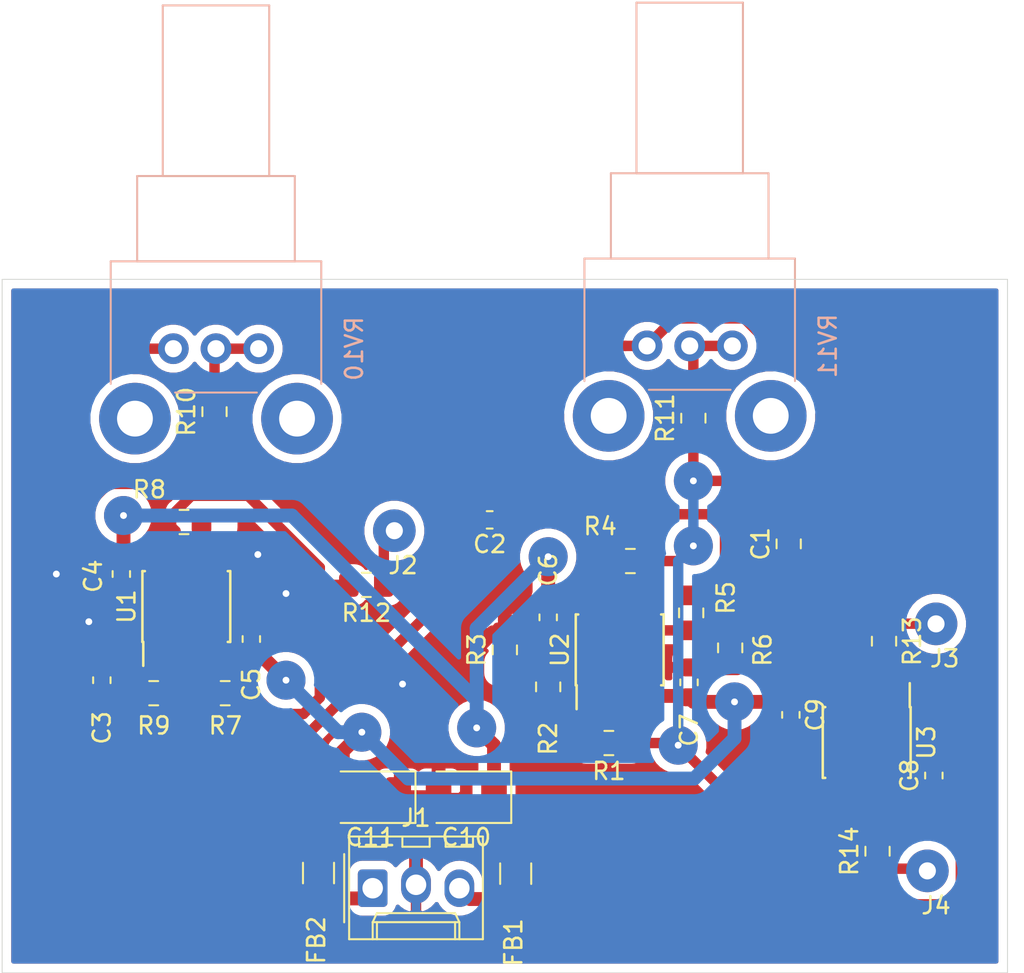
<source format=kicad_pcb>
(kicad_pcb (version 20171130) (host pcbnew 5.1.5+dfsg1-2build2)

  (general
    (thickness 1.6)
    (drawings 4)
    (tracks 220)
    (zones 0)
    (modules 36)
    (nets 23)
  )

  (page A4)
  (layers
    (0 F.Cu signal)
    (31 B.Cu signal)
    (32 B.Adhes user)
    (33 F.Adhes user)
    (34 B.Paste user)
    (35 F.Paste user)
    (36 B.SilkS user)
    (37 F.SilkS user)
    (38 B.Mask user)
    (39 F.Mask user)
    (40 Dwgs.User user)
    (41 Cmts.User user)
    (42 Eco1.User user)
    (43 Eco2.User user)
    (44 Edge.Cuts user)
    (45 Margin user)
    (46 B.CrtYd user)
    (47 F.CrtYd user)
    (48 B.Fab user)
    (49 F.Fab user)
  )

  (setup
    (last_trace_width 0.6096)
    (user_trace_width 0.4064)
    (user_trace_width 0.6096)
    (user_trace_width 0.8128)
    (trace_clearance 0.4064)
    (zone_clearance 0.508)
    (zone_45_only no)
    (trace_min 0.2)
    (via_size 2.286)
    (via_drill 0.4)
    (via_min_size 0.4)
    (via_min_drill 0.3)
    (uvia_size 0.3)
    (uvia_drill 0.1)
    (uvias_allowed no)
    (uvia_min_size 0.2)
    (uvia_min_drill 0.1)
    (edge_width 0.05)
    (segment_width 0.2)
    (pcb_text_width 0.3)
    (pcb_text_size 1.5 1.5)
    (mod_edge_width 0.12)
    (mod_text_size 1 1)
    (mod_text_width 0.15)
    (pad_size 1.524 1.524)
    (pad_drill 0.762)
    (pad_to_mask_clearance 0.051)
    (solder_mask_min_width 0.25)
    (aux_axis_origin 0 0)
    (visible_elements FFFFFF7F)
    (pcbplotparams
      (layerselection 0x00000_ffffffff)
      (usegerberextensions false)
      (usegerberattributes false)
      (usegerberadvancedattributes false)
      (creategerberjobfile false)
      (excludeedgelayer true)
      (linewidth 0.100000)
      (plotframeref false)
      (viasonmask false)
      (mode 1)
      (useauxorigin false)
      (hpglpennumber 1)
      (hpglpenspeed 20)
      (hpglpendiameter 15.000000)
      (psnegative false)
      (psa4output false)
      (plotreference true)
      (plotvalue true)
      (plotinvisibletext false)
      (padsonsilk false)
      (subtractmaskfromsilk false)
      (outputformat 5)
      (mirror false)
      (drillshape 1)
      (scaleselection 1)
      (outputdirectory ""))
  )

  (net 0 "")
  (net 1 "Net-(C1-Pad2)")
  (net 2 GND)
  (net 3 "Net-(C2-Pad2)")
  (net 4 "Net-(C3-Pad2)")
  (net 5 "Net-(C3-Pad1)")
  (net 6 +5V)
  (net 7 -5V)
  (net 8 "Net-(FB1-Pad1)")
  (net 9 "Net-(FB2-Pad1)")
  (net 10 "Net-(J2-Pad1)")
  (net 11 "Net-(J3-Pad1)")
  (net 12 "Net-(J4-Pad1)")
  (net 13 "Net-(R1-Pad2)")
  (net 14 "Net-(R2-Pad1)")
  (net 15 "Net-(R4-Pad1)")
  (net 16 "Net-(R5-Pad2)")
  (net 17 "Net-(R12-Pad2)")
  (net 18 "Net-(R8-Pad2)")
  (net 19 "Net-(R10-Pad2)")
  (net 20 "Net-(R11-Pad2)")
  (net 21 "Net-(R13-Pad2)")
  (net 22 "Net-(R14-Pad2)")

  (net_class Default "This is the default net class."
    (clearance 0.4064)
    (trace_width 0.6096)
    (via_dia 2.286)
    (via_drill 0.4)
    (uvia_dia 0.3)
    (uvia_drill 0.1)
    (add_net GND)
    (add_net "Net-(C1-Pad2)")
    (add_net "Net-(C2-Pad2)")
    (add_net "Net-(C3-Pad1)")
    (add_net "Net-(C3-Pad2)")
    (add_net "Net-(FB1-Pad1)")
    (add_net "Net-(FB2-Pad1)")
    (add_net "Net-(J2-Pad1)")
    (add_net "Net-(J3-Pad1)")
    (add_net "Net-(J4-Pad1)")
    (add_net "Net-(R1-Pad2)")
    (add_net "Net-(R10-Pad2)")
    (add_net "Net-(R11-Pad2)")
    (add_net "Net-(R12-Pad2)")
    (add_net "Net-(R13-Pad2)")
    (add_net "Net-(R14-Pad2)")
    (add_net "Net-(R2-Pad1)")
    (add_net "Net-(R4-Pad1)")
    (add_net "Net-(R5-Pad2)")
    (add_net "Net-(R8-Pad2)")
  )

  (net_class Power ""
    (clearance 0.4064)
    (trace_width 0.8128)
    (via_dia 2.286)
    (via_drill 0.4)
    (uvia_dia 0.3)
    (uvia_drill 0.1)
    (add_net +5V)
    (add_net -5V)
  )

  (module synkie_footprints:R_0805_2012Metric_Pad1.15x1.40mm_HandSolder (layer F.Cu) (tedit 5B36C52B) (tstamp 5F8A85AC)
    (at 81.026 46.609 270)
    (descr "Resistor SMD 0805 (2012 Metric), square (rectangular) end terminal, IPC_7351 nominal with elongated pad for handsoldering. (Body size source: https://docs.google.com/spreadsheets/d/1BsfQQcO9C6DZCsRaXUlFlo91Tg2WpOkGARC1WS5S8t0/edit?usp=sharing), generated with kicad-footprint-generator")
    (tags "resistor handsolder")
    (path /5F9D0412)
    (attr smd)
    (fp_text reference R13 (at 0 -1.65 90) (layer F.SilkS)
      (effects (font (size 1 1) (thickness 0.15)))
    )
    (fp_text value 75 (at 0 1.65 90) (layer F.Fab)
      (effects (font (size 1 1) (thickness 0.15)))
    )
    (fp_text user %R (at 0 0 90) (layer F.Fab)
      (effects (font (size 0.5 0.5) (thickness 0.08)))
    )
    (fp_line (start 1.85 0.95) (end -1.85 0.95) (layer F.CrtYd) (width 0.05))
    (fp_line (start 1.85 -0.95) (end 1.85 0.95) (layer F.CrtYd) (width 0.05))
    (fp_line (start -1.85 -0.95) (end 1.85 -0.95) (layer F.CrtYd) (width 0.05))
    (fp_line (start -1.85 0.95) (end -1.85 -0.95) (layer F.CrtYd) (width 0.05))
    (fp_line (start -0.261252 0.71) (end 0.261252 0.71) (layer F.SilkS) (width 0.12))
    (fp_line (start -0.261252 -0.71) (end 0.261252 -0.71) (layer F.SilkS) (width 0.12))
    (fp_line (start 1 0.6) (end -1 0.6) (layer F.Fab) (width 0.1))
    (fp_line (start 1 -0.6) (end 1 0.6) (layer F.Fab) (width 0.1))
    (fp_line (start -1 -0.6) (end 1 -0.6) (layer F.Fab) (width 0.1))
    (fp_line (start -1 0.6) (end -1 -0.6) (layer F.Fab) (width 0.1))
    (pad 2 smd roundrect (at 1.025 0 270) (size 1.15 1.4) (layers F.Cu F.Paste F.Mask) (roundrect_rratio 0.217391)
      (net 21 "Net-(R13-Pad2)"))
    (pad 1 smd roundrect (at -1.025 0 270) (size 1.15 1.4) (layers F.Cu F.Paste F.Mask) (roundrect_rratio 0.217391)
      (net 11 "Net-(J3-Pad1)"))
    (model ${KISYS3DMOD}/Resistor_SMD.3dshapes/R_0805_2012Metric.wrl
      (at (xyz 0 0 0))
      (scale (xyz 1 1 1))
      (rotate (xyz 0 0 0))
    )
  )

  (module synkie_footprints:Potentiometer_Alps_RK09L_Single_Horizontal (layer B.Cu) (tedit 5A3D4993) (tstamp 5F8A43F4)
    (at 67.136 29.301 90)
    (descr "Potentiometer, horizontal, Alps RK09L Single, http://www.alps.com/prod/info/E/HTML/Potentiometer/RotaryPotentiometers/RK09L/RK09L_list.html")
    (tags "Potentiometer horizontal Alps RK09L Single")
    (path /5FA230C0)
    (fp_text reference RV11 (at 0 10.6 270) (layer B.SilkS)
      (effects (font (size 1 1) (thickness 0.15)) (justify mirror))
    )
    (fp_text value 2k5 (at 0 -5.6 270) (layer B.Fab)
      (effects (font (size 1 1) (thickness 0.15)) (justify mirror))
    )
    (fp_text user %R (at 1.275 2.5 270) (layer B.Fab)
      (effects (font (size 1 1) (thickness 0.15)) (justify mirror))
    )
    (fp_line (start 20.25 9.6) (end -6.45 9.6) (layer B.CrtYd) (width 0.05))
    (fp_line (start 20.25 -4.6) (end 20.25 9.6) (layer B.CrtYd) (width 0.05))
    (fp_line (start -6.45 -4.6) (end 20.25 -4.6) (layer B.CrtYd) (width 0.05))
    (fp_line (start -6.45 9.6) (end -6.45 -4.6) (layer B.CrtYd) (width 0.05))
    (fp_line (start 20.12 5.62) (end 20.12 -0.62) (layer B.SilkS) (width 0.12))
    (fp_line (start 10.12 5.62) (end 10.12 -0.62) (layer B.SilkS) (width 0.12))
    (fp_line (start 10.12 -0.62) (end 20.12 -0.62) (layer B.SilkS) (width 0.12))
    (fp_line (start 10.12 5.62) (end 20.12 5.62) (layer B.SilkS) (width 0.12))
    (fp_line (start 10.12 7.12) (end 10.12 -2.12) (layer B.SilkS) (width 0.12))
    (fp_line (start 5.12 7.12) (end 5.12 -2.12) (layer B.SilkS) (width 0.12))
    (fp_line (start 5.12 -2.12) (end 10.12 -2.12) (layer B.SilkS) (width 0.12))
    (fp_line (start 5.12 7.12) (end 10.12 7.12) (layer B.SilkS) (width 0.12))
    (fp_line (start 5.12 8.67) (end 5.12 -3.67) (layer B.SilkS) (width 0.12))
    (fp_line (start -2.571 4.894) (end -2.571 0.105) (layer B.SilkS) (width 0.12))
    (fp_line (start -2.059 -3.67) (end 5.12 -3.67) (layer B.SilkS) (width 0.12))
    (fp_line (start -2.059 8.67) (end 5.12 8.67) (layer B.SilkS) (width 0.12))
    (fp_line (start 20 5.5) (end 10 5.5) (layer B.Fab) (width 0.1))
    (fp_line (start 20 -0.5) (end 20 5.5) (layer B.Fab) (width 0.1))
    (fp_line (start 10 -0.5) (end 20 -0.5) (layer B.Fab) (width 0.1))
    (fp_line (start 10 5.5) (end 10 -0.5) (layer B.Fab) (width 0.1))
    (fp_line (start 10 7) (end 5 7) (layer B.Fab) (width 0.1))
    (fp_line (start 10 -2) (end 10 7) (layer B.Fab) (width 0.1))
    (fp_line (start 5 -2) (end 10 -2) (layer B.Fab) (width 0.1))
    (fp_line (start 5 7) (end 5 -2) (layer B.Fab) (width 0.1))
    (fp_line (start 5 8.55) (end -2.45 8.55) (layer B.Fab) (width 0.1))
    (fp_line (start 5 -3.55) (end 5 8.55) (layer B.Fab) (width 0.1))
    (fp_line (start -2.45 -3.55) (end 5 -3.55) (layer B.Fab) (width 0.1))
    (fp_line (start -2.45 8.55) (end -2.45 -3.55) (layer B.Fab) (width 0.1))
    (pad "" thru_hole circle (at -4.1 -2.25 90) (size 4.2 4.2) (drill 2.1) (layers *.Cu *.Mask))
    (pad "" thru_hole circle (at -4.1 7.25 90) (size 4.2 4.2) (drill 2.1) (layers *.Cu *.Mask))
    (pad 1 thru_hole circle (at 0 0 90) (size 1.8 1.8) (drill 1) (layers *.Cu *.Mask)
      (net 3 "Net-(C2-Pad2)"))
    (pad 2 thru_hole circle (at 0 2.5 90) (size 1.8 1.8) (drill 1) (layers *.Cu *.Mask)
      (net 20 "Net-(R11-Pad2)"))
    (pad 3 thru_hole circle (at 0 5 90) (size 1.8 1.8) (drill 1) (layers *.Cu *.Mask)
      (net 20 "Net-(R11-Pad2)"))
    (model ${KISYS3DMOD}/Potentiometer_THT.3dshapes/Potentiometer_Alps_RK09L_Single_Horizontal.wrl
      (at (xyz 0 0 0))
      (scale (xyz 1 1 1))
      (rotate (xyz 0 0 0))
    )
  )

  (module synkie_footprints:Potentiometer_Alps_RK09L_Single_Horizontal (layer B.Cu) (tedit 5A3D4993) (tstamp 5F8A0D32)
    (at 39.37 29.464 90)
    (descr "Potentiometer, horizontal, Alps RK09L Single, http://www.alps.com/prod/info/E/HTML/Potentiometer/RotaryPotentiometers/RK09L/RK09L_list.html")
    (tags "Potentiometer horizontal Alps RK09L Single")
    (path /5FA1E0A4)
    (fp_text reference RV10 (at 0 10.6 90) (layer B.SilkS)
      (effects (font (size 1 1) (thickness 0.15)) (justify mirror))
    )
    (fp_text value 2k5 (at 0 -5.6 90) (layer B.Fab)
      (effects (font (size 1 1) (thickness 0.15)) (justify mirror))
    )
    (fp_text user %R (at 1.275 2.5 90) (layer B.Fab)
      (effects (font (size 1 1) (thickness 0.15)) (justify mirror))
    )
    (fp_line (start 20.25 9.6) (end -6.45 9.6) (layer B.CrtYd) (width 0.05))
    (fp_line (start 20.25 -4.6) (end 20.25 9.6) (layer B.CrtYd) (width 0.05))
    (fp_line (start -6.45 -4.6) (end 20.25 -4.6) (layer B.CrtYd) (width 0.05))
    (fp_line (start -6.45 9.6) (end -6.45 -4.6) (layer B.CrtYd) (width 0.05))
    (fp_line (start 20.12 5.62) (end 20.12 -0.62) (layer B.SilkS) (width 0.12))
    (fp_line (start 10.12 5.62) (end 10.12 -0.62) (layer B.SilkS) (width 0.12))
    (fp_line (start 10.12 -0.62) (end 20.12 -0.62) (layer B.SilkS) (width 0.12))
    (fp_line (start 10.12 5.62) (end 20.12 5.62) (layer B.SilkS) (width 0.12))
    (fp_line (start 10.12 7.12) (end 10.12 -2.12) (layer B.SilkS) (width 0.12))
    (fp_line (start 5.12 7.12) (end 5.12 -2.12) (layer B.SilkS) (width 0.12))
    (fp_line (start 5.12 -2.12) (end 10.12 -2.12) (layer B.SilkS) (width 0.12))
    (fp_line (start 5.12 7.12) (end 10.12 7.12) (layer B.SilkS) (width 0.12))
    (fp_line (start 5.12 8.67) (end 5.12 -3.67) (layer B.SilkS) (width 0.12))
    (fp_line (start -2.571 4.894) (end -2.571 0.105) (layer B.SilkS) (width 0.12))
    (fp_line (start -2.059 -3.67) (end 5.12 -3.67) (layer B.SilkS) (width 0.12))
    (fp_line (start -2.059 8.67) (end 5.12 8.67) (layer B.SilkS) (width 0.12))
    (fp_line (start 20 5.5) (end 10 5.5) (layer B.Fab) (width 0.1))
    (fp_line (start 20 -0.5) (end 20 5.5) (layer B.Fab) (width 0.1))
    (fp_line (start 10 -0.5) (end 20 -0.5) (layer B.Fab) (width 0.1))
    (fp_line (start 10 5.5) (end 10 -0.5) (layer B.Fab) (width 0.1))
    (fp_line (start 10 7) (end 5 7) (layer B.Fab) (width 0.1))
    (fp_line (start 10 -2) (end 10 7) (layer B.Fab) (width 0.1))
    (fp_line (start 5 -2) (end 10 -2) (layer B.Fab) (width 0.1))
    (fp_line (start 5 7) (end 5 -2) (layer B.Fab) (width 0.1))
    (fp_line (start 5 8.55) (end -2.45 8.55) (layer B.Fab) (width 0.1))
    (fp_line (start 5 -3.55) (end 5 8.55) (layer B.Fab) (width 0.1))
    (fp_line (start -2.45 -3.55) (end 5 -3.55) (layer B.Fab) (width 0.1))
    (fp_line (start -2.45 8.55) (end -2.45 -3.55) (layer B.Fab) (width 0.1))
    (pad "" thru_hole circle (at -4.1 -2.25 90) (size 4.2 4.2) (drill 2.1) (layers *.Cu *.Mask))
    (pad "" thru_hole circle (at -4.1 7.25 90) (size 4.2 4.2) (drill 2.1) (layers *.Cu *.Mask))
    (pad 1 thru_hole circle (at 0 0 90) (size 1.8 1.8) (drill 1) (layers *.Cu *.Mask)
      (net 5 "Net-(C3-Pad1)"))
    (pad 2 thru_hole circle (at 0 2.5 90) (size 1.8 1.8) (drill 1) (layers *.Cu *.Mask)
      (net 19 "Net-(R10-Pad2)"))
    (pad 3 thru_hole circle (at 0 5 90) (size 1.8 1.8) (drill 1) (layers *.Cu *.Mask)
      (net 19 "Net-(R10-Pad2)"))
    (model ${KISYS3DMOD}/Potentiometer_THT.3dshapes/Potentiometer_Alps_RK09L_Single_Horizontal.wrl
      (at (xyz 0 0 0))
      (scale (xyz 1 1 1))
      (rotate (xyz 0 0 0))
    )
  )

  (module synkie_footprints:SOIC-8_3.9x4.9mm_P1.27mm (layer F.Cu) (tedit 5A02F2D3) (tstamp 5F8A0012)
    (at 80.01 52.545 270)
    (descr "8-Lead Plastic Small Outline (SN) - Narrow, 3.90 mm Body [SOIC] (see Microchip Packaging Specification 00000049BS.pdf)")
    (tags "SOIC 1.27")
    (path /5F8B7C78)
    (attr smd)
    (fp_text reference U3 (at 0 -3.5 90) (layer F.SilkS)
      (effects (font (size 1 1) (thickness 0.15)))
    )
    (fp_text value LMH6643 (at 0 3.5 90) (layer F.Fab)
      (effects (font (size 1 1) (thickness 0.15)))
    )
    (fp_line (start -2.075 -2.525) (end -3.475 -2.525) (layer F.SilkS) (width 0.15))
    (fp_line (start -2.075 2.575) (end 2.075 2.575) (layer F.SilkS) (width 0.15))
    (fp_line (start -2.075 -2.575) (end 2.075 -2.575) (layer F.SilkS) (width 0.15))
    (fp_line (start -2.075 2.575) (end -2.075 2.43) (layer F.SilkS) (width 0.15))
    (fp_line (start 2.075 2.575) (end 2.075 2.43) (layer F.SilkS) (width 0.15))
    (fp_line (start 2.075 -2.575) (end 2.075 -2.43) (layer F.SilkS) (width 0.15))
    (fp_line (start -2.075 -2.575) (end -2.075 -2.525) (layer F.SilkS) (width 0.15))
    (fp_line (start -3.73 2.7) (end 3.73 2.7) (layer F.CrtYd) (width 0.05))
    (fp_line (start -3.73 -2.7) (end 3.73 -2.7) (layer F.CrtYd) (width 0.05))
    (fp_line (start 3.73 -2.7) (end 3.73 2.7) (layer F.CrtYd) (width 0.05))
    (fp_line (start -3.73 -2.7) (end -3.73 2.7) (layer F.CrtYd) (width 0.05))
    (fp_line (start -1.95 -1.45) (end -0.95 -2.45) (layer F.Fab) (width 0.1))
    (fp_line (start -1.95 2.45) (end -1.95 -1.45) (layer F.Fab) (width 0.1))
    (fp_line (start 1.95 2.45) (end -1.95 2.45) (layer F.Fab) (width 0.1))
    (fp_line (start 1.95 -2.45) (end 1.95 2.45) (layer F.Fab) (width 0.1))
    (fp_line (start -0.95 -2.45) (end 1.95 -2.45) (layer F.Fab) (width 0.1))
    (fp_text user %R (at 0 0 90) (layer F.Fab)
      (effects (font (size 1 1) (thickness 0.15)))
    )
    (pad 8 smd rect (at 2.7 -1.905 270) (size 1.55 0.6) (layers F.Cu F.Paste F.Mask)
      (net 6 +5V))
    (pad 7 smd rect (at 2.7 -0.635 270) (size 1.55 0.6) (layers F.Cu F.Paste F.Mask)
      (net 22 "Net-(R14-Pad2)"))
    (pad 6 smd rect (at 2.7 0.635 270) (size 1.55 0.6) (layers F.Cu F.Paste F.Mask)
      (net 22 "Net-(R14-Pad2)"))
    (pad 5 smd rect (at 2.7 1.905 270) (size 1.55 0.6) (layers F.Cu F.Paste F.Mask)
      (net 1 "Net-(C1-Pad2)"))
    (pad 4 smd rect (at -2.7 1.905 270) (size 1.55 0.6) (layers F.Cu F.Paste F.Mask)
      (net 7 -5V))
    (pad 3 smd rect (at -2.7 0.635 270) (size 1.55 0.6) (layers F.Cu F.Paste F.Mask)
      (net 3 "Net-(C2-Pad2)"))
    (pad 2 smd rect (at -2.7 -0.635 270) (size 1.55 0.6) (layers F.Cu F.Paste F.Mask)
      (net 21 "Net-(R13-Pad2)"))
    (pad 1 smd rect (at -2.7 -1.905 270) (size 1.55 0.6) (layers F.Cu F.Paste F.Mask)
      (net 21 "Net-(R13-Pad2)"))
    (model ${KISYS3DMOD}/Package_SO.3dshapes/SOIC-8_3.9x4.9mm_P1.27mm.wrl
      (at (xyz 0 0 0))
      (scale (xyz 1 1 1))
      (rotate (xyz 0 0 0))
    )
  )

  (module synkie_footprints:SOIC-8_3.9x4.9mm_P1.27mm (layer F.Cu) (tedit 5A02F2D3) (tstamp 5F89FFF5)
    (at 65.532 47.117 90)
    (descr "8-Lead Plastic Small Outline (SN) - Narrow, 3.90 mm Body [SOIC] (see Microchip Packaging Specification 00000049BS.pdf)")
    (tags "SOIC 1.27")
    (path /5F8B7C6E)
    (attr smd)
    (fp_text reference U2 (at 0 -3.5 90) (layer F.SilkS)
      (effects (font (size 1 1) (thickness 0.15)))
    )
    (fp_text value LMH6643 (at 0 3.5 90) (layer F.Fab)
      (effects (font (size 1 1) (thickness 0.15)))
    )
    (fp_line (start -2.075 -2.525) (end -3.475 -2.525) (layer F.SilkS) (width 0.15))
    (fp_line (start -2.075 2.575) (end 2.075 2.575) (layer F.SilkS) (width 0.15))
    (fp_line (start -2.075 -2.575) (end 2.075 -2.575) (layer F.SilkS) (width 0.15))
    (fp_line (start -2.075 2.575) (end -2.075 2.43) (layer F.SilkS) (width 0.15))
    (fp_line (start 2.075 2.575) (end 2.075 2.43) (layer F.SilkS) (width 0.15))
    (fp_line (start 2.075 -2.575) (end 2.075 -2.43) (layer F.SilkS) (width 0.15))
    (fp_line (start -2.075 -2.575) (end -2.075 -2.525) (layer F.SilkS) (width 0.15))
    (fp_line (start -3.73 2.7) (end 3.73 2.7) (layer F.CrtYd) (width 0.05))
    (fp_line (start -3.73 -2.7) (end 3.73 -2.7) (layer F.CrtYd) (width 0.05))
    (fp_line (start 3.73 -2.7) (end 3.73 2.7) (layer F.CrtYd) (width 0.05))
    (fp_line (start -3.73 -2.7) (end -3.73 2.7) (layer F.CrtYd) (width 0.05))
    (fp_line (start -1.95 -1.45) (end -0.95 -2.45) (layer F.Fab) (width 0.1))
    (fp_line (start -1.95 2.45) (end -1.95 -1.45) (layer F.Fab) (width 0.1))
    (fp_line (start 1.95 2.45) (end -1.95 2.45) (layer F.Fab) (width 0.1))
    (fp_line (start 1.95 -2.45) (end 1.95 2.45) (layer F.Fab) (width 0.1))
    (fp_line (start -0.95 -2.45) (end 1.95 -2.45) (layer F.Fab) (width 0.1))
    (fp_text user %R (at 0 0 90) (layer F.Fab)
      (effects (font (size 1 1) (thickness 0.15)))
    )
    (pad 8 smd rect (at 2.7 -1.905 90) (size 1.55 0.6) (layers F.Cu F.Paste F.Mask)
      (net 6 +5V))
    (pad 7 smd rect (at 2.7 -0.635 90) (size 1.55 0.6) (layers F.Cu F.Paste F.Mask)
      (net 15 "Net-(R4-Pad1)"))
    (pad 6 smd rect (at 2.7 0.635 90) (size 1.55 0.6) (layers F.Cu F.Paste F.Mask)
      (net 16 "Net-(R5-Pad2)"))
    (pad 5 smd rect (at 2.7 1.905 90) (size 1.55 0.6) (layers F.Cu F.Paste F.Mask)
      (net 1 "Net-(C1-Pad2)"))
    (pad 4 smd rect (at -2.7 1.905 90) (size 1.55 0.6) (layers F.Cu F.Paste F.Mask)
      (net 7 -5V))
    (pad 3 smd rect (at -2.7 0.635 90) (size 1.55 0.6) (layers F.Cu F.Paste F.Mask)
      (net 1 "Net-(C1-Pad2)"))
    (pad 2 smd rect (at -2.7 -0.635 90) (size 1.55 0.6) (layers F.Cu F.Paste F.Mask)
      (net 14 "Net-(R2-Pad1)"))
    (pad 1 smd rect (at -2.7 -1.905 90) (size 1.55 0.6) (layers F.Cu F.Paste F.Mask)
      (net 13 "Net-(R1-Pad2)"))
    (model ${KISYS3DMOD}/Package_SO.3dshapes/SOIC-8_3.9x4.9mm_P1.27mm.wrl
      (at (xyz 0 0 0))
      (scale (xyz 1 1 1))
      (rotate (xyz 0 0 0))
    )
  )

  (module synkie_footprints:SOIC-8_3.9x4.9mm_P1.27mm (layer F.Cu) (tedit 5A02F2D3) (tstamp 5F8A4103)
    (at 40.132 44.577 90)
    (descr "8-Lead Plastic Small Outline (SN) - Narrow, 3.90 mm Body [SOIC] (see Microchip Packaging Specification 00000049BS.pdf)")
    (tags "SOIC 1.27")
    (path /5F89EA00)
    (attr smd)
    (fp_text reference U1 (at 0 -3.5 90) (layer F.SilkS)
      (effects (font (size 1 1) (thickness 0.15)))
    )
    (fp_text value LMH6643 (at 0 3.5 90) (layer F.Fab)
      (effects (font (size 1 1) (thickness 0.15)))
    )
    (fp_line (start -2.075 -2.525) (end -3.475 -2.525) (layer F.SilkS) (width 0.15))
    (fp_line (start -2.075 2.575) (end 2.075 2.575) (layer F.SilkS) (width 0.15))
    (fp_line (start -2.075 -2.575) (end 2.075 -2.575) (layer F.SilkS) (width 0.15))
    (fp_line (start -2.075 2.575) (end -2.075 2.43) (layer F.SilkS) (width 0.15))
    (fp_line (start 2.075 2.575) (end 2.075 2.43) (layer F.SilkS) (width 0.15))
    (fp_line (start 2.075 -2.575) (end 2.075 -2.43) (layer F.SilkS) (width 0.15))
    (fp_line (start -2.075 -2.575) (end -2.075 -2.525) (layer F.SilkS) (width 0.15))
    (fp_line (start -3.73 2.7) (end 3.73 2.7) (layer F.CrtYd) (width 0.05))
    (fp_line (start -3.73 -2.7) (end 3.73 -2.7) (layer F.CrtYd) (width 0.05))
    (fp_line (start 3.73 -2.7) (end 3.73 2.7) (layer F.CrtYd) (width 0.05))
    (fp_line (start -3.73 -2.7) (end -3.73 2.7) (layer F.CrtYd) (width 0.05))
    (fp_line (start -1.95 -1.45) (end -0.95 -2.45) (layer F.Fab) (width 0.1))
    (fp_line (start -1.95 2.45) (end -1.95 -1.45) (layer F.Fab) (width 0.1))
    (fp_line (start 1.95 2.45) (end -1.95 2.45) (layer F.Fab) (width 0.1))
    (fp_line (start 1.95 -2.45) (end 1.95 2.45) (layer F.Fab) (width 0.1))
    (fp_line (start -0.95 -2.45) (end 1.95 -2.45) (layer F.Fab) (width 0.1))
    (fp_text user %R (at 0 0 90) (layer F.Fab)
      (effects (font (size 1 1) (thickness 0.15)))
    )
    (pad 8 smd rect (at 2.7 -1.905 90) (size 1.55 0.6) (layers F.Cu F.Paste F.Mask)
      (net 6 +5V))
    (pad 7 smd rect (at 2.7 -0.635 90) (size 1.55 0.6) (layers F.Cu F.Paste F.Mask)
      (net 17 "Net-(R12-Pad2)"))
    (pad 6 smd rect (at 2.7 0.635 90) (size 1.55 0.6) (layers F.Cu F.Paste F.Mask)
      (net 18 "Net-(R8-Pad2)"))
    (pad 5 smd rect (at 2.7 1.905 90) (size 1.55 0.6) (layers F.Cu F.Paste F.Mask)
      (net 5 "Net-(C3-Pad1)"))
    (pad 4 smd rect (at -2.7 1.905 90) (size 1.55 0.6) (layers F.Cu F.Paste F.Mask)
      (net 7 -5V))
    (pad 3 smd rect (at -2.7 0.635 90) (size 1.55 0.6) (layers F.Cu F.Paste F.Mask)
      (net 3 "Net-(C2-Pad2)"))
    (pad 2 smd rect (at -2.7 -0.635 90) (size 1.55 0.6) (layers F.Cu F.Paste F.Mask)
      (net 18 "Net-(R8-Pad2)"))
    (pad 1 smd rect (at -2.7 -1.905 90) (size 1.55 0.6) (layers F.Cu F.Paste F.Mask)
      (net 4 "Net-(C3-Pad2)"))
    (model ${KISYS3DMOD}/Package_SO.3dshapes/SOIC-8_3.9x4.9mm_P1.27mm.wrl
      (at (xyz 0 0 0))
      (scale (xyz 1 1 1))
      (rotate (xyz 0 0 0))
    )
  )

  (module synkie_footprints:R_0805_2012Metric_Pad1.15x1.40mm_HandSolder (layer F.Cu) (tedit 5B36C52B) (tstamp 5F89FF99)
    (at 80.645 58.919 90)
    (descr "Resistor SMD 0805 (2012 Metric), square (rectangular) end terminal, IPC_7351 nominal with elongated pad for handsoldering. (Body size source: https://docs.google.com/spreadsheets/d/1BsfQQcO9C6DZCsRaXUlFlo91Tg2WpOkGARC1WS5S8t0/edit?usp=sharing), generated with kicad-footprint-generator")
    (tags "resistor handsolder")
    (path /5F9D0A86)
    (attr smd)
    (fp_text reference R14 (at 0 -1.65 90) (layer F.SilkS)
      (effects (font (size 1 1) (thickness 0.15)))
    )
    (fp_text value 75 (at 0 1.65 90) (layer F.Fab)
      (effects (font (size 1 1) (thickness 0.15)))
    )
    (fp_text user %R (at 0 0 90) (layer F.Fab)
      (effects (font (size 0.5 0.5) (thickness 0.08)))
    )
    (fp_line (start 1.85 0.95) (end -1.85 0.95) (layer F.CrtYd) (width 0.05))
    (fp_line (start 1.85 -0.95) (end 1.85 0.95) (layer F.CrtYd) (width 0.05))
    (fp_line (start -1.85 -0.95) (end 1.85 -0.95) (layer F.CrtYd) (width 0.05))
    (fp_line (start -1.85 0.95) (end -1.85 -0.95) (layer F.CrtYd) (width 0.05))
    (fp_line (start -0.261252 0.71) (end 0.261252 0.71) (layer F.SilkS) (width 0.12))
    (fp_line (start -0.261252 -0.71) (end 0.261252 -0.71) (layer F.SilkS) (width 0.12))
    (fp_line (start 1 0.6) (end -1 0.6) (layer F.Fab) (width 0.1))
    (fp_line (start 1 -0.6) (end 1 0.6) (layer F.Fab) (width 0.1))
    (fp_line (start -1 -0.6) (end 1 -0.6) (layer F.Fab) (width 0.1))
    (fp_line (start -1 0.6) (end -1 -0.6) (layer F.Fab) (width 0.1))
    (pad 2 smd roundrect (at 1.025 0 90) (size 1.15 1.4) (layers F.Cu F.Paste F.Mask) (roundrect_rratio 0.217391)
      (net 22 "Net-(R14-Pad2)"))
    (pad 1 smd roundrect (at -1.025 0 90) (size 1.15 1.4) (layers F.Cu F.Paste F.Mask) (roundrect_rratio 0.217391)
      (net 12 "Net-(J4-Pad1)"))
    (model ${KISYS3DMOD}/Resistor_SMD.3dshapes/R_0805_2012Metric.wrl
      (at (xyz 0 0 0))
      (scale (xyz 1 1 1))
      (rotate (xyz 0 0 0))
    )
  )

  (module synkie_footprints:R_0805_2012Metric_Pad1.15x1.40mm_HandSolder (layer F.Cu) (tedit 5B36C52B) (tstamp 5F89FF77)
    (at 50.682 43.307 180)
    (descr "Resistor SMD 0805 (2012 Metric), square (rectangular) end terminal, IPC_7351 nominal with elongated pad for handsoldering. (Body size source: https://docs.google.com/spreadsheets/d/1BsfQQcO9C6DZCsRaXUlFlo91Tg2WpOkGARC1WS5S8t0/edit?usp=sharing), generated with kicad-footprint-generator")
    (tags "resistor handsolder")
    (path /5FA97409)
    (attr smd)
    (fp_text reference R12 (at 0 -1.65) (layer F.SilkS)
      (effects (font (size 1 1) (thickness 0.15)))
    )
    (fp_text value 75 (at 0 1.65) (layer F.Fab)
      (effects (font (size 1 1) (thickness 0.15)))
    )
    (fp_text user %R (at 0 0) (layer F.Fab)
      (effects (font (size 0.5 0.5) (thickness 0.08)))
    )
    (fp_line (start 1.85 0.95) (end -1.85 0.95) (layer F.CrtYd) (width 0.05))
    (fp_line (start 1.85 -0.95) (end 1.85 0.95) (layer F.CrtYd) (width 0.05))
    (fp_line (start -1.85 -0.95) (end 1.85 -0.95) (layer F.CrtYd) (width 0.05))
    (fp_line (start -1.85 0.95) (end -1.85 -0.95) (layer F.CrtYd) (width 0.05))
    (fp_line (start -0.261252 0.71) (end 0.261252 0.71) (layer F.SilkS) (width 0.12))
    (fp_line (start -0.261252 -0.71) (end 0.261252 -0.71) (layer F.SilkS) (width 0.12))
    (fp_line (start 1 0.6) (end -1 0.6) (layer F.Fab) (width 0.1))
    (fp_line (start 1 -0.6) (end 1 0.6) (layer F.Fab) (width 0.1))
    (fp_line (start -1 -0.6) (end 1 -0.6) (layer F.Fab) (width 0.1))
    (fp_line (start -1 0.6) (end -1 -0.6) (layer F.Fab) (width 0.1))
    (pad 2 smd roundrect (at 1.025 0 180) (size 1.15 1.4) (layers F.Cu F.Paste F.Mask) (roundrect_rratio 0.217391)
      (net 17 "Net-(R12-Pad2)"))
    (pad 1 smd roundrect (at -1.025 0 180) (size 1.15 1.4) (layers F.Cu F.Paste F.Mask) (roundrect_rratio 0.217391)
      (net 10 "Net-(J2-Pad1)"))
    (model ${KISYS3DMOD}/Resistor_SMD.3dshapes/R_0805_2012Metric.wrl
      (at (xyz 0 0 0))
      (scale (xyz 1 1 1))
      (rotate (xyz 0 0 0))
    )
  )

  (module synkie_footprints:R_0805_2012Metric_Pad1.15x1.40mm_HandSolder (layer F.Cu) (tedit 5B36C52B) (tstamp 5F89FF66)
    (at 69.85 33.537 90)
    (descr "Resistor SMD 0805 (2012 Metric), square (rectangular) end terminal, IPC_7351 nominal with elongated pad for handsoldering. (Body size source: https://docs.google.com/spreadsheets/d/1BsfQQcO9C6DZCsRaXUlFlo91Tg2WpOkGARC1WS5S8t0/edit?usp=sharing), generated with kicad-footprint-generator")
    (tags "resistor handsolder")
    (path /5FA6915F)
    (attr smd)
    (fp_text reference R11 (at 0 -1.65 90) (layer F.SilkS)
      (effects (font (size 1 1) (thickness 0.15)))
    )
    (fp_text value 0 (at 0 1.65 90) (layer F.Fab)
      (effects (font (size 1 1) (thickness 0.15)))
    )
    (fp_text user %R (at 0 0 90) (layer F.Fab)
      (effects (font (size 0.5 0.5) (thickness 0.08)))
    )
    (fp_line (start 1.85 0.95) (end -1.85 0.95) (layer F.CrtYd) (width 0.05))
    (fp_line (start 1.85 -0.95) (end 1.85 0.95) (layer F.CrtYd) (width 0.05))
    (fp_line (start -1.85 -0.95) (end 1.85 -0.95) (layer F.CrtYd) (width 0.05))
    (fp_line (start -1.85 0.95) (end -1.85 -0.95) (layer F.CrtYd) (width 0.05))
    (fp_line (start -0.261252 0.71) (end 0.261252 0.71) (layer F.SilkS) (width 0.12))
    (fp_line (start -0.261252 -0.71) (end 0.261252 -0.71) (layer F.SilkS) (width 0.12))
    (fp_line (start 1 0.6) (end -1 0.6) (layer F.Fab) (width 0.1))
    (fp_line (start 1 -0.6) (end 1 0.6) (layer F.Fab) (width 0.1))
    (fp_line (start -1 -0.6) (end 1 -0.6) (layer F.Fab) (width 0.1))
    (fp_line (start -1 0.6) (end -1 -0.6) (layer F.Fab) (width 0.1))
    (pad 2 smd roundrect (at 1.025 0 90) (size 1.15 1.4) (layers F.Cu F.Paste F.Mask) (roundrect_rratio 0.217391)
      (net 20 "Net-(R11-Pad2)"))
    (pad 1 smd roundrect (at -1.025 0 90) (size 1.15 1.4) (layers F.Cu F.Paste F.Mask) (roundrect_rratio 0.217391)
      (net 1 "Net-(C1-Pad2)"))
    (model ${KISYS3DMOD}/Resistor_SMD.3dshapes/R_0805_2012Metric.wrl
      (at (xyz 0 0 0))
      (scale (xyz 1 1 1))
      (rotate (xyz 0 0 0))
    )
  )

  (module synkie_footprints:R_0805_2012Metric_Pad1.15x1.40mm_HandSolder (layer F.Cu) (tedit 5B36C52B) (tstamp 5F89FF55)
    (at 41.783 33.156 90)
    (descr "Resistor SMD 0805 (2012 Metric), square (rectangular) end terminal, IPC_7351 nominal with elongated pad for handsoldering. (Body size source: https://docs.google.com/spreadsheets/d/1BsfQQcO9C6DZCsRaXUlFlo91Tg2WpOkGARC1WS5S8t0/edit?usp=sharing), generated with kicad-footprint-generator")
    (tags "resistor handsolder")
    (path /5FA81D15)
    (attr smd)
    (fp_text reference R10 (at 0 -1.65 90) (layer F.SilkS)
      (effects (font (size 1 1) (thickness 0.15)))
    )
    (fp_text value 0 (at 0 1.65 90) (layer F.Fab)
      (effects (font (size 1 1) (thickness 0.15)))
    )
    (fp_text user %R (at 0 0 90) (layer F.Fab)
      (effects (font (size 0.5 0.5) (thickness 0.08)))
    )
    (fp_line (start 1.85 0.95) (end -1.85 0.95) (layer F.CrtYd) (width 0.05))
    (fp_line (start 1.85 -0.95) (end 1.85 0.95) (layer F.CrtYd) (width 0.05))
    (fp_line (start -1.85 -0.95) (end 1.85 -0.95) (layer F.CrtYd) (width 0.05))
    (fp_line (start -1.85 0.95) (end -1.85 -0.95) (layer F.CrtYd) (width 0.05))
    (fp_line (start -0.261252 0.71) (end 0.261252 0.71) (layer F.SilkS) (width 0.12))
    (fp_line (start -0.261252 -0.71) (end 0.261252 -0.71) (layer F.SilkS) (width 0.12))
    (fp_line (start 1 0.6) (end -1 0.6) (layer F.Fab) (width 0.1))
    (fp_line (start 1 -0.6) (end 1 0.6) (layer F.Fab) (width 0.1))
    (fp_line (start -1 -0.6) (end 1 -0.6) (layer F.Fab) (width 0.1))
    (fp_line (start -1 0.6) (end -1 -0.6) (layer F.Fab) (width 0.1))
    (pad 2 smd roundrect (at 1.025 0 90) (size 1.15 1.4) (layers F.Cu F.Paste F.Mask) (roundrect_rratio 0.217391)
      (net 19 "Net-(R10-Pad2)"))
    (pad 1 smd roundrect (at -1.025 0 90) (size 1.15 1.4) (layers F.Cu F.Paste F.Mask) (roundrect_rratio 0.217391)
      (net 2 GND))
    (model ${KISYS3DMOD}/Resistor_SMD.3dshapes/R_0805_2012Metric.wrl
      (at (xyz 0 0 0))
      (scale (xyz 1 1 1))
      (rotate (xyz 0 0 0))
    )
  )

  (module synkie_footprints:R_0805_2012Metric_Pad1.15x1.40mm_HandSolder (layer F.Cu) (tedit 5B36C52B) (tstamp 5F8A3F11)
    (at 38.218 49.657 180)
    (descr "Resistor SMD 0805 (2012 Metric), square (rectangular) end terminal, IPC_7351 nominal with elongated pad for handsoldering. (Body size source: https://docs.google.com/spreadsheets/d/1BsfQQcO9C6DZCsRaXUlFlo91Tg2WpOkGARC1WS5S8t0/edit?usp=sharing), generated with kicad-footprint-generator")
    (tags "resistor handsolder")
    (path /5F8BE4EA)
    (attr smd)
    (fp_text reference R9 (at -0.009 -1.905) (layer F.SilkS)
      (effects (font (size 1 1) (thickness 0.15)))
    )
    (fp_text value 1k (at -0.009 -3.429) (layer F.Fab)
      (effects (font (size 1 1) (thickness 0.15)))
    )
    (fp_text user %R (at 0 0) (layer F.Fab)
      (effects (font (size 0.5 0.5) (thickness 0.08)))
    )
    (fp_line (start 1.85 0.95) (end -1.85 0.95) (layer F.CrtYd) (width 0.05))
    (fp_line (start 1.85 -0.95) (end 1.85 0.95) (layer F.CrtYd) (width 0.05))
    (fp_line (start -1.85 -0.95) (end 1.85 -0.95) (layer F.CrtYd) (width 0.05))
    (fp_line (start -1.85 0.95) (end -1.85 -0.95) (layer F.CrtYd) (width 0.05))
    (fp_line (start -0.261252 0.71) (end 0.261252 0.71) (layer F.SilkS) (width 0.12))
    (fp_line (start -0.261252 -0.71) (end 0.261252 -0.71) (layer F.SilkS) (width 0.12))
    (fp_line (start 1 0.6) (end -1 0.6) (layer F.Fab) (width 0.1))
    (fp_line (start 1 -0.6) (end 1 0.6) (layer F.Fab) (width 0.1))
    (fp_line (start -1 -0.6) (end 1 -0.6) (layer F.Fab) (width 0.1))
    (fp_line (start -1 0.6) (end -1 -0.6) (layer F.Fab) (width 0.1))
    (pad 2 smd roundrect (at 1.025 0 180) (size 1.15 1.4) (layers F.Cu F.Paste F.Mask) (roundrect_rratio 0.217391)
      (net 4 "Net-(C3-Pad2)"))
    (pad 1 smd roundrect (at -1.025 0 180) (size 1.15 1.4) (layers F.Cu F.Paste F.Mask) (roundrect_rratio 0.217391)
      (net 18 "Net-(R8-Pad2)"))
    (model ${KISYS3DMOD}/Resistor_SMD.3dshapes/R_0805_2012Metric.wrl
      (at (xyz 0 0 0))
      (scale (xyz 1 1 1))
      (rotate (xyz 0 0 0))
    )
  )

  (module synkie_footprints:R_0805_2012Metric_Pad1.15x1.40mm_HandSolder (layer F.Cu) (tedit 5B36C52B) (tstamp 5F89FF33)
    (at 39.996 39.624)
    (descr "Resistor SMD 0805 (2012 Metric), square (rectangular) end terminal, IPC_7351 nominal with elongated pad for handsoldering. (Body size source: https://docs.google.com/spreadsheets/d/1BsfQQcO9C6DZCsRaXUlFlo91Tg2WpOkGARC1WS5S8t0/edit?usp=sharing), generated with kicad-footprint-generator")
    (tags "resistor handsolder")
    (path /5F8BDC24)
    (attr smd)
    (fp_text reference R8 (at -2.032 -1.905) (layer F.SilkS)
      (effects (font (size 1 1) (thickness 0.15)))
    )
    (fp_text value 1k (at -2.794 -0.254) (layer F.Fab)
      (effects (font (size 1 1) (thickness 0.15)))
    )
    (fp_text user %R (at 0 0) (layer F.Fab)
      (effects (font (size 0.5 0.5) (thickness 0.08)))
    )
    (fp_line (start 1.85 0.95) (end -1.85 0.95) (layer F.CrtYd) (width 0.05))
    (fp_line (start 1.85 -0.95) (end 1.85 0.95) (layer F.CrtYd) (width 0.05))
    (fp_line (start -1.85 -0.95) (end 1.85 -0.95) (layer F.CrtYd) (width 0.05))
    (fp_line (start -1.85 0.95) (end -1.85 -0.95) (layer F.CrtYd) (width 0.05))
    (fp_line (start -0.261252 0.71) (end 0.261252 0.71) (layer F.SilkS) (width 0.12))
    (fp_line (start -0.261252 -0.71) (end 0.261252 -0.71) (layer F.SilkS) (width 0.12))
    (fp_line (start 1 0.6) (end -1 0.6) (layer F.Fab) (width 0.1))
    (fp_line (start 1 -0.6) (end 1 0.6) (layer F.Fab) (width 0.1))
    (fp_line (start -1 -0.6) (end 1 -0.6) (layer F.Fab) (width 0.1))
    (fp_line (start -1 0.6) (end -1 -0.6) (layer F.Fab) (width 0.1))
    (pad 2 smd roundrect (at 1.025 0) (size 1.15 1.4) (layers F.Cu F.Paste F.Mask) (roundrect_rratio 0.217391)
      (net 18 "Net-(R8-Pad2)"))
    (pad 1 smd roundrect (at -1.025 0) (size 1.15 1.4) (layers F.Cu F.Paste F.Mask) (roundrect_rratio 0.217391)
      (net 17 "Net-(R12-Pad2)"))
    (model ${KISYS3DMOD}/Resistor_SMD.3dshapes/R_0805_2012Metric.wrl
      (at (xyz 0 0 0))
      (scale (xyz 1 1 1))
      (rotate (xyz 0 0 0))
    )
  )

  (module synkie_footprints:R_0805_2012Metric_Pad1.15x1.40mm_HandSolder (layer F.Cu) (tedit 5B36C52B) (tstamp 5F89FF22)
    (at 42.409 49.657)
    (descr "Resistor SMD 0805 (2012 Metric), square (rectangular) end terminal, IPC_7351 nominal with elongated pad for handsoldering. (Body size source: https://docs.google.com/spreadsheets/d/1BsfQQcO9C6DZCsRaXUlFlo91Tg2WpOkGARC1WS5S8t0/edit?usp=sharing), generated with kicad-footprint-generator")
    (tags "resistor handsolder")
    (path /5F8BD20D)
    (attr smd)
    (fp_text reference R7 (at 0.009 1.905) (layer F.SilkS)
      (effects (font (size 1 1) (thickness 0.15)))
    )
    (fp_text value 100 (at -0.118 3.429) (layer F.Fab)
      (effects (font (size 1 1) (thickness 0.15)))
    )
    (fp_text user %R (at 0 0) (layer F.Fab)
      (effects (font (size 0.5 0.5) (thickness 0.08)))
    )
    (fp_line (start 1.85 0.95) (end -1.85 0.95) (layer F.CrtYd) (width 0.05))
    (fp_line (start 1.85 -0.95) (end 1.85 0.95) (layer F.CrtYd) (width 0.05))
    (fp_line (start -1.85 -0.95) (end 1.85 -0.95) (layer F.CrtYd) (width 0.05))
    (fp_line (start -1.85 0.95) (end -1.85 -0.95) (layer F.CrtYd) (width 0.05))
    (fp_line (start -0.261252 0.71) (end 0.261252 0.71) (layer F.SilkS) (width 0.12))
    (fp_line (start -0.261252 -0.71) (end 0.261252 -0.71) (layer F.SilkS) (width 0.12))
    (fp_line (start 1 0.6) (end -1 0.6) (layer F.Fab) (width 0.1))
    (fp_line (start 1 -0.6) (end 1 0.6) (layer F.Fab) (width 0.1))
    (fp_line (start -1 -0.6) (end 1 -0.6) (layer F.Fab) (width 0.1))
    (fp_line (start -1 0.6) (end -1 -0.6) (layer F.Fab) (width 0.1))
    (pad 2 smd roundrect (at 1.025 0) (size 1.15 1.4) (layers F.Cu F.Paste F.Mask) (roundrect_rratio 0.217391)
      (net 17 "Net-(R12-Pad2)"))
    (pad 1 smd roundrect (at -1.025 0) (size 1.15 1.4) (layers F.Cu F.Paste F.Mask) (roundrect_rratio 0.217391)
      (net 3 "Net-(C2-Pad2)"))
    (model ${KISYS3DMOD}/Resistor_SMD.3dshapes/R_0805_2012Metric.wrl
      (at (xyz 0 0 0))
      (scale (xyz 1 1 1))
      (rotate (xyz 0 0 0))
    )
  )

  (module synkie_footprints:R_0805_2012Metric_Pad1.15x1.40mm_HandSolder (layer F.Cu) (tedit 5B36C52B) (tstamp 5F89FF11)
    (at 72.009 46.999 270)
    (descr "Resistor SMD 0805 (2012 Metric), square (rectangular) end terminal, IPC_7351 nominal with elongated pad for handsoldering. (Body size source: https://docs.google.com/spreadsheets/d/1BsfQQcO9C6DZCsRaXUlFlo91Tg2WpOkGARC1WS5S8t0/edit?usp=sharing), generated with kicad-footprint-generator")
    (tags "resistor handsolder")
    (path /5F8C00FC)
    (attr smd)
    (fp_text reference R6 (at 0.118 -1.905 90) (layer F.SilkS)
      (effects (font (size 1 1) (thickness 0.15)))
    )
    (fp_text value 3k3 (at -2.422 -1.905 90) (layer F.Fab)
      (effects (font (size 1 1) (thickness 0.15)))
    )
    (fp_text user %R (at 0 0 90) (layer F.Fab)
      (effects (font (size 0.5 0.5) (thickness 0.08)))
    )
    (fp_line (start 1.85 0.95) (end -1.85 0.95) (layer F.CrtYd) (width 0.05))
    (fp_line (start 1.85 -0.95) (end 1.85 0.95) (layer F.CrtYd) (width 0.05))
    (fp_line (start -1.85 -0.95) (end 1.85 -0.95) (layer F.CrtYd) (width 0.05))
    (fp_line (start -1.85 0.95) (end -1.85 -0.95) (layer F.CrtYd) (width 0.05))
    (fp_line (start -0.261252 0.71) (end 0.261252 0.71) (layer F.SilkS) (width 0.12))
    (fp_line (start -0.261252 -0.71) (end 0.261252 -0.71) (layer F.SilkS) (width 0.12))
    (fp_line (start 1 0.6) (end -1 0.6) (layer F.Fab) (width 0.1))
    (fp_line (start 1 -0.6) (end 1 0.6) (layer F.Fab) (width 0.1))
    (fp_line (start -1 -0.6) (end 1 -0.6) (layer F.Fab) (width 0.1))
    (fp_line (start -1 0.6) (end -1 -0.6) (layer F.Fab) (width 0.1))
    (pad 2 smd roundrect (at 1.025 0 270) (size 1.15 1.4) (layers F.Cu F.Paste F.Mask) (roundrect_rratio 0.217391)
      (net 2 GND))
    (pad 1 smd roundrect (at -1.025 0 270) (size 1.15 1.4) (layers F.Cu F.Paste F.Mask) (roundrect_rratio 0.217391)
      (net 16 "Net-(R5-Pad2)"))
    (model ${KISYS3DMOD}/Resistor_SMD.3dshapes/R_0805_2012Metric.wrl
      (at (xyz 0 0 0))
      (scale (xyz 1 1 1))
      (rotate (xyz 0 0 0))
    )
  )

  (module synkie_footprints:R_0805_2012Metric_Pad1.15x1.40mm_HandSolder (layer F.Cu) (tedit 5B36C52B) (tstamp 5F89FF00)
    (at 69.723 44.949 270)
    (descr "Resistor SMD 0805 (2012 Metric), square (rectangular) end terminal, IPC_7351 nominal with elongated pad for handsoldering. (Body size source: https://docs.google.com/spreadsheets/d/1BsfQQcO9C6DZCsRaXUlFlo91Tg2WpOkGARC1WS5S8t0/edit?usp=sharing), generated with kicad-footprint-generator")
    (tags "resistor handsolder")
    (path /5F8BF1F5)
    (attr smd)
    (fp_text reference R5 (at -0.88 -2.032 90) (layer F.SilkS)
      (effects (font (size 1 1) (thickness 0.15)))
    )
    (fp_text value 22k (at 0 1.65 90) (layer F.Fab)
      (effects (font (size 1 1) (thickness 0.15)))
    )
    (fp_text user %R (at 0 0 90) (layer F.Fab)
      (effects (font (size 0.5 0.5) (thickness 0.08)))
    )
    (fp_line (start 1.85 0.95) (end -1.85 0.95) (layer F.CrtYd) (width 0.05))
    (fp_line (start 1.85 -0.95) (end 1.85 0.95) (layer F.CrtYd) (width 0.05))
    (fp_line (start -1.85 -0.95) (end 1.85 -0.95) (layer F.CrtYd) (width 0.05))
    (fp_line (start -1.85 0.95) (end -1.85 -0.95) (layer F.CrtYd) (width 0.05))
    (fp_line (start -0.261252 0.71) (end 0.261252 0.71) (layer F.SilkS) (width 0.12))
    (fp_line (start -0.261252 -0.71) (end 0.261252 -0.71) (layer F.SilkS) (width 0.12))
    (fp_line (start 1 0.6) (end -1 0.6) (layer F.Fab) (width 0.1))
    (fp_line (start 1 -0.6) (end 1 0.6) (layer F.Fab) (width 0.1))
    (fp_line (start -1 -0.6) (end 1 -0.6) (layer F.Fab) (width 0.1))
    (fp_line (start -1 0.6) (end -1 -0.6) (layer F.Fab) (width 0.1))
    (pad 2 smd roundrect (at 1.025 0 270) (size 1.15 1.4) (layers F.Cu F.Paste F.Mask) (roundrect_rratio 0.217391)
      (net 16 "Net-(R5-Pad2)"))
    (pad 1 smd roundrect (at -1.025 0 270) (size 1.15 1.4) (layers F.Cu F.Paste F.Mask) (roundrect_rratio 0.217391)
      (net 15 "Net-(R4-Pad1)"))
    (model ${KISYS3DMOD}/Resistor_SMD.3dshapes/R_0805_2012Metric.wrl
      (at (xyz 0 0 0))
      (scale (xyz 1 1 1))
      (rotate (xyz 0 0 0))
    )
  )

  (module synkie_footprints:R_0805_2012Metric_Pad1.15x1.40mm_HandSolder (layer F.Cu) (tedit 5B36C52B) (tstamp 5F8A3680)
    (at 66.158 41.91)
    (descr "Resistor SMD 0805 (2012 Metric), square (rectangular) end terminal, IPC_7351 nominal with elongated pad for handsoldering. (Body size source: https://docs.google.com/spreadsheets/d/1BsfQQcO9C6DZCsRaXUlFlo91Tg2WpOkGARC1WS5S8t0/edit?usp=sharing), generated with kicad-footprint-generator")
    (tags "resistor handsolder")
    (path /5F8BEE15)
    (attr smd)
    (fp_text reference R4 (at -1.769 -2.032) (layer F.SilkS)
      (effects (font (size 1 1) (thickness 0.15)))
    )
    (fp_text value 22k (at 0 1.65) (layer F.Fab)
      (effects (font (size 1 1) (thickness 0.15)))
    )
    (fp_text user %R (at 0 0) (layer F.Fab)
      (effects (font (size 0.5 0.5) (thickness 0.08)))
    )
    (fp_line (start 1.85 0.95) (end -1.85 0.95) (layer F.CrtYd) (width 0.05))
    (fp_line (start 1.85 -0.95) (end 1.85 0.95) (layer F.CrtYd) (width 0.05))
    (fp_line (start -1.85 -0.95) (end 1.85 -0.95) (layer F.CrtYd) (width 0.05))
    (fp_line (start -1.85 0.95) (end -1.85 -0.95) (layer F.CrtYd) (width 0.05))
    (fp_line (start -0.261252 0.71) (end 0.261252 0.71) (layer F.SilkS) (width 0.12))
    (fp_line (start -0.261252 -0.71) (end 0.261252 -0.71) (layer F.SilkS) (width 0.12))
    (fp_line (start 1 0.6) (end -1 0.6) (layer F.Fab) (width 0.1))
    (fp_line (start 1 -0.6) (end 1 0.6) (layer F.Fab) (width 0.1))
    (fp_line (start -1 -0.6) (end 1 -0.6) (layer F.Fab) (width 0.1))
    (fp_line (start -1 0.6) (end -1 -0.6) (layer F.Fab) (width 0.1))
    (pad 2 smd roundrect (at 1.025 0) (size 1.15 1.4) (layers F.Cu F.Paste F.Mask) (roundrect_rratio 0.217391)
      (net 1 "Net-(C1-Pad2)"))
    (pad 1 smd roundrect (at -1.025 0) (size 1.15 1.4) (layers F.Cu F.Paste F.Mask) (roundrect_rratio 0.217391)
      (net 15 "Net-(R4-Pad1)"))
    (model ${KISYS3DMOD}/Resistor_SMD.3dshapes/R_0805_2012Metric.wrl
      (at (xyz 0 0 0))
      (scale (xyz 1 1 1))
      (rotate (xyz 0 0 0))
    )
  )

  (module synkie_footprints:R_0805_2012Metric_Pad1.15x1.40mm_HandSolder (layer F.Cu) (tedit 5B36C52B) (tstamp 5F89FEDE)
    (at 58.801 47.117 90)
    (descr "Resistor SMD 0805 (2012 Metric), square (rectangular) end terminal, IPC_7351 nominal with elongated pad for handsoldering. (Body size source: https://docs.google.com/spreadsheets/d/1BsfQQcO9C6DZCsRaXUlFlo91Tg2WpOkGARC1WS5S8t0/edit?usp=sharing), generated with kicad-footprint-generator")
    (tags "resistor handsolder")
    (path /5F8BFC84)
    (attr smd)
    (fp_text reference R3 (at 0 -1.65 90) (layer F.SilkS)
      (effects (font (size 1 1) (thickness 0.15)))
    )
    (fp_text value 2k2 (at 2.54 -1.778 90) (layer F.Fab)
      (effects (font (size 1 1) (thickness 0.15)))
    )
    (fp_text user %R (at 0 0 90) (layer F.Fab)
      (effects (font (size 0.5 0.5) (thickness 0.08)))
    )
    (fp_line (start 1.85 0.95) (end -1.85 0.95) (layer F.CrtYd) (width 0.05))
    (fp_line (start 1.85 -0.95) (end 1.85 0.95) (layer F.CrtYd) (width 0.05))
    (fp_line (start -1.85 -0.95) (end 1.85 -0.95) (layer F.CrtYd) (width 0.05))
    (fp_line (start -1.85 0.95) (end -1.85 -0.95) (layer F.CrtYd) (width 0.05))
    (fp_line (start -0.261252 0.71) (end 0.261252 0.71) (layer F.SilkS) (width 0.12))
    (fp_line (start -0.261252 -0.71) (end 0.261252 -0.71) (layer F.SilkS) (width 0.12))
    (fp_line (start 1 0.6) (end -1 0.6) (layer F.Fab) (width 0.1))
    (fp_line (start 1 -0.6) (end 1 0.6) (layer F.Fab) (width 0.1))
    (fp_line (start -1 -0.6) (end 1 -0.6) (layer F.Fab) (width 0.1))
    (fp_line (start -1 0.6) (end -1 -0.6) (layer F.Fab) (width 0.1))
    (pad 2 smd roundrect (at 1.025 0 90) (size 1.15 1.4) (layers F.Cu F.Paste F.Mask) (roundrect_rratio 0.217391)
      (net 2 GND))
    (pad 1 smd roundrect (at -1.025 0 90) (size 1.15 1.4) (layers F.Cu F.Paste F.Mask) (roundrect_rratio 0.217391)
      (net 14 "Net-(R2-Pad1)"))
    (model ${KISYS3DMOD}/Resistor_SMD.3dshapes/R_0805_2012Metric.wrl
      (at (xyz 0 0 0))
      (scale (xyz 1 1 1))
      (rotate (xyz 0 0 0))
    )
  )

  (module synkie_footprints:R_0805_2012Metric_Pad1.15x1.40mm_HandSolder (layer F.Cu) (tedit 5B36C52B) (tstamp 5F8A38B3)
    (at 61.341 49.285 270)
    (descr "Resistor SMD 0805 (2012 Metric), square (rectangular) end terminal, IPC_7351 nominal with elongated pad for handsoldering. (Body size source: https://docs.google.com/spreadsheets/d/1BsfQQcO9C6DZCsRaXUlFlo91Tg2WpOkGARC1WS5S8t0/edit?usp=sharing), generated with kicad-footprint-generator")
    (tags "resistor handsolder")
    (path /5F8BF986)
    (attr smd)
    (fp_text reference R2 (at 3.039 0 90) (layer F.SilkS)
      (effects (font (size 1 1) (thickness 0.15)))
    )
    (fp_text value 220 (at 1.515 1.905 90) (layer F.Fab)
      (effects (font (size 1 1) (thickness 0.15)))
    )
    (fp_text user %R (at 0 0 90) (layer F.Fab)
      (effects (font (size 0.5 0.5) (thickness 0.08)))
    )
    (fp_line (start 1.85 0.95) (end -1.85 0.95) (layer F.CrtYd) (width 0.05))
    (fp_line (start 1.85 -0.95) (end 1.85 0.95) (layer F.CrtYd) (width 0.05))
    (fp_line (start -1.85 -0.95) (end 1.85 -0.95) (layer F.CrtYd) (width 0.05))
    (fp_line (start -1.85 0.95) (end -1.85 -0.95) (layer F.CrtYd) (width 0.05))
    (fp_line (start -0.261252 0.71) (end 0.261252 0.71) (layer F.SilkS) (width 0.12))
    (fp_line (start -0.261252 -0.71) (end 0.261252 -0.71) (layer F.SilkS) (width 0.12))
    (fp_line (start 1 0.6) (end -1 0.6) (layer F.Fab) (width 0.1))
    (fp_line (start 1 -0.6) (end 1 0.6) (layer F.Fab) (width 0.1))
    (fp_line (start -1 -0.6) (end 1 -0.6) (layer F.Fab) (width 0.1))
    (fp_line (start -1 0.6) (end -1 -0.6) (layer F.Fab) (width 0.1))
    (pad 2 smd roundrect (at 1.025 0 270) (size 1.15 1.4) (layers F.Cu F.Paste F.Mask) (roundrect_rratio 0.217391)
      (net 13 "Net-(R1-Pad2)"))
    (pad 1 smd roundrect (at -1.025 0 270) (size 1.15 1.4) (layers F.Cu F.Paste F.Mask) (roundrect_rratio 0.217391)
      (net 14 "Net-(R2-Pad1)"))
    (model ${KISYS3DMOD}/Resistor_SMD.3dshapes/R_0805_2012Metric.wrl
      (at (xyz 0 0 0))
      (scale (xyz 1 1 1))
      (rotate (xyz 0 0 0))
    )
  )

  (module synkie_footprints:R_0805_2012Metric_Pad1.15x1.40mm_HandSolder (layer F.Cu) (tedit 5B36C52B) (tstamp 5F89FEBC)
    (at 64.897 52.578 180)
    (descr "Resistor SMD 0805 (2012 Metric), square (rectangular) end terminal, IPC_7351 nominal with elongated pad for handsoldering. (Body size source: https://docs.google.com/spreadsheets/d/1BsfQQcO9C6DZCsRaXUlFlo91Tg2WpOkGARC1WS5S8t0/edit?usp=sharing), generated with kicad-footprint-generator")
    (tags "resistor handsolder")
    (path /5F8BF4AC)
    (attr smd)
    (fp_text reference R1 (at 0 -1.65) (layer F.SilkS)
      (effects (font (size 1 1) (thickness 0.15)))
    )
    (fp_text value 220 (at 0 1.65) (layer F.Fab)
      (effects (font (size 1 1) (thickness 0.15)))
    )
    (fp_text user %R (at 0 0) (layer F.Fab)
      (effects (font (size 0.5 0.5) (thickness 0.08)))
    )
    (fp_line (start 1.85 0.95) (end -1.85 0.95) (layer F.CrtYd) (width 0.05))
    (fp_line (start 1.85 -0.95) (end 1.85 0.95) (layer F.CrtYd) (width 0.05))
    (fp_line (start -1.85 -0.95) (end 1.85 -0.95) (layer F.CrtYd) (width 0.05))
    (fp_line (start -1.85 0.95) (end -1.85 -0.95) (layer F.CrtYd) (width 0.05))
    (fp_line (start -0.261252 0.71) (end 0.261252 0.71) (layer F.SilkS) (width 0.12))
    (fp_line (start -0.261252 -0.71) (end 0.261252 -0.71) (layer F.SilkS) (width 0.12))
    (fp_line (start 1 0.6) (end -1 0.6) (layer F.Fab) (width 0.1))
    (fp_line (start 1 -0.6) (end 1 0.6) (layer F.Fab) (width 0.1))
    (fp_line (start -1 -0.6) (end 1 -0.6) (layer F.Fab) (width 0.1))
    (fp_line (start -1 0.6) (end -1 -0.6) (layer F.Fab) (width 0.1))
    (pad 2 smd roundrect (at 1.025 0 180) (size 1.15 1.4) (layers F.Cu F.Paste F.Mask) (roundrect_rratio 0.217391)
      (net 13 "Net-(R1-Pad2)"))
    (pad 1 smd roundrect (at -1.025 0 180) (size 1.15 1.4) (layers F.Cu F.Paste F.Mask) (roundrect_rratio 0.217391)
      (net 1 "Net-(C1-Pad2)"))
    (model ${KISYS3DMOD}/Resistor_SMD.3dshapes/R_0805_2012Metric.wrl
      (at (xyz 0 0 0))
      (scale (xyz 1 1 1))
      (rotate (xyz 0 0 0))
    )
  )

  (module synkie_footprints:Solderpad_1mm (layer F.Cu) (tedit 5C6B1640) (tstamp 5F89FEAB)
    (at 84.074 60.325)
    (path /5F9D8CF9)
    (fp_text reference J4 (at 0 1.778) (layer F.SilkS)
      (effects (font (size 1 1) (thickness 0.15)))
    )
    (fp_text value Conn_01x01 (at 0 -2.032) (layer F.Fab)
      (effects (font (size 1 1) (thickness 0.15)))
    )
    (pad 1 thru_hole circle (at -0.508 -0.254) (size 2.5 2.5) (drill 1) (layers *.Cu *.Mask)
      (net 12 "Net-(J4-Pad1)"))
  )

  (module synkie_footprints:Solderpad_1mm (layer F.Cu) (tedit 5C6B1640) (tstamp 5F89FEA6)
    (at 84.582 45.847)
    (path /5F9D87B5)
    (fp_text reference J3 (at 0 1.778) (layer F.SilkS)
      (effects (font (size 1 1) (thickness 0.15)))
    )
    (fp_text value Conn_01x01 (at 0 -2.032) (layer F.Fab)
      (effects (font (size 1 1) (thickness 0.15)))
    )
    (pad 1 thru_hole circle (at -0.508 -0.254) (size 2.5 2.5) (drill 1) (layers *.Cu *.Mask)
      (net 11 "Net-(J3-Pad1)"))
  )

  (module synkie_footprints:Solderpad_1mm (layer F.Cu) (tedit 5C6B1640) (tstamp 5F8A13B7)
    (at 52.832 40.386)
    (path /5FA97413)
    (fp_text reference J2 (at 0 1.778) (layer F.SilkS)
      (effects (font (size 1 1) (thickness 0.15)))
    )
    (fp_text value Conn_01x01 (at 0 -2.032) (layer F.Fab)
      (effects (font (size 1 1) (thickness 0.15)))
    )
    (pad 1 thru_hole circle (at -0.508 -0.254) (size 2.5 2.5) (drill 1) (layers *.Cu *.Mask)
      (net 10 "Net-(J2-Pad1)"))
  )

  (module synkie_footprints:Molex_KK-254_AE-6410-03A_1x03_P2.54mm_Vertical (layer F.Cu) (tedit 5E9C4158) (tstamp 5F8A10F4)
    (at 51.054 61.087)
    (descr "Molex KK-254 Interconnect System, old/engineering part number: AE-6410-03A example for new part number: 22-27-2031, 3 Pins (http://www.molex.com/pdm_docs/sd/022272021_sd.pdf), generated with kicad-footprint-generator")
    (tags "connector Molex KK-254 side entry")
    (path /5DCAB59D)
    (fp_text reference J1 (at 2.54 -4.12) (layer F.SilkS)
      (effects (font (size 1 1) (thickness 0.15)))
    )
    (fp_text value Power (at 2.54 4.08) (layer F.Fab)
      (effects (font (size 1 1) (thickness 0.15)))
    )
    (fp_text user %R (at 2.54 -2.22) (layer F.Fab)
      (effects (font (size 1 1) (thickness 0.15)))
    )
    (fp_line (start 6.85 -3.42) (end -1.77 -3.42) (layer F.CrtYd) (width 0.05))
    (fp_line (start 6.85 3.38) (end 6.85 -3.42) (layer F.CrtYd) (width 0.05))
    (fp_line (start -1.77 3.38) (end 6.85 3.38) (layer F.CrtYd) (width 0.05))
    (fp_line (start -1.77 -3.42) (end -1.77 3.38) (layer F.CrtYd) (width 0.05))
    (fp_line (start 5.88 -2.43) (end 5.88 -3.03) (layer F.SilkS) (width 0.12))
    (fp_line (start 4.28 -2.43) (end 5.88 -2.43) (layer F.SilkS) (width 0.12))
    (fp_line (start 4.28 -3.03) (end 4.28 -2.43) (layer F.SilkS) (width 0.12))
    (fp_line (start 3.34 -2.43) (end 3.34 -3.03) (layer F.SilkS) (width 0.12))
    (fp_line (start 1.74 -2.43) (end 3.34 -2.43) (layer F.SilkS) (width 0.12))
    (fp_line (start 1.74 -3.03) (end 1.74 -2.43) (layer F.SilkS) (width 0.12))
    (fp_line (start 0.8 -2.43) (end 0.8 -3.03) (layer F.SilkS) (width 0.12))
    (fp_line (start -0.8 -2.43) (end 0.8 -2.43) (layer F.SilkS) (width 0.12))
    (fp_line (start -0.8 -3.03) (end -0.8 -2.43) (layer F.SilkS) (width 0.12))
    (fp_line (start 4.83 2.99) (end 4.83 1.99) (layer F.SilkS) (width 0.12))
    (fp_line (start 0.25 2.99) (end 0.25 1.99) (layer F.SilkS) (width 0.12))
    (fp_line (start 4.83 1.46) (end 5.08 1.99) (layer F.SilkS) (width 0.12))
    (fp_line (start 0.25 1.46) (end 4.83 1.46) (layer F.SilkS) (width 0.12))
    (fp_line (start 0 1.99) (end 0.25 1.46) (layer F.SilkS) (width 0.12))
    (fp_line (start 5.08 1.99) (end 5.08 2.99) (layer F.SilkS) (width 0.12))
    (fp_line (start 0 1.99) (end 5.08 1.99) (layer F.SilkS) (width 0.12))
    (fp_line (start 0 2.99) (end 0 1.99) (layer F.SilkS) (width 0.12))
    (fp_line (start -0.562893 0) (end -1.27 0.5) (layer F.Fab) (width 0.1))
    (fp_line (start -1.27 -0.5) (end -0.562893 0) (layer F.Fab) (width 0.1))
    (fp_line (start -1.67 -2) (end -1.67 2) (layer F.SilkS) (width 0.12))
    (fp_line (start 6.46 -3.03) (end -1.38 -3.03) (layer F.SilkS) (width 0.12))
    (fp_line (start 6.46 2.99) (end 6.46 -3.03) (layer F.SilkS) (width 0.12))
    (fp_line (start -1.38 2.99) (end 6.46 2.99) (layer F.SilkS) (width 0.12))
    (fp_line (start -1.38 -3.03) (end -1.38 2.99) (layer F.SilkS) (width 0.12))
    (fp_line (start 6.35 -2.92) (end -1.27 -2.92) (layer F.Fab) (width 0.1))
    (fp_line (start 6.35 2.88) (end 6.35 -2.92) (layer F.Fab) (width 0.1))
    (fp_line (start -1.27 2.88) (end 6.35 2.88) (layer F.Fab) (width 0.1))
    (fp_line (start -1.27 -2.92) (end -1.27 2.88) (layer F.Fab) (width 0.1))
    (pad 3 thru_hole oval (at 5.08 0) (size 1.74 2.2) (drill 1.2) (layers *.Cu *.Mask)
      (net 8 "Net-(FB1-Pad1)"))
    (pad 2 thru_hole oval (at 2.54 -0.2) (size 1.74 2.2) (drill 1.2) (layers *.Cu *.Mask)
      (net 2 GND))
    (pad 1 thru_hole roundrect (at 0 0) (size 1.74 2.2) (drill 1.2) (layers *.Cu *.Mask) (roundrect_rratio 0.143678)
      (net 9 "Net-(FB2-Pad1)"))
    (model ${KISYS3DMOD}/Connector_Molex.3dshapes/Molex_KK-254_AE-6410-03A_1x03_P2.54mm_Vertical.wrl
      (at (xyz 0 0 0))
      (scale (xyz 1 1 1))
      (rotate (xyz 0 0 0))
    )
  )

  (module synkie_footprints:L_1206_3216Metric_Pad1.42x1.75mm_HandSolder (layer F.Cu) (tedit 5B301BBE) (tstamp 5F8A731F)
    (at 47.879 60.198 90)
    (descr "Capacitor SMD 1206 (3216 Metric), square (rectangular) end terminal, IPC_7351 nominal with elongated pad for handsoldering. (Body size source: http://www.tortai-tech.com/upload/download/2011102023233369053.pdf), generated with kicad-footprint-generator")
    (tags "inductor handsolder")
    (path /5DCAD10D)
    (attr smd)
    (fp_text reference FB2 (at -3.937 -0.127 90) (layer F.SilkS)
      (effects (font (size 1 1) (thickness 0.15)))
    )
    (fp_text value Ferrite (at -0.127 -2.159 90) (layer F.Fab)
      (effects (font (size 1 1) (thickness 0.15)))
    )
    (fp_text user %R (at 0 0 90) (layer F.Fab)
      (effects (font (size 0.8 0.8) (thickness 0.12)))
    )
    (fp_line (start 2.45 1.12) (end -2.45 1.12) (layer F.CrtYd) (width 0.05))
    (fp_line (start 2.45 -1.12) (end 2.45 1.12) (layer F.CrtYd) (width 0.05))
    (fp_line (start -2.45 -1.12) (end 2.45 -1.12) (layer F.CrtYd) (width 0.05))
    (fp_line (start -2.45 1.12) (end -2.45 -1.12) (layer F.CrtYd) (width 0.05))
    (fp_line (start -0.602064 0.91) (end 0.602064 0.91) (layer F.SilkS) (width 0.12))
    (fp_line (start -0.602064 -0.91) (end 0.602064 -0.91) (layer F.SilkS) (width 0.12))
    (fp_line (start 1.6 0.8) (end -1.6 0.8) (layer F.Fab) (width 0.1))
    (fp_line (start 1.6 -0.8) (end 1.6 0.8) (layer F.Fab) (width 0.1))
    (fp_line (start -1.6 -0.8) (end 1.6 -0.8) (layer F.Fab) (width 0.1))
    (fp_line (start -1.6 0.8) (end -1.6 -0.8) (layer F.Fab) (width 0.1))
    (pad 2 smd roundrect (at 1.4875 0 90) (size 1.425 1.75) (layers F.Cu F.Paste F.Mask) (roundrect_rratio 0.175439)
      (net 7 -5V))
    (pad 1 smd roundrect (at -1.4875 0 90) (size 1.425 1.75) (layers F.Cu F.Paste F.Mask) (roundrect_rratio 0.175439)
      (net 9 "Net-(FB2-Pad1)"))
    (model ${KISYS3DMOD}/Inductor_SMD.3dshapes/L_1206_3216Metric.wrl
      (at (xyz 0 0 0))
      (scale (xyz 1 1 1))
      (rotate (xyz 0 0 0))
    )
  )

  (module synkie_footprints:L_1206_3216Metric_Pad1.42x1.75mm_HandSolder (layer F.Cu) (tedit 5B301BBE) (tstamp 5F89FE63)
    (at 59.436 60.2345 90)
    (descr "Capacitor SMD 1206 (3216 Metric), square (rectangular) end terminal, IPC_7351 nominal with elongated pad for handsoldering. (Body size source: http://www.tortai-tech.com/upload/download/2011102023233369053.pdf), generated with kicad-footprint-generator")
    (tags "inductor handsolder")
    (path /5DCAC6DA)
    (attr smd)
    (fp_text reference FB1 (at -4.0275 -0.127 90) (layer F.SilkS)
      (effects (font (size 1 1) (thickness 0.15)))
    )
    (fp_text value Ferrite (at 0 1.82 90) (layer F.Fab)
      (effects (font (size 1 1) (thickness 0.15)))
    )
    (fp_text user %R (at 0 0 90) (layer F.Fab)
      (effects (font (size 0.8 0.8) (thickness 0.12)))
    )
    (fp_line (start 2.45 1.12) (end -2.45 1.12) (layer F.CrtYd) (width 0.05))
    (fp_line (start 2.45 -1.12) (end 2.45 1.12) (layer F.CrtYd) (width 0.05))
    (fp_line (start -2.45 -1.12) (end 2.45 -1.12) (layer F.CrtYd) (width 0.05))
    (fp_line (start -2.45 1.12) (end -2.45 -1.12) (layer F.CrtYd) (width 0.05))
    (fp_line (start -0.602064 0.91) (end 0.602064 0.91) (layer F.SilkS) (width 0.12))
    (fp_line (start -0.602064 -0.91) (end 0.602064 -0.91) (layer F.SilkS) (width 0.12))
    (fp_line (start 1.6 0.8) (end -1.6 0.8) (layer F.Fab) (width 0.1))
    (fp_line (start 1.6 -0.8) (end 1.6 0.8) (layer F.Fab) (width 0.1))
    (fp_line (start -1.6 -0.8) (end 1.6 -0.8) (layer F.Fab) (width 0.1))
    (fp_line (start -1.6 0.8) (end -1.6 -0.8) (layer F.Fab) (width 0.1))
    (pad 2 smd roundrect (at 1.4875 0 90) (size 1.425 1.75) (layers F.Cu F.Paste F.Mask) (roundrect_rratio 0.175439)
      (net 6 +5V))
    (pad 1 smd roundrect (at -1.4875 0 90) (size 1.425 1.75) (layers F.Cu F.Paste F.Mask) (roundrect_rratio 0.175439)
      (net 8 "Net-(FB1-Pad1)"))
    (model ${KISYS3DMOD}/Inductor_SMD.3dshapes/L_1206_3216Metric.wrl
      (at (xyz 0 0 0))
      (scale (xyz 1 1 1))
      (rotate (xyz 0 0 0))
    )
  )

  (module synkie_footprints:CP_EIA-3528-21_Kemet-B_Pad1.50x2.35mm_HandSolder (layer F.Cu) (tedit 5B342532) (tstamp 5F89FE52)
    (at 50.927 55.753 180)
    (descr "Tantalum Capacitor SMD Kemet-B (3528-21 Metric), IPC_7351 nominal, (Body size from: http://www.kemet.com/Lists/ProductCatalog/Attachments/253/KEM_TC101_STD.pdf), generated with kicad-footprint-generator")
    (tags "capacitor tantalum")
    (path /5DCB0A0D)
    (attr smd)
    (fp_text reference C11 (at 0 -2.35) (layer F.SilkS)
      (effects (font (size 1 1) (thickness 0.15)))
    )
    (fp_text value 10u (at 0 2.35) (layer F.Fab)
      (effects (font (size 1 1) (thickness 0.15)))
    )
    (fp_text user %R (at 0 0) (layer F.Fab)
      (effects (font (size 0.88 0.88) (thickness 0.13)))
    )
    (fp_line (start 2.62 1.65) (end -2.62 1.65) (layer F.CrtYd) (width 0.05))
    (fp_line (start 2.62 -1.65) (end 2.62 1.65) (layer F.CrtYd) (width 0.05))
    (fp_line (start -2.62 -1.65) (end 2.62 -1.65) (layer F.CrtYd) (width 0.05))
    (fp_line (start -2.62 1.65) (end -2.62 -1.65) (layer F.CrtYd) (width 0.05))
    (fp_line (start -2.635 1.51) (end 1.75 1.51) (layer F.SilkS) (width 0.12))
    (fp_line (start -2.635 -1.51) (end -2.635 1.51) (layer F.SilkS) (width 0.12))
    (fp_line (start 1.75 -1.51) (end -2.635 -1.51) (layer F.SilkS) (width 0.12))
    (fp_line (start 1.75 1.4) (end 1.75 -1.4) (layer F.Fab) (width 0.1))
    (fp_line (start -1.75 1.4) (end 1.75 1.4) (layer F.Fab) (width 0.1))
    (fp_line (start -1.75 -0.7) (end -1.75 1.4) (layer F.Fab) (width 0.1))
    (fp_line (start -1.05 -1.4) (end -1.75 -0.7) (layer F.Fab) (width 0.1))
    (fp_line (start 1.75 -1.4) (end -1.05 -1.4) (layer F.Fab) (width 0.1))
    (pad 2 smd roundrect (at 1.625 0 180) (size 1.5 2.35) (layers F.Cu F.Paste F.Mask) (roundrect_rratio 0.166667)
      (net 7 -5V))
    (pad 1 smd roundrect (at -1.625 0 180) (size 1.5 2.35) (layers F.Cu F.Paste F.Mask) (roundrect_rratio 0.166667)
      (net 2 GND))
    (model ${KISYS3DMOD}/Capacitor_Tantalum_SMD.3dshapes/CP_EIA-3528-21_Kemet-B.wrl
      (at (xyz 0 0 0))
      (scale (xyz 1 1 1))
      (rotate (xyz 0 0 0))
    )
  )

  (module synkie_footprints:CP_EIA-3528-21_Kemet-B_Pad1.50x2.35mm_HandSolder (layer F.Cu) (tedit 5B342532) (tstamp 5F8A1370)
    (at 56.541 55.753 180)
    (descr "Tantalum Capacitor SMD Kemet-B (3528-21 Metric), IPC_7351 nominal, (Body size from: http://www.kemet.com/Lists/ProductCatalog/Attachments/253/KEM_TC101_STD.pdf), generated with kicad-footprint-generator")
    (tags "capacitor tantalum")
    (path /5DCABC45)
    (attr smd)
    (fp_text reference C10 (at 0 -2.35) (layer F.SilkS)
      (effects (font (size 1 1) (thickness 0.15)))
    )
    (fp_text value 10u (at 0 2.35) (layer F.Fab)
      (effects (font (size 1 1) (thickness 0.15)))
    )
    (fp_text user %R (at 0 0) (layer F.Fab)
      (effects (font (size 0.88 0.88) (thickness 0.13)))
    )
    (fp_line (start 2.62 1.65) (end -2.62 1.65) (layer F.CrtYd) (width 0.05))
    (fp_line (start 2.62 -1.65) (end 2.62 1.65) (layer F.CrtYd) (width 0.05))
    (fp_line (start -2.62 -1.65) (end 2.62 -1.65) (layer F.CrtYd) (width 0.05))
    (fp_line (start -2.62 1.65) (end -2.62 -1.65) (layer F.CrtYd) (width 0.05))
    (fp_line (start -2.635 1.51) (end 1.75 1.51) (layer F.SilkS) (width 0.12))
    (fp_line (start -2.635 -1.51) (end -2.635 1.51) (layer F.SilkS) (width 0.12))
    (fp_line (start 1.75 -1.51) (end -2.635 -1.51) (layer F.SilkS) (width 0.12))
    (fp_line (start 1.75 1.4) (end 1.75 -1.4) (layer F.Fab) (width 0.1))
    (fp_line (start -1.75 1.4) (end 1.75 1.4) (layer F.Fab) (width 0.1))
    (fp_line (start -1.75 -0.7) (end -1.75 1.4) (layer F.Fab) (width 0.1))
    (fp_line (start -1.05 -1.4) (end -1.75 -0.7) (layer F.Fab) (width 0.1))
    (fp_line (start 1.75 -1.4) (end -1.05 -1.4) (layer F.Fab) (width 0.1))
    (pad 2 smd roundrect (at 1.625 0 180) (size 1.5 2.35) (layers F.Cu F.Paste F.Mask) (roundrect_rratio 0.166667)
      (net 2 GND))
    (pad 1 smd roundrect (at -1.625 0 180) (size 1.5 2.35) (layers F.Cu F.Paste F.Mask) (roundrect_rratio 0.166667)
      (net 6 +5V))
    (model ${KISYS3DMOD}/Capacitor_Tantalum_SMD.3dshapes/CP_EIA-3528-21_Kemet-B.wrl
      (at (xyz 0 0 0))
      (scale (xyz 1 1 1))
      (rotate (xyz 0 0 0))
    )
  )

  (module synkie_footprints:C_0603_1608Metric_Pad1.05x0.95mm_HandSolder (layer F.Cu) (tedit 5B301BBE) (tstamp 5F89FE2C)
    (at 75.565 50.927 270)
    (descr "Capacitor SMD 0603 (1608 Metric), square (rectangular) end terminal, IPC_7351 nominal with elongated pad for handsoldering. (Body size source: http://www.tortai-tech.com/upload/download/2011102023233369053.pdf), generated with kicad-footprint-generator")
    (tags "capacitor handsolder")
    (path /5F9EA3F8)
    (attr smd)
    (fp_text reference C9 (at 0 -1.43 90) (layer F.SilkS)
      (effects (font (size 1 1) (thickness 0.15)))
    )
    (fp_text value 100n (at 0 1.43 90) (layer F.Fab)
      (effects (font (size 1 1) (thickness 0.15)))
    )
    (fp_text user %R (at 0 0 90) (layer F.Fab)
      (effects (font (size 0.4 0.4) (thickness 0.06)))
    )
    (fp_line (start 1.65 0.73) (end -1.65 0.73) (layer F.CrtYd) (width 0.05))
    (fp_line (start 1.65 -0.73) (end 1.65 0.73) (layer F.CrtYd) (width 0.05))
    (fp_line (start -1.65 -0.73) (end 1.65 -0.73) (layer F.CrtYd) (width 0.05))
    (fp_line (start -1.65 0.73) (end -1.65 -0.73) (layer F.CrtYd) (width 0.05))
    (fp_line (start -0.171267 0.51) (end 0.171267 0.51) (layer F.SilkS) (width 0.12))
    (fp_line (start -0.171267 -0.51) (end 0.171267 -0.51) (layer F.SilkS) (width 0.12))
    (fp_line (start 0.8 0.4) (end -0.8 0.4) (layer F.Fab) (width 0.1))
    (fp_line (start 0.8 -0.4) (end 0.8 0.4) (layer F.Fab) (width 0.1))
    (fp_line (start -0.8 -0.4) (end 0.8 -0.4) (layer F.Fab) (width 0.1))
    (fp_line (start -0.8 0.4) (end -0.8 -0.4) (layer F.Fab) (width 0.1))
    (pad 2 smd roundrect (at 0.875 0 270) (size 1.05 0.95) (layers F.Cu F.Paste F.Mask) (roundrect_rratio 0.25)
      (net 2 GND))
    (pad 1 smd roundrect (at -0.875 0 270) (size 1.05 0.95) (layers F.Cu F.Paste F.Mask) (roundrect_rratio 0.25)
      (net 7 -5V))
    (model ${KISYS3DMOD}/Capacitor_SMD.3dshapes/C_0603_1608Metric.wrl
      (at (xyz 0 0 0))
      (scale (xyz 1 1 1))
      (rotate (xyz 0 0 0))
    )
  )

  (module synkie_footprints:C_0603_1608Metric_Pad1.05x0.95mm_HandSolder (layer F.Cu) (tedit 5B301BBE) (tstamp 5F89FE1B)
    (at 83.947 54.483 90)
    (descr "Capacitor SMD 0603 (1608 Metric), square (rectangular) end terminal, IPC_7351 nominal with elongated pad for handsoldering. (Body size source: http://www.tortai-tech.com/upload/download/2011102023233369053.pdf), generated with kicad-footprint-generator")
    (tags "capacitor handsolder")
    (path /5F9EA3EE)
    (attr smd)
    (fp_text reference C8 (at 0 -1.43 90) (layer F.SilkS)
      (effects (font (size 1 1) (thickness 0.15)))
    )
    (fp_text value 100n (at 0 1.43 90) (layer F.Fab)
      (effects (font (size 1 1) (thickness 0.15)))
    )
    (fp_text user %R (at 0 0 90) (layer F.Fab)
      (effects (font (size 0.4 0.4) (thickness 0.06)))
    )
    (fp_line (start 1.65 0.73) (end -1.65 0.73) (layer F.CrtYd) (width 0.05))
    (fp_line (start 1.65 -0.73) (end 1.65 0.73) (layer F.CrtYd) (width 0.05))
    (fp_line (start -1.65 -0.73) (end 1.65 -0.73) (layer F.CrtYd) (width 0.05))
    (fp_line (start -1.65 0.73) (end -1.65 -0.73) (layer F.CrtYd) (width 0.05))
    (fp_line (start -0.171267 0.51) (end 0.171267 0.51) (layer F.SilkS) (width 0.12))
    (fp_line (start -0.171267 -0.51) (end 0.171267 -0.51) (layer F.SilkS) (width 0.12))
    (fp_line (start 0.8 0.4) (end -0.8 0.4) (layer F.Fab) (width 0.1))
    (fp_line (start 0.8 -0.4) (end 0.8 0.4) (layer F.Fab) (width 0.1))
    (fp_line (start -0.8 -0.4) (end 0.8 -0.4) (layer F.Fab) (width 0.1))
    (fp_line (start -0.8 0.4) (end -0.8 -0.4) (layer F.Fab) (width 0.1))
    (pad 2 smd roundrect (at 0.875 0 90) (size 1.05 0.95) (layers F.Cu F.Paste F.Mask) (roundrect_rratio 0.25)
      (net 2 GND))
    (pad 1 smd roundrect (at -0.875 0 90) (size 1.05 0.95) (layers F.Cu F.Paste F.Mask) (roundrect_rratio 0.25)
      (net 6 +5V))
    (model ${KISYS3DMOD}/Capacitor_SMD.3dshapes/C_0603_1608Metric.wrl
      (at (xyz 0 0 0))
      (scale (xyz 1 1 1))
      (rotate (xyz 0 0 0))
    )
  )

  (module synkie_footprints:C_0603_1608Metric_Pad1.05x0.95mm_HandSolder (layer F.Cu) (tedit 5B301BBE) (tstamp 5F89FE0A)
    (at 69.596 49.022 90)
    (descr "Capacitor SMD 0603 (1608 Metric), square (rectangular) end terminal, IPC_7351 nominal with elongated pad for handsoldering. (Body size source: http://www.tortai-tech.com/upload/download/2011102023233369053.pdf), generated with kicad-footprint-generator")
    (tags "capacitor handsolder")
    (path /5F8B7CAA)
    (attr smd)
    (fp_text reference C7 (at -2.794 0 90) (layer F.SilkS)
      (effects (font (size 1 1) (thickness 0.15)))
    )
    (fp_text value 100n (at -2.032 1.778 90) (layer F.Fab)
      (effects (font (size 1 1) (thickness 0.15)))
    )
    (fp_text user %R (at 0 0 90) (layer F.Fab)
      (effects (font (size 0.4 0.4) (thickness 0.06)))
    )
    (fp_line (start 1.65 0.73) (end -1.65 0.73) (layer F.CrtYd) (width 0.05))
    (fp_line (start 1.65 -0.73) (end 1.65 0.73) (layer F.CrtYd) (width 0.05))
    (fp_line (start -1.65 -0.73) (end 1.65 -0.73) (layer F.CrtYd) (width 0.05))
    (fp_line (start -1.65 0.73) (end -1.65 -0.73) (layer F.CrtYd) (width 0.05))
    (fp_line (start -0.171267 0.51) (end 0.171267 0.51) (layer F.SilkS) (width 0.12))
    (fp_line (start -0.171267 -0.51) (end 0.171267 -0.51) (layer F.SilkS) (width 0.12))
    (fp_line (start 0.8 0.4) (end -0.8 0.4) (layer F.Fab) (width 0.1))
    (fp_line (start 0.8 -0.4) (end 0.8 0.4) (layer F.Fab) (width 0.1))
    (fp_line (start -0.8 -0.4) (end 0.8 -0.4) (layer F.Fab) (width 0.1))
    (fp_line (start -0.8 0.4) (end -0.8 -0.4) (layer F.Fab) (width 0.1))
    (pad 2 smd roundrect (at 0.875 0 90) (size 1.05 0.95) (layers F.Cu F.Paste F.Mask) (roundrect_rratio 0.25)
      (net 2 GND))
    (pad 1 smd roundrect (at -0.875 0 90) (size 1.05 0.95) (layers F.Cu F.Paste F.Mask) (roundrect_rratio 0.25)
      (net 7 -5V))
    (model ${KISYS3DMOD}/Capacitor_SMD.3dshapes/C_0603_1608Metric.wrl
      (at (xyz 0 0 0))
      (scale (xyz 1 1 1))
      (rotate (xyz 0 0 0))
    )
  )

  (module synkie_footprints:C_0603_1608Metric_Pad1.05x0.95mm_HandSolder (layer F.Cu) (tedit 5B301BBE) (tstamp 5F89FDF9)
    (at 61.341 45.212 270)
    (descr "Capacitor SMD 0603 (1608 Metric), square (rectangular) end terminal, IPC_7351 nominal with elongated pad for handsoldering. (Body size source: http://www.tortai-tech.com/upload/download/2011102023233369053.pdf), generated with kicad-footprint-generator")
    (tags "capacitor handsolder")
    (path /5F8B7CA0)
    (attr smd)
    (fp_text reference C6 (at -2.794 0 90) (layer F.SilkS)
      (effects (font (size 1 1) (thickness 0.15)))
    )
    (fp_text value 100n (at -1.905 1.43 90) (layer F.Fab)
      (effects (font (size 1 1) (thickness 0.15)))
    )
    (fp_text user %R (at 0 0 90) (layer F.Fab)
      (effects (font (size 0.4 0.4) (thickness 0.06)))
    )
    (fp_line (start 1.65 0.73) (end -1.65 0.73) (layer F.CrtYd) (width 0.05))
    (fp_line (start 1.65 -0.73) (end 1.65 0.73) (layer F.CrtYd) (width 0.05))
    (fp_line (start -1.65 -0.73) (end 1.65 -0.73) (layer F.CrtYd) (width 0.05))
    (fp_line (start -1.65 0.73) (end -1.65 -0.73) (layer F.CrtYd) (width 0.05))
    (fp_line (start -0.171267 0.51) (end 0.171267 0.51) (layer F.SilkS) (width 0.12))
    (fp_line (start -0.171267 -0.51) (end 0.171267 -0.51) (layer F.SilkS) (width 0.12))
    (fp_line (start 0.8 0.4) (end -0.8 0.4) (layer F.Fab) (width 0.1))
    (fp_line (start 0.8 -0.4) (end 0.8 0.4) (layer F.Fab) (width 0.1))
    (fp_line (start -0.8 -0.4) (end 0.8 -0.4) (layer F.Fab) (width 0.1))
    (fp_line (start -0.8 0.4) (end -0.8 -0.4) (layer F.Fab) (width 0.1))
    (pad 2 smd roundrect (at 0.875 0 270) (size 1.05 0.95) (layers F.Cu F.Paste F.Mask) (roundrect_rratio 0.25)
      (net 2 GND))
    (pad 1 smd roundrect (at -0.875 0 270) (size 1.05 0.95) (layers F.Cu F.Paste F.Mask) (roundrect_rratio 0.25)
      (net 6 +5V))
    (model ${KISYS3DMOD}/Capacitor_SMD.3dshapes/C_0603_1608Metric.wrl
      (at (xyz 0 0 0))
      (scale (xyz 1 1 1))
      (rotate (xyz 0 0 0))
    )
  )

  (module synkie_footprints:C_0603_1608Metric_Pad1.05x0.95mm_HandSolder (layer F.Cu) (tedit 5B301BBE) (tstamp 5F89FDE8)
    (at 43.942 46.482 90)
    (descr "Capacitor SMD 0603 (1608 Metric), square (rectangular) end terminal, IPC_7351 nominal with elongated pad for handsoldering. (Body size source: http://www.tortai-tech.com/upload/download/2011102023233369053.pdf), generated with kicad-footprint-generator")
    (tags "capacitor handsolder")
    (path /5F8A5DF5)
    (attr smd)
    (fp_text reference C5 (at -2.667 0 90) (layer F.SilkS)
      (effects (font (size 1 1) (thickness 0.15)))
    )
    (fp_text value 100n (at 0.635 1.778 90) (layer F.Fab)
      (effects (font (size 1 1) (thickness 0.15)))
    )
    (fp_text user %R (at 0 0 90) (layer F.Fab)
      (effects (font (size 0.4 0.4) (thickness 0.06)))
    )
    (fp_line (start 1.65 0.73) (end -1.65 0.73) (layer F.CrtYd) (width 0.05))
    (fp_line (start 1.65 -0.73) (end 1.65 0.73) (layer F.CrtYd) (width 0.05))
    (fp_line (start -1.65 -0.73) (end 1.65 -0.73) (layer F.CrtYd) (width 0.05))
    (fp_line (start -1.65 0.73) (end -1.65 -0.73) (layer F.CrtYd) (width 0.05))
    (fp_line (start -0.171267 0.51) (end 0.171267 0.51) (layer F.SilkS) (width 0.12))
    (fp_line (start -0.171267 -0.51) (end 0.171267 -0.51) (layer F.SilkS) (width 0.12))
    (fp_line (start 0.8 0.4) (end -0.8 0.4) (layer F.Fab) (width 0.1))
    (fp_line (start 0.8 -0.4) (end 0.8 0.4) (layer F.Fab) (width 0.1))
    (fp_line (start -0.8 -0.4) (end 0.8 -0.4) (layer F.Fab) (width 0.1))
    (fp_line (start -0.8 0.4) (end -0.8 -0.4) (layer F.Fab) (width 0.1))
    (pad 2 smd roundrect (at 0.875 0 90) (size 1.05 0.95) (layers F.Cu F.Paste F.Mask) (roundrect_rratio 0.25)
      (net 2 GND))
    (pad 1 smd roundrect (at -0.875 0 90) (size 1.05 0.95) (layers F.Cu F.Paste F.Mask) (roundrect_rratio 0.25)
      (net 7 -5V))
    (model ${KISYS3DMOD}/Capacitor_SMD.3dshapes/C_0603_1608Metric.wrl
      (at (xyz 0 0 0))
      (scale (xyz 1 1 1))
      (rotate (xyz 0 0 0))
    )
  )

  (module synkie_footprints:C_0603_1608Metric_Pad1.05x0.95mm_HandSolder (layer F.Cu) (tedit 5B301BBE) (tstamp 5F8A3FFB)
    (at 36.322 42.672 270)
    (descr "Capacitor SMD 0603 (1608 Metric), square (rectangular) end terminal, IPC_7351 nominal with elongated pad for handsoldering. (Body size source: http://www.tortai-tech.com/upload/download/2011102023233369053.pdf), generated with kicad-footprint-generator")
    (tags "capacitor handsolder")
    (path /5F8A5774)
    (attr smd)
    (fp_text reference C4 (at 0.127 1.651 90) (layer F.SilkS)
      (effects (font (size 1 1) (thickness 0.15)))
    )
    (fp_text value 100n (at 0.381 2.921 90) (layer F.Fab)
      (effects (font (size 1 1) (thickness 0.15)))
    )
    (fp_text user %R (at 0 0 90) (layer F.Fab)
      (effects (font (size 0.4 0.4) (thickness 0.06)))
    )
    (fp_line (start 1.65 0.73) (end -1.65 0.73) (layer F.CrtYd) (width 0.05))
    (fp_line (start 1.65 -0.73) (end 1.65 0.73) (layer F.CrtYd) (width 0.05))
    (fp_line (start -1.65 -0.73) (end 1.65 -0.73) (layer F.CrtYd) (width 0.05))
    (fp_line (start -1.65 0.73) (end -1.65 -0.73) (layer F.CrtYd) (width 0.05))
    (fp_line (start -0.171267 0.51) (end 0.171267 0.51) (layer F.SilkS) (width 0.12))
    (fp_line (start -0.171267 -0.51) (end 0.171267 -0.51) (layer F.SilkS) (width 0.12))
    (fp_line (start 0.8 0.4) (end -0.8 0.4) (layer F.Fab) (width 0.1))
    (fp_line (start 0.8 -0.4) (end 0.8 0.4) (layer F.Fab) (width 0.1))
    (fp_line (start -0.8 -0.4) (end 0.8 -0.4) (layer F.Fab) (width 0.1))
    (fp_line (start -0.8 0.4) (end -0.8 -0.4) (layer F.Fab) (width 0.1))
    (pad 2 smd roundrect (at 0.875 0 270) (size 1.05 0.95) (layers F.Cu F.Paste F.Mask) (roundrect_rratio 0.25)
      (net 2 GND))
    (pad 1 smd roundrect (at -0.875 0 270) (size 1.05 0.95) (layers F.Cu F.Paste F.Mask) (roundrect_rratio 0.25)
      (net 6 +5V))
    (model ${KISYS3DMOD}/Capacitor_SMD.3dshapes/C_0603_1608Metric.wrl
      (at (xyz 0 0 0))
      (scale (xyz 1 1 1))
      (rotate (xyz 0 0 0))
    )
  )

  (module synkie_footprints:C_0603_1608Metric_Pad1.05x0.95mm_HandSolder (layer F.Cu) (tedit 5B301BBE) (tstamp 5F89FDC6)
    (at 35.179 48.895 270)
    (descr "Capacitor SMD 0603 (1608 Metric), square (rectangular) end terminal, IPC_7351 nominal with elongated pad for handsoldering. (Body size source: http://www.tortai-tech.com/upload/download/2011102023233369053.pdf), generated with kicad-footprint-generator")
    (tags "capacitor handsolder")
    (path /5F8C58B3)
    (attr smd)
    (fp_text reference C3 (at 2.794 0 90) (layer F.SilkS)
      (effects (font (size 1 1) (thickness 0.15)))
    )
    (fp_text value 100n (at 0 1.43 90) (layer F.Fab)
      (effects (font (size 1 1) (thickness 0.15)))
    )
    (fp_text user %R (at 0 0 90) (layer F.Fab)
      (effects (font (size 0.4 0.4) (thickness 0.06)))
    )
    (fp_line (start 1.65 0.73) (end -1.65 0.73) (layer F.CrtYd) (width 0.05))
    (fp_line (start 1.65 -0.73) (end 1.65 0.73) (layer F.CrtYd) (width 0.05))
    (fp_line (start -1.65 -0.73) (end 1.65 -0.73) (layer F.CrtYd) (width 0.05))
    (fp_line (start -1.65 0.73) (end -1.65 -0.73) (layer F.CrtYd) (width 0.05))
    (fp_line (start -0.171267 0.51) (end 0.171267 0.51) (layer F.SilkS) (width 0.12))
    (fp_line (start -0.171267 -0.51) (end 0.171267 -0.51) (layer F.SilkS) (width 0.12))
    (fp_line (start 0.8 0.4) (end -0.8 0.4) (layer F.Fab) (width 0.1))
    (fp_line (start 0.8 -0.4) (end 0.8 0.4) (layer F.Fab) (width 0.1))
    (fp_line (start -0.8 -0.4) (end 0.8 -0.4) (layer F.Fab) (width 0.1))
    (fp_line (start -0.8 0.4) (end -0.8 -0.4) (layer F.Fab) (width 0.1))
    (pad 2 smd roundrect (at 0.875 0 270) (size 1.05 0.95) (layers F.Cu F.Paste F.Mask) (roundrect_rratio 0.25)
      (net 4 "Net-(C3-Pad2)"))
    (pad 1 smd roundrect (at -0.875 0 270) (size 1.05 0.95) (layers F.Cu F.Paste F.Mask) (roundrect_rratio 0.25)
      (net 5 "Net-(C3-Pad1)"))
    (model ${KISYS3DMOD}/Capacitor_SMD.3dshapes/C_0603_1608Metric.wrl
      (at (xyz 0 0 0))
      (scale (xyz 1 1 1))
      (rotate (xyz 0 0 0))
    )
  )

  (module synkie_footprints:C_0603_1608Metric_Pad1.05x0.95mm_HandSolder (layer F.Cu) (tedit 5B301BBE) (tstamp 5F8A639E)
    (at 57.912 39.497 180)
    (descr "Capacitor SMD 0603 (1608 Metric), square (rectangular) end terminal, IPC_7351 nominal with elongated pad for handsoldering. (Body size source: http://www.tortai-tech.com/upload/download/2011102023233369053.pdf), generated with kicad-footprint-generator")
    (tags "capacitor handsolder")
    (path /5F8C6469)
    (attr smd)
    (fp_text reference C2 (at 0 -1.43) (layer F.SilkS)
      (effects (font (size 1 1) (thickness 0.15)))
    )
    (fp_text value 100n (at 0 1.43) (layer F.Fab)
      (effects (font (size 1 1) (thickness 0.15)))
    )
    (fp_text user %R (at 0 0) (layer F.Fab)
      (effects (font (size 0.4 0.4) (thickness 0.06)))
    )
    (fp_line (start 1.65 0.73) (end -1.65 0.73) (layer F.CrtYd) (width 0.05))
    (fp_line (start 1.65 -0.73) (end 1.65 0.73) (layer F.CrtYd) (width 0.05))
    (fp_line (start -1.65 -0.73) (end 1.65 -0.73) (layer F.CrtYd) (width 0.05))
    (fp_line (start -1.65 0.73) (end -1.65 -0.73) (layer F.CrtYd) (width 0.05))
    (fp_line (start -0.171267 0.51) (end 0.171267 0.51) (layer F.SilkS) (width 0.12))
    (fp_line (start -0.171267 -0.51) (end 0.171267 -0.51) (layer F.SilkS) (width 0.12))
    (fp_line (start 0.8 0.4) (end -0.8 0.4) (layer F.Fab) (width 0.1))
    (fp_line (start 0.8 -0.4) (end 0.8 0.4) (layer F.Fab) (width 0.1))
    (fp_line (start -0.8 -0.4) (end 0.8 -0.4) (layer F.Fab) (width 0.1))
    (fp_line (start -0.8 0.4) (end -0.8 -0.4) (layer F.Fab) (width 0.1))
    (pad 2 smd roundrect (at 0.875 0 180) (size 1.05 0.95) (layers F.Cu F.Paste F.Mask) (roundrect_rratio 0.25)
      (net 3 "Net-(C2-Pad2)"))
    (pad 1 smd roundrect (at -0.875 0 180) (size 1.05 0.95) (layers F.Cu F.Paste F.Mask) (roundrect_rratio 0.25)
      (net 2 GND))
    (model ${KISYS3DMOD}/Capacitor_SMD.3dshapes/C_0603_1608Metric.wrl
      (at (xyz 0 0 0))
      (scale (xyz 1 1 1))
      (rotate (xyz 0 0 0))
    )
  )

  (module synkie_footprints:C_0805_2012Metric_Pad1.15x1.40mm_HandSolder (layer F.Cu) (tedit 5B36C52B) (tstamp 5F89FDA4)
    (at 75.438 40.903 90)
    (descr "Capacitor SMD 0805 (2012 Metric), square (rectangular) end terminal, IPC_7351 nominal with elongated pad for handsoldering. (Body size source: https://docs.google.com/spreadsheets/d/1BsfQQcO9C6DZCsRaXUlFlo91Tg2WpOkGARC1WS5S8t0/edit?usp=sharing), generated with kicad-footprint-generator")
    (tags "capacitor handsolder")
    (path /5F8C6864)
    (attr smd)
    (fp_text reference C1 (at 0 -1.65 90) (layer F.SilkS)
      (effects (font (size 1 1) (thickness 0.15)))
    )
    (fp_text value 10n (at 0 1.65 90) (layer F.Fab)
      (effects (font (size 1 1) (thickness 0.15)))
    )
    (fp_text user %R (at 0 0 90) (layer F.Fab)
      (effects (font (size 0.5 0.5) (thickness 0.08)))
    )
    (fp_line (start 1.85 0.95) (end -1.85 0.95) (layer F.CrtYd) (width 0.05))
    (fp_line (start 1.85 -0.95) (end 1.85 0.95) (layer F.CrtYd) (width 0.05))
    (fp_line (start -1.85 -0.95) (end 1.85 -0.95) (layer F.CrtYd) (width 0.05))
    (fp_line (start -1.85 0.95) (end -1.85 -0.95) (layer F.CrtYd) (width 0.05))
    (fp_line (start -0.261252 0.71) (end 0.261252 0.71) (layer F.SilkS) (width 0.12))
    (fp_line (start -0.261252 -0.71) (end 0.261252 -0.71) (layer F.SilkS) (width 0.12))
    (fp_line (start 1 0.6) (end -1 0.6) (layer F.Fab) (width 0.1))
    (fp_line (start 1 -0.6) (end 1 0.6) (layer F.Fab) (width 0.1))
    (fp_line (start -1 -0.6) (end 1 -0.6) (layer F.Fab) (width 0.1))
    (fp_line (start -1 0.6) (end -1 -0.6) (layer F.Fab) (width 0.1))
    (pad 2 smd roundrect (at 1.025 0 90) (size 1.15 1.4) (layers F.Cu F.Paste F.Mask) (roundrect_rratio 0.217391)
      (net 1 "Net-(C1-Pad2)"))
    (pad 1 smd roundrect (at -1.025 0 90) (size 1.15 1.4) (layers F.Cu F.Paste F.Mask) (roundrect_rratio 0.217391)
      (net 2 GND))
    (model ${KISYS3DMOD}/Capacitor_SMD.3dshapes/C_0805_2012Metric.wrl
      (at (xyz 0 0 0))
      (scale (xyz 1 1 1))
      (rotate (xyz 0 0 0))
    )
  )

  (gr_line (start 29.337 66.04) (end 29.337 25.4) (layer Edge.Cuts) (width 0.05) (tstamp 5DCDB5E8))
  (gr_line (start 88.265 66.04) (end 29.337 66.04) (layer Edge.Cuts) (width 0.05))
  (gr_line (start 88.265 25.4) (end 88.265 66.04) (layer Edge.Cuts) (width 0.05))
  (gr_line (start 29.337 25.4) (end 88.265 25.4) (layer Edge.Cuts) (width 0.05))

  (segment (start 66.167 52.333) (end 65.922 52.578) (width 0.6096) (layer F.Cu) (net 1))
  (segment (start 66.167 49.817) (end 66.167 52.333) (width 0.6096) (layer F.Cu) (net 1))
  (segment (start 67.437 42.164) (end 67.183 41.91) (width 0.6096) (layer F.Cu) (net 1))
  (segment (start 67.437 44.417) (end 67.437 42.164) (width 0.6096) (layer F.Cu) (net 1))
  (via (at 69.85 41.021) (size 2.286) (drill 0.4) (layers F.Cu B.Cu) (net 1))
  (segment (start 68.961 41.91) (end 69.85 41.021) (width 0.6096) (layer F.Cu) (net 1))
  (segment (start 67.183 41.91) (end 68.961 41.91) (width 0.6096) (layer F.Cu) (net 1))
  (via (at 69.85 37.211) (size 2.286) (drill 0.4) (layers F.Cu B.Cu) (net 1))
  (segment (start 69.85 41.021) (end 69.85 37.211) (width 0.6096) (layer B.Cu) (net 1))
  (segment (start 69.85 37.211) (end 69.85 34.562) (width 0.6096) (layer F.Cu) (net 1))
  (segment (start 71.466446 37.211) (end 69.85 37.211) (width 0.6096) (layer F.Cu) (net 1))
  (segment (start 73.346 37.211) (end 71.466446 37.211) (width 0.6096) (layer F.Cu) (net 1))
  (segment (start 75.438 39.303) (end 73.346 37.211) (width 0.6096) (layer F.Cu) (net 1))
  (segment (start 75.438 39.878) (end 75.438 39.303) (width 0.6096) (layer F.Cu) (net 1))
  (via (at 68.961 52.705) (size 2.286) (drill 0.4) (layers F.Cu B.Cu) (net 1))
  (segment (start 68.834 52.578) (end 68.961 52.705) (width 0.6096) (layer F.Cu) (net 1))
  (segment (start 65.922 52.578) (end 68.834 52.578) (width 0.6096) (layer F.Cu) (net 1))
  (segment (start 68.961 41.91) (end 69.85 41.021) (width 0.6096) (layer B.Cu) (net 1))
  (segment (start 68.961 52.705) (end 68.961 41.91) (width 0.6096) (layer B.Cu) (net 1))
  (segment (start 71.501 55.245) (end 68.961 52.705) (width 0.6096) (layer F.Cu) (net 1))
  (segment (start 78.105 55.245) (end 71.501 55.245) (width 0.6096) (layer F.Cu) (net 1))
  (via (at 45.974 43.815) (size 2.286) (drill 0.4) (layers F.Cu B.Cu) (net 2))
  (via (at 34.417 45.466) (size 2.286) (drill 0.4) (layers F.Cu B.Cu) (net 2))
  (segment (start 34.417 45.466) (end 34.53 45.466) (width 0.6096) (layer F.Cu) (net 2))
  (segment (start 61.816 46.087) (end 61.341 46.087) (width 0.6096) (layer F.Cu) (net 2))
  (segment (start 65.314983 46.087) (end 61.816 46.087) (width 0.6096) (layer F.Cu) (net 2))
  (segment (start 69.596 48.147) (end 67.374983 48.147) (width 0.6096) (layer F.Cu) (net 2))
  (segment (start 67.374983 48.147) (end 65.314983 46.087) (width 0.6096) (layer F.Cu) (net 2))
  (segment (start 34.417 45.466) (end 42.799 45.466) (width 0.6096) (layer B.Cu) (net 2))
  (segment (start 71.886 48.147) (end 72.009 48.024) (width 0.6096) (layer F.Cu) (net 2))
  (segment (start 69.596 48.147) (end 71.886 48.147) (width 0.6096) (layer F.Cu) (net 2))
  (segment (start 58.806 46.087) (end 58.801 46.092) (width 0.6096) (layer F.Cu) (net 2))
  (segment (start 61.341 46.087) (end 58.806 46.087) (width 0.6096) (layer F.Cu) (net 2))
  (segment (start 83.947 53.083) (end 83.947 53.608) (width 0.6096) (layer F.Cu) (net 2))
  (segment (start 82.666 51.802) (end 83.947 53.083) (width 0.6096) (layer F.Cu) (net 2))
  (segment (start 75.565 51.802) (end 82.666 51.802) (width 0.6096) (layer F.Cu) (net 2))
  (segment (start 75.438 42.503) (end 75.438 41.928) (width 0.6096) (layer F.Cu) (net 2))
  (segment (start 75.438 45.295) (end 75.438 42.503) (width 0.6096) (layer F.Cu) (net 2))
  (segment (start 72.709 48.024) (end 75.438 45.295) (width 0.6096) (layer F.Cu) (net 2))
  (segment (start 72.009 48.024) (end 72.709 48.024) (width 0.6096) (layer F.Cu) (net 2))
  (segment (start 36.322 43.561) (end 34.417 45.466) (width 0.6096) (layer F.Cu) (net 2))
  (segment (start 36.322 43.547) (end 36.322 43.561) (width 0.6096) (layer F.Cu) (net 2))
  (segment (start 43.942 45.607) (end 43.942 44.323) (width 0.6096) (layer F.Cu) (net 2))
  (segment (start 53.594 60.887) (end 53.594 55.753) (width 0.8128) (layer F.Cu) (net 2))
  (segment (start 53.594 55.753) (end 54.916 55.753) (width 0.8128) (layer F.Cu) (net 2))
  (segment (start 52.552 55.753) (end 53.594 55.753) (width 0.8128) (layer F.Cu) (net 2))
  (segment (start 58.801 39.511) (end 58.787 39.497) (width 0.8128) (layer F.Cu) (net 2))
  (segment (start 58.801 46.092) (end 58.801 39.511) (width 0.8128) (layer F.Cu) (net 2))
  (segment (start 58.101 46.092) (end 58.801 46.092) (width 0.8128) (layer F.Cu) (net 2))
  (segment (start 54.916 49.277) (end 58.101 46.092) (width 0.8128) (layer F.Cu) (net 2))
  (segment (start 54.916 55.753) (end 54.916 49.277) (width 0.8128) (layer F.Cu) (net 2))
  (via (at 52.804654 49.121654) (size 2.286) (drill 0.4) (layers F.Cu B.Cu) (net 2))
  (segment (start 52.96 49.277) (end 52.804654 49.121654) (width 0.8128) (layer F.Cu) (net 2))
  (segment (start 54.916 49.277) (end 52.96 49.277) (width 0.8128) (layer F.Cu) (net 2))
  (segment (start 34.417 43.849554) (end 34.417 45.466) (width 0.6096) (layer F.Cu) (net 2))
  (segment (start 34.417 38.530782) (end 34.417 43.849554) (width 0.6096) (layer F.Cu) (net 2))
  (segment (start 35.558983 37.388799) (end 34.417 38.530782) (width 0.6096) (layer F.Cu) (net 2))
  (segment (start 41.783 34.756) (end 39.150201 37.388799) (width 0.6096) (layer F.Cu) (net 2))
  (segment (start 39.150201 37.388799) (end 35.558983 37.388799) (width 0.6096) (layer F.Cu) (net 2))
  (segment (start 41.783 34.181) (end 41.783 34.756) (width 0.6096) (layer F.Cu) (net 2))
  (segment (start 53.594 62.5966) (end 53.594 60.887) (width 0.6096) (layer F.Cu) (net 2))
  (segment (start 54.248811 63.251411) (end 53.594 62.5966) (width 0.6096) (layer F.Cu) (net 2))
  (segment (start 85.019074 63.251411) (end 54.248811 63.251411) (width 0.6096) (layer F.Cu) (net 2))
  (segment (start 86.746411 61.524074) (end 85.019074 63.251411) (width 0.6096) (layer F.Cu) (net 2))
  (segment (start 86.746411 55.932411) (end 86.746411 61.524074) (width 0.6096) (layer F.Cu) (net 2))
  (segment (start 84.422 53.608) (end 86.746411 55.932411) (width 0.6096) (layer F.Cu) (net 2))
  (segment (start 83.947 53.608) (end 84.422 53.608) (width 0.6096) (layer F.Cu) (net 2))
  (segment (start 40.767 49.04) (end 40.767 47.277) (width 0.6096) (layer F.Cu) (net 3))
  (segment (start 41.384 49.657) (end 40.767 49.04) (width 0.6096) (layer F.Cu) (net 3))
  (segment (start 65.863208 29.301) (end 67.136 29.301) (width 0.6096) (layer F.Cu) (net 3))
  (segment (start 64.825422 29.301) (end 65.863208 29.301) (width 0.6096) (layer F.Cu) (net 3))
  (segment (start 57.037 37.089422) (end 64.825422 29.301) (width 0.6096) (layer F.Cu) (net 3))
  (segment (start 57.037 39.497) (end 57.037 37.089422) (width 0.6096) (layer F.Cu) (net 3))
  (segment (start 41.384 50.357) (end 41.384 49.657) (width 0.6096) (layer F.Cu) (net 3))
  (segment (start 42.919211 51.892211) (end 41.384 50.357) (width 0.6096) (layer F.Cu) (net 3))
  (segment (start 47.411862 51.892211) (end 42.919211 51.892211) (width 0.6096) (layer F.Cu) (net 3))
  (segment (start 57.037 42.267072) (end 47.411862 51.892211) (width 0.6096) (layer F.Cu) (net 3))
  (segment (start 57.037 39.497) (end 57.037 42.267072) (width 0.6096) (layer F.Cu) (net 3))
  (segment (start 68.035999 28.401001) (end 67.136 29.301) (width 0.6096) (layer F.Cu) (net 3))
  (segment (start 68.747201 27.689799) (end 68.035999 28.401001) (width 0.6096) (layer F.Cu) (net 3))
  (segment (start 72.835377 27.689799) (end 68.747201 27.689799) (width 0.6096) (layer F.Cu) (net 3))
  (segment (start 79.375 34.229422) (end 72.835377 27.689799) (width 0.6096) (layer F.Cu) (net 3))
  (segment (start 79.375 49.845) (end 79.375 34.229422) (width 0.6096) (layer F.Cu) (net 3))
  (segment (start 37.193 48.311) (end 37.193 49.657) (width 0.6096) (layer F.Cu) (net 4))
  (segment (start 38.227 47.277) (end 37.193 48.311) (width 0.6096) (layer F.Cu) (net 4))
  (segment (start 37.08 49.77) (end 37.193 49.657) (width 0.6096) (layer F.Cu) (net 4))
  (segment (start 35.179 49.77) (end 37.08 49.77) (width 0.6096) (layer F.Cu) (net 4))
  (segment (start 39.37 29.464) (end 37.059422 29.464) (width 0.6096) (layer F.Cu) (net 5))
  (segment (start 32.562799 33.960623) (end 33.325211 33.198211) (width 0.6096) (layer F.Cu) (net 5))
  (segment (start 34.226782 48.02) (end 32.562799 46.356017) (width 0.6096) (layer F.Cu) (net 5))
  (segment (start 35.179 48.02) (end 34.226782 48.02) (width 0.6096) (layer F.Cu) (net 5))
  (segment (start 33.325211 33.198211) (end 33.197799 33.325623) (width 0.6096) (layer F.Cu) (net 5))
  (segment (start 37.059422 29.464) (end 33.325211 33.198211) (width 0.6096) (layer F.Cu) (net 5))
  (segment (start 43.975 41.877) (end 44.323 41.529) (width 0.6096) (layer F.Cu) (net 5))
  (via (at 44.323 41.529) (size 2.286) (drill 0.4) (layers F.Cu B.Cu) (net 5))
  (segment (start 42.037 41.877) (end 43.975 41.877) (width 0.6096) (layer F.Cu) (net 5))
  (via (at 32.512 42.672) (size 2.286) (drill 0.4) (layers F.Cu B.Cu) (net 5))
  (segment (start 43.18 42.672) (end 32.512 42.672) (width 0.6096) (layer B.Cu) (net 5))
  (segment (start 44.323 41.529) (end 43.18 42.672) (width 0.6096) (layer B.Cu) (net 5))
  (segment (start 32.512 42.672) (end 32.562799 33.960623) (width 0.6096) (layer F.Cu) (net 5))
  (segment (start 32.562799 46.356017) (end 32.512 42.672) (width 0.6096) (layer F.Cu) (net 5))
  (segment (start 63.547 44.337) (end 63.627 44.417) (width 0.8128) (layer F.Cu) (net 6))
  (segment (start 61.341 44.337) (end 63.547 44.337) (width 0.8128) (layer F.Cu) (net 6))
  (segment (start 83.834 55.245) (end 83.947 55.358) (width 0.8128) (layer F.Cu) (net 6))
  (segment (start 81.915 55.245) (end 83.834 55.245) (width 0.8128) (layer F.Cu) (net 6))
  (segment (start 36.402 41.877) (end 36.322 41.797) (width 0.8128) (layer F.Cu) (net 6))
  (segment (start 38.227 41.877) (end 36.402 41.877) (width 0.8128) (layer F.Cu) (net 6))
  (segment (start 59.436 57.023) (end 58.166 55.753) (width 0.8128) (layer F.Cu) (net 6))
  (segment (start 59.436 58.747) (end 59.436 57.023) (width 0.8128) (layer F.Cu) (net 6))
  (via (at 57.15 51.689) (size 2.286) (drill 0.4) (layers F.Cu B.Cu) (net 6))
  (segment (start 58.166 52.705) (end 57.15 51.689) (width 0.8128) (layer F.Cu) (net 6))
  (segment (start 58.166 55.753) (end 58.166 52.705) (width 0.8128) (layer F.Cu) (net 6))
  (via (at 36.449 39.243) (size 2.286) (drill 0.4) (layers F.Cu B.Cu) (net 6))
  (segment (start 46.320446 39.243) (end 36.449 39.243) (width 0.8128) (layer B.Cu) (net 6))
  (segment (start 57.15 50.072554) (end 46.320446 39.243) (width 0.8128) (layer B.Cu) (net 6))
  (segment (start 57.15 51.689) (end 57.15 50.072554) (width 0.8128) (layer B.Cu) (net 6))
  (segment (start 36.449 41.67) (end 36.322 41.797) (width 0.8128) (layer F.Cu) (net 6))
  (segment (start 36.449 39.243) (end 36.449 41.67) (width 0.8128) (layer F.Cu) (net 6))
  (via (at 61.341 41.656) (size 2.286) (drill 0.4) (layers F.Cu B.Cu) (net 6))
  (segment (start 57.15 45.847) (end 61.341 41.656) (width 0.8128) (layer B.Cu) (net 6))
  (segment (start 57.15 50.072554) (end 57.15 45.847) (width 0.8128) (layer B.Cu) (net 6))
  (segment (start 61.341 41.656) (end 61.341 44.337) (width 0.8128) (layer F.Cu) (net 6))
  (segment (start 84.422 55.358) (end 83.947 55.358) (width 0.8128) (layer F.Cu) (net 6))
  (segment (start 85.628801 56.564801) (end 84.422 55.358) (width 0.8128) (layer F.Cu) (net 6))
  (segment (start 84.556145 62.133801) (end 85.628801 61.061145) (width 0.8128) (layer F.Cu) (net 6))
  (segment (start 63.697801 62.133801) (end 84.556145 62.133801) (width 0.8128) (layer F.Cu) (net 6))
  (segment (start 85.628801 61.061145) (end 85.628801 56.564801) (width 0.8128) (layer F.Cu) (net 6))
  (segment (start 60.311 58.747) (end 63.697801 62.133801) (width 0.8128) (layer F.Cu) (net 6))
  (segment (start 59.436 58.747) (end 60.311 58.747) (width 0.8128) (layer F.Cu) (net 6))
  (segment (start 69.516 49.817) (end 69.596 49.897) (width 0.8128) (layer F.Cu) (net 7))
  (segment (start 67.437 49.817) (end 69.516 49.817) (width 0.8128) (layer F.Cu) (net 7))
  (segment (start 75.772 49.845) (end 75.565 50.052) (width 0.8128) (layer F.Cu) (net 7))
  (segment (start 78.105 49.845) (end 75.772 49.845) (width 0.8128) (layer F.Cu) (net 7))
  (segment (start 43.862 47.277) (end 43.942 47.357) (width 0.8128) (layer F.Cu) (net 7))
  (segment (start 42.037 47.277) (end 43.862 47.277) (width 0.8128) (layer F.Cu) (net 7))
  (via (at 45.974 48.895) (size 2.286) (drill 0.4) (layers F.Cu B.Cu) (net 7))
  (segment (start 44.436 47.357) (end 45.974 48.895) (width 0.8128) (layer F.Cu) (net 7))
  (segment (start 43.942 47.357) (end 44.436 47.357) (width 0.8128) (layer F.Cu) (net 7))
  (segment (start 47.879 57.176) (end 49.302 55.753) (width 0.8128) (layer F.Cu) (net 7))
  (segment (start 47.879 58.7105) (end 47.879 57.176) (width 0.8128) (layer F.Cu) (net 7))
  (via (at 50.419 51.943) (size 2.286) (drill 0.4) (layers F.Cu B.Cu) (net 7))
  (segment (start 49.302 53.06) (end 50.419 51.943) (width 0.8128) (layer F.Cu) (net 7))
  (segment (start 49.302 55.753) (end 49.302 53.06) (width 0.8128) (layer F.Cu) (net 7))
  (segment (start 49.022 51.943) (end 45.974 48.895) (width 0.8128) (layer B.Cu) (net 7))
  (segment (start 50.419 51.943) (end 49.022 51.943) (width 0.8128) (layer B.Cu) (net 7))
  (via (at 72.263 50.165) (size 2.286) (drill 0.4) (layers F.Cu B.Cu) (net 7))
  (segment (start 72.263 52.297586) (end 72.263 50.165) (width 0.8128) (layer B.Cu) (net 7))
  (segment (start 69.899785 54.660801) (end 72.263 52.297586) (width 0.8128) (layer B.Cu) (net 7))
  (segment (start 53.136801 54.660801) (end 69.899785 54.660801) (width 0.8128) (layer B.Cu) (net 7))
  (segment (start 50.419 51.943) (end 53.136801 54.660801) (width 0.8128) (layer B.Cu) (net 7))
  (segment (start 69.864 50.165) (end 69.596 49.897) (width 0.8128) (layer F.Cu) (net 7))
  (segment (start 72.263 50.165) (end 69.864 50.165) (width 0.8128) (layer F.Cu) (net 7))
  (segment (start 75.452 50.165) (end 75.772 49.845) (width 0.8128) (layer F.Cu) (net 7))
  (segment (start 72.263 50.165) (end 75.452 50.165) (width 0.8128) (layer F.Cu) (net 7))
  (segment (start 56.769 61.722) (end 56.134 61.087) (width 0.8128) (layer F.Cu) (net 8))
  (segment (start 59.436 61.722) (end 56.769 61.722) (width 0.8128) (layer F.Cu) (net 8))
  (segment (start 50.4555 61.6855) (end 51.054 61.087) (width 0.8128) (layer F.Cu) (net 9))
  (segment (start 47.879 61.6855) (end 50.4555 61.6855) (width 0.8128) (layer F.Cu) (net 9))
  (segment (start 51.707 40.749) (end 52.324 40.132) (width 0.6096) (layer F.Cu) (net 10))
  (segment (start 51.707 43.307) (end 51.707 40.749) (width 0.6096) (layer F.Cu) (net 10))
  (segment (start 84.065 45.584) (end 84.074 45.593) (width 0.6096) (layer F.Cu) (net 11))
  (segment (start 81.026 45.584) (end 84.065 45.584) (width 0.6096) (layer F.Cu) (net 11))
  (segment (start 83.439 59.944) (end 83.566 60.071) (width 0.6096) (layer F.Cu) (net 12))
  (segment (start 80.645 59.944) (end 83.439 59.944) (width 0.6096) (layer F.Cu) (net 12))
  (segment (start 61.834 49.817) (end 61.341 50.31) (width 0.6096) (layer F.Cu) (net 13))
  (segment (start 63.627 49.817) (end 61.834 49.817) (width 0.6096) (layer F.Cu) (net 13))
  (segment (start 63.627 52.333) (end 63.872 52.578) (width 0.6096) (layer F.Cu) (net 13))
  (segment (start 63.627 49.817) (end 63.627 52.333) (width 0.6096) (layer F.Cu) (net 13))
  (segment (start 64.425162 48.26) (end 61.341 48.26) (width 0.6096) (layer F.Cu) (net 14))
  (segment (start 64.897 48.731838) (end 64.425162 48.26) (width 0.6096) (layer F.Cu) (net 14))
  (segment (start 64.897 49.817) (end 64.897 48.731838) (width 0.6096) (layer F.Cu) (net 14))
  (segment (start 58.919 48.26) (end 58.801 48.142) (width 0.6096) (layer F.Cu) (net 14))
  (segment (start 61.341 48.26) (end 58.919 48.26) (width 0.6096) (layer F.Cu) (net 14))
  (segment (start 64.897 42.146) (end 65.133 41.91) (width 0.6096) (layer F.Cu) (net 15))
  (segment (start 64.897 44.417) (end 64.897 42.146) (width 0.6096) (layer F.Cu) (net 15))
  (segment (start 71.704201 42.642799) (end 70.423 43.924) (width 0.6096) (layer F.Cu) (net 15))
  (segment (start 71.704201 40.130983) (end 71.704201 42.642799) (width 0.6096) (layer F.Cu) (net 15))
  (segment (start 70.423 43.924) (end 69.723 43.924) (width 0.6096) (layer F.Cu) (net 15))
  (segment (start 70.740017 39.166799) (end 71.704201 40.130983) (width 0.6096) (layer F.Cu) (net 15))
  (segment (start 67.176201 39.166799) (end 70.740017 39.166799) (width 0.6096) (layer F.Cu) (net 15))
  (segment (start 65.133 41.21) (end 67.176201 39.166799) (width 0.6096) (layer F.Cu) (net 15))
  (segment (start 65.133 41.91) (end 65.133 41.21) (width 0.6096) (layer F.Cu) (net 15))
  (segment (start 69.023 45.974) (end 69.723 45.974) (width 0.6096) (layer F.Cu) (net 16))
  (segment (start 72.009 45.974) (end 69.723 45.974) (width 0.6096) (layer F.Cu) (net 16))
  (segment (start 66.638838 45.974) (end 66.167 45.502162) (width 0.6096) (layer F.Cu) (net 16))
  (segment (start 66.167 45.502162) (end 66.167 44.417) (width 0.6096) (layer F.Cu) (net 16))
  (segment (start 69.723 45.974) (end 66.638838 45.974) (width 0.6096) (layer F.Cu) (net 16))
  (segment (start 46.991017 50.876201) (end 47.955201 49.912017) (width 0.6096) (layer F.Cu) (net 17))
  (segment (start 43.434 49.099218) (end 45.210983 50.876201) (width 0.6096) (layer F.Cu) (net 17))
  (segment (start 45.210983 50.876201) (end 46.991017 50.876201) (width 0.6096) (layer F.Cu) (net 17))
  (segment (start 43.434 49.657) (end 43.434 49.099218) (width 0.6096) (layer F.Cu) (net 17))
  (segment (start 48.285402 43.307) (end 49.657 43.307) (width 0.6096) (layer F.Cu) (net 17))
  (segment (start 47.955201 42.976799) (end 48.285402 43.307) (width 0.6096) (layer F.Cu) (net 17))
  (segment (start 47.955201 49.912017) (end 47.955201 42.976799) (width 0.6096) (layer F.Cu) (net 17))
  (segment (start 40.424852 38.08579) (end 38.971 39.539642) (width 0.6096) (layer F.Cu) (net 17))
  (segment (start 38.971 39.539642) (end 38.971 39.624) (width 0.6096) (layer F.Cu) (net 17))
  (segment (start 47.955201 42.289983) (end 43.751008 38.08579) (width 0.6096) (layer F.Cu) (net 17))
  (segment (start 43.751008 38.08579) (end 40.424852 38.08579) (width 0.6096) (layer F.Cu) (net 17))
  (segment (start 47.955201 42.976799) (end 47.955201 42.289983) (width 0.6096) (layer F.Cu) (net 17))
  (segment (start 39.497 40.15) (end 38.971 39.624) (width 0.6096) (layer F.Cu) (net 17))
  (segment (start 39.497 41.877) (end 39.497 40.15) (width 0.6096) (layer F.Cu) (net 17))
  (segment (start 39.497 49.403) (end 39.243 49.657) (width 0.6096) (layer F.Cu) (net 18))
  (segment (start 39.497 47.277) (end 39.497 49.403) (width 0.6096) (layer F.Cu) (net 18))
  (segment (start 40.767 43.2616) (end 40.767 41.877) (width 0.6096) (layer F.Cu) (net 18))
  (segment (start 40.767 44.6224) (end 40.767 43.2616) (width 0.6096) (layer F.Cu) (net 18))
  (segment (start 39.497 45.8924) (end 40.767 44.6224) (width 0.6096) (layer F.Cu) (net 18))
  (segment (start 39.497 47.277) (end 39.497 45.8924) (width 0.6096) (layer F.Cu) (net 18))
  (segment (start 40.767 39.878) (end 41.021 39.624) (width 0.6096) (layer F.Cu) (net 18))
  (segment (start 40.767 41.877) (end 40.767 39.878) (width 0.6096) (layer F.Cu) (net 18))
  (segment (start 41.87 29.464) (end 44.37 29.464) (width 0.6096) (layer F.Cu) (net 19))
  (segment (start 41.783 29.551) (end 41.87 29.464) (width 0.6096) (layer F.Cu) (net 19))
  (segment (start 41.783 32.131) (end 41.783 29.551) (width 0.6096) (layer F.Cu) (net 19))
  (segment (start 69.636 29.301) (end 72.136 29.301) (width 0.6096) (layer F.Cu) (net 20))
  (segment (start 69.85 29.515) (end 69.636 29.301) (width 0.6096) (layer F.Cu) (net 20))
  (segment (start 69.85 32.512) (end 69.85 29.515) (width 0.6096) (layer F.Cu) (net 20))
  (segment (start 80.645 49.845) (end 81.915 49.845) (width 0.6096) (layer F.Cu) (net 21))
  (segment (start 81.026 49.464) (end 80.645 49.845) (width 0.6096) (layer F.Cu) (net 21))
  (segment (start 81.026 47.634) (end 81.026 49.464) (width 0.6096) (layer F.Cu) (net 21))
  (segment (start 79.375 55.245) (end 80.645 55.245) (width 0.6096) (layer F.Cu) (net 22))
  (segment (start 80.645 55.245) (end 80.645 57.894) (width 0.6096) (layer F.Cu) (net 22))

  (zone (net 2) (net_name GND) (layer F.Cu) (tstamp 5F8A89AE) (hatch edge 0.508)
    (connect_pads (clearance 0.508))
    (min_thickness 0.254)
    (fill yes (arc_segments 32) (thermal_gap 0.508) (thermal_bridge_width 0.508))
    (polygon
      (pts
        (xy 88.011 65.913) (xy 29.337 65.913) (xy 29.337 25.654) (xy 88.011 25.654)
      )
    )
    (filled_polygon
      (pts
        (xy 87.605001 65.38) (xy 29.997 65.38) (xy 29.997 61.223) (xy 46.365928 61.223) (xy 46.365928 62.148)
        (xy 46.382992 62.321254) (xy 46.433528 62.48785) (xy 46.515595 62.641386) (xy 46.626038 62.775962) (xy 46.760614 62.886405)
        (xy 46.91415 62.968472) (xy 47.080746 63.019008) (xy 47.254 63.036072) (xy 48.504 63.036072) (xy 48.677254 63.019008)
        (xy 48.84385 62.968472) (xy 48.997386 62.886405) (xy 49.131962 62.775962) (xy 49.172226 62.7269) (xy 50.036953 62.7269)
        (xy 50.094149 62.757472) (xy 50.260745 62.808008) (xy 50.433999 62.825072) (xy 51.674001 62.825072) (xy 51.847255 62.808008)
        (xy 52.013851 62.757472) (xy 52.167387 62.675405) (xy 52.301962 62.564962) (xy 52.412405 62.430387) (xy 52.494472 62.276851)
        (xy 52.524773 62.176963) (xy 52.623506 62.277536) (xy 52.868563 62.444571) (xy 53.141498 62.560588) (xy 53.233969 62.578302)
        (xy 53.467 62.457246) (xy 53.467 61.014) (xy 53.447 61.014) (xy 53.447 60.76) (xy 53.467 60.76)
        (xy 53.467 59.316754) (xy 53.721 59.316754) (xy 53.721 60.76) (xy 53.741 60.76) (xy 53.741 61.014)
        (xy 53.721 61.014) (xy 53.721 62.457246) (xy 53.954031 62.578302) (xy 54.046502 62.560588) (xy 54.319437 62.444571)
        (xy 54.564494 62.277536) (xy 54.772256 62.065903) (xy 54.802837 62.019208) (xy 54.876583 62.157179) (xy 55.064655 62.386345)
        (xy 55.293822 62.574417) (xy 55.555276 62.714166) (xy 55.838969 62.800224) (xy 56.134 62.829282) (xy 56.429032 62.800224)
        (xy 56.591459 62.750952) (xy 56.717848 62.7634) (xy 56.717856 62.7634) (xy 56.769 62.768437) (xy 56.820144 62.7634)
        (xy 58.142774 62.7634) (xy 58.183038 62.812462) (xy 58.317614 62.922905) (xy 58.47115 63.004972) (xy 58.637746 63.055508)
        (xy 58.811 63.072572) (xy 60.061 63.072572) (xy 60.234254 63.055508) (xy 60.40085 63.004972) (xy 60.554386 62.922905)
        (xy 60.688962 62.812462) (xy 60.799405 62.677886) (xy 60.881472 62.52435) (xy 60.932008 62.357754) (xy 60.949072 62.1845)
        (xy 60.949072 61.2595) (xy 60.932008 61.086246) (xy 60.881472 60.91965) (xy 60.799405 60.766114) (xy 60.688962 60.631538)
        (xy 60.554386 60.521095) (xy 60.40085 60.439028) (xy 60.234254 60.388492) (xy 60.061 60.371428) (xy 58.811 60.371428)
        (xy 58.637746 60.388492) (xy 58.47115 60.439028) (xy 58.317614 60.521095) (xy 58.183038 60.631538) (xy 58.142774 60.6806)
        (xy 57.628908 60.6806) (xy 57.617224 60.561968) (xy 57.531166 60.278275) (xy 57.391417 60.016821) (xy 57.203345 59.787655)
        (xy 56.974178 59.599583) (xy 56.712724 59.459834) (xy 56.429031 59.373776) (xy 56.134 59.344718) (xy 55.838968 59.373776)
        (xy 55.555275 59.459834) (xy 55.293821 59.599583) (xy 55.064655 59.787655) (xy 54.93101 59.950503) (xy 54.772256 59.708097)
        (xy 54.564494 59.496464) (xy 54.319437 59.329429) (xy 54.046502 59.213412) (xy 53.954031 59.195698) (xy 53.721 59.316754)
        (xy 53.467 59.316754) (xy 53.233969 59.195698) (xy 53.141498 59.213412) (xy 52.868563 59.329429) (xy 52.623506 59.496464)
        (xy 52.415744 59.708097) (xy 52.401326 59.730113) (xy 52.301962 59.609038) (xy 52.167387 59.498595) (xy 52.013851 59.416528)
        (xy 51.847255 59.365992) (xy 51.674001 59.348928) (xy 50.433999 59.348928) (xy 50.260745 59.365992) (xy 50.094149 59.416528)
        (xy 49.940613 59.498595) (xy 49.806038 59.609038) (xy 49.695595 59.743613) (xy 49.613528 59.897149) (xy 49.562992 60.063745)
        (xy 49.545928 60.236999) (xy 49.545928 60.6441) (xy 49.172226 60.6441) (xy 49.131962 60.595038) (xy 48.997386 60.484595)
        (xy 48.84385 60.402528) (xy 48.677254 60.351992) (xy 48.504 60.334928) (xy 47.254 60.334928) (xy 47.080746 60.351992)
        (xy 46.91415 60.402528) (xy 46.760614 60.484595) (xy 46.626038 60.595038) (xy 46.515595 60.729614) (xy 46.433528 60.88315)
        (xy 46.382992 61.049746) (xy 46.365928 61.223) (xy 29.997 61.223) (xy 29.997 33.960623) (xy 31.618453 33.960623)
        (xy 31.623 34.00679) (xy 31.622999 46.30986) (xy 31.618453 46.356017) (xy 31.622999 46.402174) (xy 31.622999 46.402183)
        (xy 31.636597 46.540249) (xy 31.690336 46.717402) (xy 31.777603 46.880668) (xy 31.895045 47.023771) (xy 31.930914 47.053208)
        (xy 33.5296 48.651896) (xy 33.559028 48.687754) (xy 33.594886 48.717182) (xy 33.594887 48.717183) (xy 33.611477 48.730798)
        (xy 33.702131 48.805196) (xy 33.865396 48.892463) (xy 34.042549 48.946202) (xy 34.180615 48.9598) (xy 34.180624 48.9598)
        (xy 34.226781 48.964346) (xy 34.240633 48.962982) (xy 34.213488 48.996058) (xy 34.132577 49.147433) (xy 34.082752 49.311684)
        (xy 34.065928 49.4825) (xy 34.065928 50.0575) (xy 34.082752 50.228316) (xy 34.132577 50.392567) (xy 34.213488 50.543942)
        (xy 34.322377 50.676623) (xy 34.455058 50.785512) (xy 34.606433 50.866423) (xy 34.770684 50.916248) (xy 34.9415 50.933072)
        (xy 35.4165 50.933072) (xy 35.587316 50.916248) (xy 35.751567 50.866423) (xy 35.902942 50.785512) (xy 35.995197 50.7098)
        (xy 36.219388 50.7098) (xy 36.240038 50.734962) (xy 36.374613 50.845405) (xy 36.528149 50.927472) (xy 36.694745 50.978008)
        (xy 36.867999 50.995072) (xy 37.518001 50.995072) (xy 37.691255 50.978008) (xy 37.857851 50.927472) (xy 38.011387 50.845405)
        (xy 38.145962 50.734962) (xy 38.218 50.647184) (xy 38.290038 50.734962) (xy 38.424613 50.845405) (xy 38.578149 50.927472)
        (xy 38.744745 50.978008) (xy 38.917999 50.995072) (xy 39.568001 50.995072) (xy 39.741255 50.978008) (xy 39.907851 50.927472)
        (xy 40.061387 50.845405) (xy 40.195962 50.734962) (xy 40.306405 50.600387) (xy 40.3135 50.587113) (xy 40.320595 50.600387)
        (xy 40.431038 50.734962) (xy 40.565613 50.845405) (xy 40.584957 50.855744) (xy 40.598804 50.881651) (xy 40.716246 51.024754)
        (xy 40.752115 51.054191) (xy 42.222029 52.524107) (xy 42.251457 52.559965) (xy 42.39456 52.677407) (xy 42.557825 52.764674)
        (xy 42.734978 52.818413) (xy 42.873044 52.832011) (xy 42.873053 52.832011) (xy 42.91921 52.836557) (xy 42.965367 52.832011)
        (xy 47.365705 52.832011) (xy 47.411862 52.836557) (xy 47.458019 52.832011) (xy 47.458029 52.832011) (xy 47.596095 52.818413)
        (xy 47.773248 52.764674) (xy 47.936513 52.677407) (xy 48.079616 52.559965) (xy 48.109053 52.524096) (xy 48.641 51.992149)
        (xy 48.641 52.118118) (xy 48.662589 52.22665) (xy 48.601786 52.287453) (xy 48.562058 52.320057) (xy 48.529454 52.359785)
        (xy 48.52945 52.359789) (xy 48.431919 52.478631) (xy 48.335218 52.659545) (xy 48.335218 52.659546) (xy 48.281523 52.836557)
        (xy 48.27567 52.855851) (xy 48.255563 53.06) (xy 48.260601 53.111151) (xy 48.260601 54.128998) (xy 48.174038 54.200038)
        (xy 48.063595 54.334614) (xy 47.981528 54.48815) (xy 47.930992 54.654746) (xy 47.913928 54.828) (xy 47.913928 55.66831)
        (xy 47.178786 56.403453) (xy 47.139058 56.436057) (xy 47.106454 56.475785) (xy 47.10645 56.475789) (xy 47.008919 56.594631)
        (xy 46.912218 56.775545) (xy 46.912218 56.775546) (xy 46.85267 56.97185) (xy 46.84245 57.075613) (xy 46.832563 57.176)
        (xy 46.837601 57.227149) (xy 46.837601 57.468445) (xy 46.760614 57.509595) (xy 46.626038 57.620038) (xy 46.515595 57.754614)
        (xy 46.433528 57.90815) (xy 46.382992 58.074746) (xy 46.365928 58.248) (xy 46.365928 59.173) (xy 46.382992 59.346254)
        (xy 46.433528 59.51285) (xy 46.515595 59.666386) (xy 46.626038 59.800962) (xy 46.760614 59.911405) (xy 46.91415 59.993472)
        (xy 47.080746 60.044008) (xy 47.254 60.061072) (xy 48.504 60.061072) (xy 48.677254 60.044008) (xy 48.84385 59.993472)
        (xy 48.997386 59.911405) (xy 49.131962 59.800962) (xy 49.242405 59.666386) (xy 49.324472 59.51285) (xy 49.375008 59.346254)
        (xy 49.392072 59.173) (xy 49.392072 58.248) (xy 49.375008 58.074746) (xy 49.324472 57.90815) (xy 49.242405 57.754614)
        (xy 49.131962 57.620038) (xy 49.066204 57.566072) (xy 49.802 57.566072) (xy 49.975254 57.549008) (xy 50.14185 57.498472)
        (xy 50.295386 57.416405) (xy 50.429962 57.305962) (xy 50.540405 57.171386) (xy 50.622472 57.01785) (xy 50.649727 56.928)
        (xy 51.163928 56.928) (xy 51.176188 57.052482) (xy 51.212498 57.17218) (xy 51.271463 57.282494) (xy 51.350815 57.379185)
        (xy 51.447506 57.458537) (xy 51.55782 57.517502) (xy 51.677518 57.553812) (xy 51.802 57.566072) (xy 52.26625 57.563)
        (xy 52.425 57.40425) (xy 52.425 55.88) (xy 52.679 55.88) (xy 52.679 57.40425) (xy 52.83775 57.563)
        (xy 53.302 57.566072) (xy 53.426482 57.553812) (xy 53.54618 57.517502) (xy 53.656494 57.458537) (xy 53.734 57.39493)
        (xy 53.811506 57.458537) (xy 53.92182 57.517502) (xy 54.041518 57.553812) (xy 54.166 57.566072) (xy 54.63025 57.563)
        (xy 54.789 57.40425) (xy 54.789 55.88) (xy 55.043 55.88) (xy 55.043 57.40425) (xy 55.20175 57.563)
        (xy 55.666 57.566072) (xy 55.790482 57.553812) (xy 55.91018 57.517502) (xy 56.020494 57.458537) (xy 56.117185 57.379185)
        (xy 56.196537 57.282494) (xy 56.255502 57.17218) (xy 56.291812 57.052482) (xy 56.304072 56.928) (xy 56.301 56.03875)
        (xy 56.14225 55.88) (xy 55.043 55.88) (xy 54.789 55.88) (xy 52.679 55.88) (xy 52.425 55.88)
        (xy 51.32575 55.88) (xy 51.167 56.03875) (xy 51.163928 56.928) (xy 50.649727 56.928) (xy 50.673008 56.851254)
        (xy 50.690072 56.678) (xy 50.690072 54.828) (xy 50.673008 54.654746) (xy 50.649728 54.578) (xy 51.163928 54.578)
        (xy 51.167 55.46725) (xy 51.32575 55.626) (xy 52.425 55.626) (xy 52.425 54.10175) (xy 52.679 54.10175)
        (xy 52.679 55.626) (xy 54.789 55.626) (xy 54.789 54.10175) (xy 55.043 54.10175) (xy 55.043 55.626)
        (xy 56.14225 55.626) (xy 56.301 55.46725) (xy 56.304072 54.578) (xy 56.291812 54.453518) (xy 56.255502 54.33382)
        (xy 56.196537 54.223506) (xy 56.117185 54.126815) (xy 56.020494 54.047463) (xy 55.91018 53.988498) (xy 55.790482 53.952188)
        (xy 55.666 53.939928) (xy 55.20175 53.943) (xy 55.043 54.10175) (xy 54.789 54.10175) (xy 54.63025 53.943)
        (xy 54.166 53.939928) (xy 54.041518 53.952188) (xy 53.92182 53.988498) (xy 53.811506 54.047463) (xy 53.734 54.11107)
        (xy 53.656494 54.047463) (xy 53.54618 53.988498) (xy 53.426482 53.952188) (xy 53.302 53.939928) (xy 52.83775 53.943)
        (xy 52.679 54.10175) (xy 52.425 54.10175) (xy 52.26625 53.943) (xy 51.802 53.939928) (xy 51.677518 53.952188)
        (xy 51.55782 53.988498) (xy 51.447506 54.047463) (xy 51.350815 54.126815) (xy 51.271463 54.223506) (xy 51.212498 54.33382)
        (xy 51.176188 54.453518) (xy 51.163928 54.578) (xy 50.649728 54.578) (xy 50.622472 54.48815) (xy 50.540405 54.334614)
        (xy 50.429962 54.200038) (xy 50.3434 54.128999) (xy 50.3434 53.721) (xy 50.594118 53.721) (xy 50.937623 53.652672)
        (xy 51.261199 53.518643) (xy 51.552409 53.324063) (xy 51.800063 53.076409) (xy 51.994643 52.785199) (xy 52.128672 52.461623)
        (xy 52.197 52.118118) (xy 52.197 51.767882) (xy 52.128672 51.424377) (xy 51.994643 51.100801) (xy 51.800063 50.809591)
        (xy 51.552409 50.561937) (xy 51.261199 50.367357) (xy 50.937623 50.233328) (xy 50.594118 50.165) (xy 50.468149 50.165)
        (xy 55.116149 45.517) (xy 57.462928 45.517) (xy 57.466 45.80625) (xy 57.62475 45.965) (xy 58.674 45.965)
        (xy 58.674 45.04075) (xy 58.928 45.04075) (xy 58.928 45.965) (xy 59.97725 45.965) (xy 60.136 45.80625)
        (xy 60.139072 45.517) (xy 60.126812 45.392518) (xy 60.090502 45.27282) (xy 60.031537 45.162506) (xy 59.952185 45.065815)
        (xy 59.855494 44.986463) (xy 59.74518 44.927498) (xy 59.625482 44.891188) (xy 59.501 44.878928) (xy 59.08675 44.882)
        (xy 58.928 45.04075) (xy 58.674 45.04075) (xy 58.51525 44.882) (xy 58.101 44.878928) (xy 57.976518 44.891188)
        (xy 57.85682 44.927498) (xy 57.746506 44.986463) (xy 57.649815 45.065815) (xy 57.570463 45.162506) (xy 57.511498 45.27282)
        (xy 57.475188 45.392518) (xy 57.462928 45.517) (xy 55.116149 45.517) (xy 57.668896 42.964254) (xy 57.704754 42.934826)
        (xy 57.765192 42.861183) (xy 57.793218 42.827033) (xy 57.822196 42.791723) (xy 57.909463 42.628458) (xy 57.963202 42.451305)
        (xy 57.9768 42.313239) (xy 57.9768 42.31323) (xy 57.981346 42.267073) (xy 57.9768 42.220916) (xy 57.9768 40.539576)
        (xy 58.01782 40.561502) (xy 58.137518 40.597812) (xy 58.262 40.610072) (xy 58.50125 40.607) (xy 58.66 40.44825)
        (xy 58.66 39.624) (xy 58.914 39.624) (xy 58.914 40.44825) (xy 59.07275 40.607) (xy 59.312 40.610072)
        (xy 59.436482 40.597812) (xy 59.55618 40.561502) (xy 59.666494 40.502537) (xy 59.763185 40.423185) (xy 59.842537 40.326494)
        (xy 59.901502 40.21618) (xy 59.937812 40.096482) (xy 59.950072 39.972) (xy 59.947 39.78275) (xy 59.78825 39.624)
        (xy 58.914 39.624) (xy 58.66 39.624) (xy 58.64 39.624) (xy 58.64 39.37) (xy 58.66 39.37)
        (xy 58.66 38.54575) (xy 58.914 38.54575) (xy 58.914 39.37) (xy 59.78825 39.37) (xy 59.947 39.21125)
        (xy 59.950072 39.022) (xy 59.937812 38.897518) (xy 59.901502 38.77782) (xy 59.842537 38.667506) (xy 59.763185 38.570815)
        (xy 59.666494 38.491463) (xy 59.55618 38.432498) (xy 59.436482 38.396188) (xy 59.312 38.383928) (xy 59.07275 38.387)
        (xy 58.914 38.54575) (xy 58.66 38.54575) (xy 58.50125 38.387) (xy 58.262 38.383928) (xy 58.137518 38.396188)
        (xy 58.01782 38.432498) (xy 57.9768 38.454424) (xy 57.9768 37.478698) (xy 62.151 33.304499) (xy 62.151 33.670374)
        (xy 62.256105 34.19877) (xy 62.462275 34.696508) (xy 62.761587 35.144461) (xy 63.142539 35.525413) (xy 63.590492 35.824725)
        (xy 64.08823 36.030895) (xy 64.616626 36.136) (xy 65.155374 36.136) (xy 65.68377 36.030895) (xy 66.181508 35.824725)
        (xy 66.629461 35.525413) (xy 67.010413 35.144461) (xy 67.309725 34.696508) (xy 67.515895 34.19877) (xy 67.621 33.670374)
        (xy 67.621 33.131626) (xy 67.515895 32.60323) (xy 67.309725 32.105492) (xy 67.010413 31.657539) (xy 66.629461 31.276587)
        (xy 66.181508 30.977275) (xy 65.68377 30.771105) (xy 65.155374 30.666) (xy 64.789499 30.666) (xy 65.214699 30.2408)
        (xy 65.917826 30.2408) (xy 65.943688 30.279505) (xy 66.157495 30.493312) (xy 66.408905 30.661299) (xy 66.688257 30.777011)
        (xy 66.984816 30.836) (xy 67.287184 30.836) (xy 67.583743 30.777011) (xy 67.863095 30.661299) (xy 68.114505 30.493312)
        (xy 68.328312 30.279505) (xy 68.386 30.193169) (xy 68.443688 30.279505) (xy 68.657495 30.493312) (xy 68.908905 30.661299)
        (xy 68.910201 30.661836) (xy 68.9102 31.446678) (xy 68.906613 31.448595) (xy 68.772038 31.559038) (xy 68.661595 31.693613)
        (xy 68.579528 31.847149) (xy 68.528992 32.013745) (xy 68.511928 32.186999) (xy 68.511928 32.837001) (xy 68.528992 33.010255)
        (xy 68.579528 33.176851) (xy 68.661595 33.330387) (xy 68.772038 33.464962) (xy 68.859816 33.537) (xy 68.772038 33.609038)
        (xy 68.661595 33.743613) (xy 68.579528 33.897149) (xy 68.528992 34.063745) (xy 68.511928 34.236999) (xy 68.511928 34.887001)
        (xy 68.528992 35.060255) (xy 68.579528 35.226851) (xy 68.661595 35.380387) (xy 68.772038 35.514962) (xy 68.906613 35.625405)
        (xy 68.910201 35.627323) (xy 68.910201 35.700571) (xy 68.716591 35.829937) (xy 68.468937 36.077591) (xy 68.274357 36.368801)
        (xy 68.140328 36.692377) (xy 68.072 37.035882) (xy 68.072 37.386118) (xy 68.140328 37.729623) (xy 68.274357 38.053199)
        (xy 68.390486 38.226999) (xy 67.222368 38.226999) (xy 67.176201 38.222452) (xy 66.991968 38.240597) (xy 66.814815 38.294336)
        (xy 66.651549 38.381603) (xy 66.585736 38.435615) (xy 66.508447 38.499045) (xy 66.479019 38.534903) (xy 64.50111 40.512814)
        (xy 64.465247 40.542246) (xy 64.423391 40.593248) (xy 64.347804 40.685349) (xy 64.333957 40.711255) (xy 64.314613 40.721595)
        (xy 64.180038 40.832038) (xy 64.069595 40.966613) (xy 63.987528 41.120149) (xy 63.936992 41.286745) (xy 63.919928 41.459999)
        (xy 63.919928 42.360001) (xy 63.936992 42.533255) (xy 63.957201 42.599875) (xy 63.957201 43.006902) (xy 63.927 43.003928)
        (xy 63.327 43.003928) (xy 63.202518 43.016188) (xy 63.08282 43.052498) (xy 62.972506 43.111463) (xy 62.875815 43.190815)
        (xy 62.796463 43.287506) (xy 62.792137 43.2956) (xy 62.3824 43.2956) (xy 62.3824 43.098541) (xy 62.474409 43.037063)
        (xy 62.722063 42.789409) (xy 62.916643 42.498199) (xy 63.050672 42.174623) (xy 63.119 41.831118) (xy 63.119 41.480882)
        (xy 63.050672 41.137377) (xy 62.916643 40.813801) (xy 62.722063 40.522591) (xy 62.474409 40.274937) (xy 62.183199 40.080357)
        (xy 61.859623 39.946328) (xy 61.516118 39.878) (xy 61.165882 39.878) (xy 60.822377 39.946328) (xy 60.498801 40.080357)
        (xy 60.207591 40.274937) (xy 59.959937 40.522591) (xy 59.765357 40.813801) (xy 59.631328 41.137377) (xy 59.563 41.480882)
        (xy 59.563 41.831118) (xy 59.631328 42.174623) (xy 59.765357 42.498199) (xy 59.959937 42.789409) (xy 60.207591 43.037063)
        (xy 60.299601 43.098542) (xy 60.299601 43.705034) (xy 60.294577 43.714433) (xy 60.244752 43.878684) (xy 60.227928 44.0495)
        (xy 60.227928 44.6245) (xy 60.244752 44.795316) (xy 60.294577 44.959567) (xy 60.375488 45.110942) (xy 60.395099 45.134839)
        (xy 60.335463 45.207506) (xy 60.276498 45.31782) (xy 60.240188 45.437518) (xy 60.227928 45.562) (xy 60.231 45.80125)
        (xy 60.38975 45.96) (xy 61.214 45.96) (xy 61.214 45.94) (xy 61.468 45.94) (xy 61.468 45.96)
        (xy 62.29225 45.96) (xy 62.451 45.80125) (xy 62.454072 45.562) (xy 62.441812 45.437518) (xy 62.423879 45.3784)
        (xy 62.719971 45.3784) (xy 62.737498 45.43618) (xy 62.796463 45.546494) (xy 62.875815 45.643185) (xy 62.972506 45.722537)
        (xy 63.08282 45.781502) (xy 63.202518 45.817812) (xy 63.327 45.830072) (xy 63.927 45.830072) (xy 64.051482 45.817812)
        (xy 64.17118 45.781502) (xy 64.262 45.732957) (xy 64.35282 45.781502) (xy 64.472518 45.817812) (xy 64.597 45.830072)
        (xy 65.197 45.830072) (xy 65.281848 45.821716) (xy 65.294537 45.863547) (xy 65.381804 46.026813) (xy 65.499246 46.169916)
        (xy 65.535114 46.199353) (xy 65.941651 46.60589) (xy 65.971084 46.641754) (xy 66.114187 46.759196) (xy 66.277452 46.846463)
        (xy 66.454605 46.900202) (xy 66.592671 46.9138) (xy 66.592681 46.9138) (xy 66.638838 46.918346) (xy 66.684995 46.9138)
        (xy 68.634236 46.9138) (xy 68.645038 46.926962) (xy 68.779613 47.037405) (xy 68.823627 47.060931) (xy 68.766506 47.091463)
        (xy 68.669815 47.170815) (xy 68.590463 47.267506) (xy 68.531498 47.37782) (xy 68.495188 47.497518) (xy 68.482928 47.622)
        (xy 68.486 47.86125) (xy 68.64475 48.02) (xy 69.469 48.02) (xy 69.469 48) (xy 69.723 48)
        (xy 69.723 48.02) (xy 70.54725 48.02) (xy 70.706 47.86125) (xy 70.707154 47.771404) (xy 70.83275 47.897)
        (xy 71.882 47.897) (xy 71.882 47.877) (xy 72.136 47.877) (xy 72.136 47.897) (xy 73.18525 47.897)
        (xy 73.344 47.73825) (xy 73.347072 47.449) (xy 73.334812 47.324518) (xy 73.298502 47.20482) (xy 73.239537 47.094506)
        (xy 73.160185 46.997815) (xy 73.080406 46.932342) (xy 73.086962 46.926962) (xy 73.197405 46.792387) (xy 73.279472 46.638851)
        (xy 73.330008 46.472255) (xy 73.347072 46.299001) (xy 73.347072 45.648999) (xy 73.330008 45.475745) (xy 73.279472 45.309149)
        (xy 73.197405 45.155613) (xy 73.086962 45.021038) (xy 72.952387 44.910595) (xy 72.798851 44.828528) (xy 72.632255 44.777992)
        (xy 72.459001 44.760928) (xy 71.558999 44.760928) (xy 71.385745 44.777992) (xy 71.219149 44.828528) (xy 71.065613 44.910595)
        (xy 70.931038 45.021038) (xy 70.920236 45.0342) (xy 70.811764 45.0342) (xy 70.800962 45.021038) (xy 70.713184 44.949)
        (xy 70.800962 44.876962) (xy 70.911405 44.742387) (xy 70.921744 44.723043) (xy 70.947651 44.709196) (xy 71.090754 44.591754)
        (xy 71.120191 44.555885) (xy 72.336096 43.339981) (xy 72.371955 43.310553) (xy 72.412417 43.26125) (xy 72.489397 43.167451)
        (xy 72.576664 43.004185) (xy 72.589411 42.962163) (xy 72.630403 42.827032) (xy 72.644001 42.688966) (xy 72.644001 42.688956)
        (xy 72.648547 42.642799) (xy 72.644001 42.596642) (xy 72.644001 42.503) (xy 74.099928 42.503) (xy 74.112188 42.627482)
        (xy 74.148498 42.74718) (xy 74.207463 42.857494) (xy 74.286815 42.954185) (xy 74.383506 43.033537) (xy 74.49382 43.092502)
        (xy 74.613518 43.128812) (xy 74.738 43.141072) (xy 75.15225 43.138) (xy 75.311 42.97925) (xy 75.311 42.055)
        (xy 75.565 42.055) (xy 75.565 42.97925) (xy 75.72375 43.138) (xy 76.138 43.141072) (xy 76.262482 43.128812)
        (xy 76.38218 43.092502) (xy 76.492494 43.033537) (xy 76.589185 42.954185) (xy 76.668537 42.857494) (xy 76.727502 42.74718)
        (xy 76.763812 42.627482) (xy 76.776072 42.503) (xy 76.773 42.21375) (xy 76.61425 42.055) (xy 75.565 42.055)
        (xy 75.311 42.055) (xy 74.26175 42.055) (xy 74.103 42.21375) (xy 74.099928 42.503) (xy 72.644001 42.503)
        (xy 72.644001 40.177139) (xy 72.648547 40.130982) (xy 72.644001 40.084825) (xy 72.644001 40.084816) (xy 72.630403 39.94675)
        (xy 72.576664 39.769597) (xy 72.534243 39.690233) (xy 72.489397 39.606331) (xy 72.401384 39.499088) (xy 72.401383 39.499087)
        (xy 72.371955 39.463229) (xy 72.336096 39.4338) (xy 71.437208 38.534913) (xy 71.407771 38.499045) (xy 71.264668 38.381603)
        (xy 71.21853 38.356942) (xy 71.231063 38.344409) (xy 71.360428 38.1508) (xy 72.956724 38.1508) (xy 74.132976 39.327053)
        (xy 74.116992 39.379745) (xy 74.099928 39.552999) (xy 74.099928 40.203001) (xy 74.116992 40.376255) (xy 74.167528 40.542851)
        (xy 74.249595 40.696387) (xy 74.360038 40.830962) (xy 74.366594 40.836342) (xy 74.286815 40.901815) (xy 74.207463 40.998506)
        (xy 74.148498 41.10882) (xy 74.112188 41.228518) (xy 74.099928 41.353) (xy 74.103 41.64225) (xy 74.26175 41.801)
        (xy 75.311 41.801) (xy 75.311 41.781) (xy 75.565 41.781) (xy 75.565 41.801) (xy 76.61425 41.801)
        (xy 76.773 41.64225) (xy 76.776072 41.353) (xy 76.763812 41.228518) (xy 76.727502 41.10882) (xy 76.668537 40.998506)
        (xy 76.589185 40.901815) (xy 76.509406 40.836342) (xy 76.515962 40.830962) (xy 76.626405 40.696387) (xy 76.708472 40.542851)
        (xy 76.759008 40.376255) (xy 76.776072 40.203001) (xy 76.776072 39.552999) (xy 76.759008 39.379745) (xy 76.708472 39.213149)
        (xy 76.626405 39.059613) (xy 76.515962 38.925038) (xy 76.381387 38.814595) (xy 76.227851 38.732528) (xy 76.171585 38.71546)
        (xy 76.135184 38.671106) (xy 76.135182 38.671104) (xy 76.105754 38.635246) (xy 76.069896 38.605818) (xy 74.043191 36.579115)
        (xy 74.013754 36.543246) (xy 73.870651 36.425804) (xy 73.707386 36.338537) (xy 73.530233 36.284798) (xy 73.392167 36.2712)
        (xy 73.392157 36.2712) (xy 73.346 36.266654) (xy 73.299843 36.2712) (xy 71.360428 36.2712) (xy 71.231063 36.077591)
        (xy 70.983409 35.829937) (xy 70.7898 35.700572) (xy 70.7898 35.627322) (xy 70.793387 35.625405) (xy 70.927962 35.514962)
        (xy 71.038405 35.380387) (xy 71.120472 35.226851) (xy 71.171008 35.060255) (xy 71.188072 34.887001) (xy 71.188072 34.236999)
        (xy 71.171008 34.063745) (xy 71.120472 33.897149) (xy 71.038405 33.743613) (xy 70.927962 33.609038) (xy 70.840184 33.537)
        (xy 70.927962 33.464962) (xy 71.038405 33.330387) (xy 71.120472 33.176851) (xy 71.171008 33.010255) (xy 71.188072 32.837001)
        (xy 71.188072 32.186999) (xy 71.171008 32.013745) (xy 71.120472 31.847149) (xy 71.038405 31.693613) (xy 70.927962 31.559038)
        (xy 70.793387 31.448595) (xy 70.7898 31.446678) (xy 70.7898 30.318017) (xy 70.828312 30.279505) (xy 70.854174 30.2408)
        (xy 70.917826 30.2408) (xy 70.943688 30.279505) (xy 71.157495 30.493312) (xy 71.408905 30.661299) (xy 71.688257 30.777011)
        (xy 71.984816 30.836) (xy 72.287184 30.836) (xy 72.583743 30.777011) (xy 72.863095 30.661299) (xy 73.114505 30.493312)
        (xy 73.328312 30.279505) (xy 73.496299 30.028095) (xy 73.598313 29.781812) (xy 74.482501 30.666) (xy 74.116626 30.666)
        (xy 73.58823 30.771105) (xy 73.090492 30.977275) (xy 72.642539 31.276587) (xy 72.261587 31.657539) (xy 71.962275 32.105492)
        (xy 71.756105 32.60323) (xy 71.651 33.131626) (xy 71.651 33.670374) (xy 71.756105 34.19877) (xy 71.962275 34.696508)
        (xy 72.261587 35.144461) (xy 72.642539 35.525413) (xy 73.090492 35.824725) (xy 73.58823 36.030895) (xy 74.116626 36.136)
        (xy 74.655374 36.136) (xy 75.18377 36.030895) (xy 75.681508 35.824725) (xy 76.129461 35.525413) (xy 76.510413 35.144461)
        (xy 76.809725 34.696508) (xy 77.015895 34.19877) (xy 77.121 33.670374) (xy 77.121 33.3045) (xy 78.435201 34.618701)
        (xy 78.4352 48.434902) (xy 78.405 48.431928) (xy 77.805 48.431928) (xy 77.680518 48.444188) (xy 77.56082 48.480498)
        (xy 77.450506 48.539463) (xy 77.353815 48.618815) (xy 77.274463 48.715506) (xy 77.227375 48.8036) (xy 75.823141 48.8036)
        (xy 75.771999 48.798563) (xy 75.720858 48.8036) (xy 75.720848 48.8036) (xy 75.56785 48.818669) (xy 75.371546 48.878217)
        (xy 75.351507 48.888928) (xy 75.3275 48.888928) (xy 75.156684 48.905752) (xy 74.992433 48.955577) (xy 74.841058 49.036488)
        (xy 74.734912 49.1236) (xy 73.705541 49.1236) (xy 73.644063 49.031591) (xy 73.396409 48.783937) (xy 73.329945 48.739527)
        (xy 73.334812 48.723482) (xy 73.347072 48.599) (xy 73.344 48.30975) (xy 73.18525 48.151) (xy 72.136 48.151)
        (xy 72.136 48.171) (xy 71.882 48.171) (xy 71.882 48.151) (xy 70.83275 48.151) (xy 70.674 48.30975)
        (xy 70.673044 48.399794) (xy 70.54725 48.274) (xy 69.723 48.274) (xy 69.723 48.294) (xy 69.469 48.294)
        (xy 69.469 48.274) (xy 68.64475 48.274) (xy 68.486 48.43275) (xy 68.482928 48.672) (xy 68.493131 48.7756)
        (xy 68.314625 48.7756) (xy 68.267537 48.687506) (xy 68.188185 48.590815) (xy 68.091494 48.511463) (xy 67.98118 48.452498)
        (xy 67.861482 48.416188) (xy 67.737 48.403928) (xy 67.137 48.403928) (xy 67.012518 48.416188) (xy 66.89282 48.452498)
        (xy 66.802 48.501043) (xy 66.71118 48.452498) (xy 66.591482 48.416188) (xy 66.467 48.403928) (xy 65.867 48.403928)
        (xy 65.782153 48.412284) (xy 65.769463 48.370452) (xy 65.682196 48.207187) (xy 65.564754 48.064084) (xy 65.52889 48.034651)
        (xy 65.122353 47.628114) (xy 65.092916 47.592246) (xy 64.949813 47.474804) (xy 64.786548 47.387537) (xy 64.609395 47.333798)
        (xy 64.471329 47.3202) (xy 64.471319 47.3202) (xy 64.425162 47.315654) (xy 64.379005 47.3202) (xy 62.429764 47.3202)
        (xy 62.418962 47.307038) (xy 62.284387 47.196595) (xy 62.175526 47.138407) (xy 62.267185 47.063185) (xy 62.346537 46.966494)
        (xy 62.405502 46.85618) (xy 62.441812 46.736482) (xy 62.454072 46.612) (xy 62.451 46.37275) (xy 62.29225 46.214)
        (xy 61.468 46.214) (xy 61.468 46.234) (xy 61.214 46.234) (xy 61.214 46.214) (xy 60.38975 46.214)
        (xy 60.231 46.37275) (xy 60.227928 46.612) (xy 60.240188 46.736482) (xy 60.276498 46.85618) (xy 60.335463 46.966494)
        (xy 60.414815 47.063185) (xy 60.506474 47.138407) (xy 60.397613 47.196595) (xy 60.263038 47.307038) (xy 60.252236 47.3202)
        (xy 59.986604 47.3202) (xy 59.878962 47.189038) (xy 59.872406 47.183658) (xy 59.952185 47.118185) (xy 60.031537 47.021494)
        (xy 60.090502 46.91118) (xy 60.126812 46.791482) (xy 60.139072 46.667) (xy 60.136 46.37775) (xy 59.97725 46.219)
        (xy 58.928 46.219) (xy 58.928 46.239) (xy 58.674 46.239) (xy 58.674 46.219) (xy 57.62475 46.219)
        (xy 57.466 46.37775) (xy 57.462928 46.667) (xy 57.475188 46.791482) (xy 57.511498 46.91118) (xy 57.570463 47.021494)
        (xy 57.649815 47.118185) (xy 57.729594 47.183658) (xy 57.723038 47.189038) (xy 57.612595 47.323613) (xy 57.530528 47.477149)
        (xy 57.479992 47.643745) (xy 57.462928 47.816999) (xy 57.462928 48.467001) (xy 57.479992 48.640255) (xy 57.530528 48.806851)
        (xy 57.612595 48.960387) (xy 57.723038 49.094962) (xy 57.857613 49.205405) (xy 58.011149 49.287472) (xy 58.177745 49.338008)
        (xy 58.350999 49.355072) (xy 59.251001 49.355072) (xy 59.424255 49.338008) (xy 59.590851 49.287472) (xy 59.744387 49.205405)
        (xy 59.751217 49.1998) (xy 60.252236 49.1998) (xy 60.263038 49.212962) (xy 60.350816 49.285) (xy 60.263038 49.357038)
        (xy 60.152595 49.491613) (xy 60.070528 49.645149) (xy 60.019992 49.811745) (xy 60.002928 49.984999) (xy 60.002928 50.635001)
        (xy 60.019992 50.808255) (xy 60.070528 50.974851) (xy 60.152595 51.128387) (xy 60.263038 51.262962) (xy 60.397613 51.373405)
        (xy 60.551149 51.455472) (xy 60.717745 51.506008) (xy 60.890999 51.523072) (xy 61.791001 51.523072) (xy 61.964255 51.506008)
        (xy 62.130851 51.455472) (xy 62.284387 51.373405) (xy 62.418962 51.262962) (xy 62.529405 51.128387) (xy 62.611472 50.974851)
        (xy 62.662008 50.808255) (xy 62.667076 50.7568) (xy 62.6872 50.7568) (xy 62.687201 51.917794) (xy 62.675992 51.954745)
        (xy 62.658928 52.127999) (xy 62.658928 53.028001) (xy 62.675992 53.201255) (xy 62.726528 53.367851) (xy 62.808595 53.521387)
        (xy 62.919038 53.655962) (xy 63.053613 53.766405) (xy 63.207149 53.848472) (xy 63.373745 53.899008) (xy 63.546999 53.916072)
        (xy 64.197001 53.916072) (xy 64.370255 53.899008) (xy 64.536851 53.848472) (xy 64.690387 53.766405) (xy 64.824962 53.655962)
        (xy 64.897 53.568184) (xy 64.969038 53.655962) (xy 65.103613 53.766405) (xy 65.257149 53.848472) (xy 65.423745 53.899008)
        (xy 65.596999 53.916072) (xy 66.247001 53.916072) (xy 66.420255 53.899008) (xy 66.586851 53.848472) (xy 66.740387 53.766405)
        (xy 66.874962 53.655962) (xy 66.985405 53.521387) (xy 66.987322 53.5178) (xy 67.37318 53.5178) (xy 67.385357 53.547199)
        (xy 67.579937 53.838409) (xy 67.827591 54.086063) (xy 68.118801 54.280643) (xy 68.442377 54.414672) (xy 68.785882 54.483)
        (xy 69.136118 54.483) (xy 69.364496 54.437572) (xy 70.803818 55.876896) (xy 70.833246 55.912754) (xy 70.976349 56.030196)
        (xy 71.139614 56.117463) (xy 71.316767 56.171202) (xy 71.454833 56.1848) (xy 71.454842 56.1848) (xy 71.500999 56.189346)
        (xy 71.547156 56.1848) (xy 77.191418 56.1848) (xy 77.215498 56.26418) (xy 77.274463 56.374494) (xy 77.353815 56.471185)
        (xy 77.450506 56.550537) (xy 77.56082 56.609502) (xy 77.680518 56.645812) (xy 77.805 56.658072) (xy 78.405 56.658072)
        (xy 78.529482 56.645812) (xy 78.64918 56.609502) (xy 78.74 56.560957) (xy 78.83082 56.609502) (xy 78.950518 56.645812)
        (xy 79.075 56.658072) (xy 79.675 56.658072) (xy 79.705201 56.655098) (xy 79.705201 56.828677) (xy 79.701613 56.830595)
        (xy 79.567038 56.941038) (xy 79.456595 57.075613) (xy 79.374528 57.229149) (xy 79.323992 57.395745) (xy 79.306928 57.568999)
        (xy 79.306928 58.219001) (xy 79.323992 58.392255) (xy 79.374528 58.558851) (xy 79.456595 58.712387) (xy 79.567038 58.846962)
        (xy 79.654816 58.919) (xy 79.567038 58.991038) (xy 79.456595 59.125613) (xy 79.374528 59.279149) (xy 79.323992 59.445745)
        (xy 79.306928 59.618999) (xy 79.306928 60.269001) (xy 79.323992 60.442255) (xy 79.374528 60.608851) (xy 79.456595 60.762387)
        (xy 79.567038 60.896962) (xy 79.701613 61.007405) (xy 79.855149 61.089472) (xy 79.864805 61.092401) (xy 64.129163 61.092401)
        (xy 61.083552 58.046791) (xy 61.050943 58.007057) (xy 60.89237 57.876919) (xy 60.826429 57.841673) (xy 60.799405 57.791114)
        (xy 60.688962 57.656538) (xy 60.554386 57.546095) (xy 60.4774 57.504945) (xy 60.4774 57.074141) (xy 60.482437 57.022999)
        (xy 60.4774 56.971858) (xy 60.4774 56.971848) (xy 60.462331 56.81885) (xy 60.402783 56.622546) (xy 60.306081 56.44163)
        (xy 60.301507 56.436057) (xy 60.20855 56.322788) (xy 60.208547 56.322785) (xy 60.175943 56.283057) (xy 60.136214 56.250452)
        (xy 59.554072 55.66831) (xy 59.554072 54.828) (xy 59.537008 54.654746) (xy 59.486472 54.48815) (xy 59.404405 54.334614)
        (xy 59.293962 54.200038) (xy 59.2074 54.128999) (xy 59.2074 52.756141) (xy 59.212437 52.705) (xy 59.2074 52.653858)
        (xy 59.2074 52.653848) (xy 59.192331 52.50085) (xy 59.132783 52.304546) (xy 59.036081 52.12363) (xy 58.997356 52.076444)
        (xy 58.93855 52.004788) (xy 58.938547 52.004785) (xy 58.907536 51.966998) (xy 58.928 51.864118) (xy 58.928 51.513882)
        (xy 58.859672 51.170377) (xy 58.725643 50.846801) (xy 58.531063 50.555591) (xy 58.283409 50.307937) (xy 57.992199 50.113357)
        (xy 57.668623 49.979328) (xy 57.325118 49.911) (xy 56.974882 49.911) (xy 56.631377 49.979328) (xy 56.307801 50.113357)
        (xy 56.016591 50.307937) (xy 55.768937 50.555591) (xy 55.574357 50.846801) (xy 55.440328 51.170377) (xy 55.372 51.513882)
        (xy 55.372 51.864118) (xy 55.440328 52.207623) (xy 55.574357 52.531199) (xy 55.768937 52.822409) (xy 56.016591 53.070063)
        (xy 56.307801 53.264643) (xy 56.631377 53.398672) (xy 56.974882 53.467) (xy 57.124601 53.467) (xy 57.124601 54.128998)
        (xy 57.038038 54.200038) (xy 56.927595 54.334614) (xy 56.845528 54.48815) (xy 56.794992 54.654746) (xy 56.777928 54.828)
        (xy 56.777928 56.678) (xy 56.794992 56.851254) (xy 56.845528 57.01785) (xy 56.927595 57.171386) (xy 57.038038 57.305962)
        (xy 57.172614 57.416405) (xy 57.32615 57.498472) (xy 57.492746 57.549008) (xy 57.666 57.566072) (xy 58.293272 57.566072)
        (xy 58.183038 57.656538) (xy 58.072595 57.791114) (xy 57.990528 57.94465) (xy 57.939992 58.111246) (xy 57.922928 58.2845)
        (xy 57.922928 59.2095) (xy 57.939992 59.382754) (xy 57.990528 59.54935) (xy 58.072595 59.702886) (xy 58.183038 59.837462)
        (xy 58.317614 59.947905) (xy 58.47115 60.029972) (xy 58.637746 60.080508) (xy 58.811 60.097572) (xy 60.061 60.097572)
        (xy 60.177351 60.086112) (xy 62.925254 62.834016) (xy 62.957858 62.873744) (xy 62.997586 62.906348) (xy 62.997589 62.906351)
        (xy 63.073284 62.968472) (xy 63.116431 63.003882) (xy 63.297347 63.100584) (xy 63.493651 63.160132) (xy 63.646649 63.175201)
        (xy 63.646659 63.175201) (xy 63.697801 63.180238) (xy 63.748942 63.175201) (xy 84.505004 63.175201) (xy 84.556145 63.180238)
        (xy 84.607286 63.175201) (xy 84.607297 63.175201) (xy 84.760295 63.160132) (xy 84.956599 63.100584) (xy 85.137515 63.003882)
        (xy 85.296088 62.873744) (xy 85.328697 62.83401) (xy 86.329015 61.833693) (xy 86.368744 61.801088) (xy 86.401348 61.76136)
        (xy 86.401352 61.761356) (xy 86.498882 61.642515) (xy 86.595584 61.461599) (xy 86.655132 61.265295) (xy 86.670201 61.112297)
        (xy 86.670201 61.112289) (xy 86.675238 61.061145) (xy 86.670201 61.010001) (xy 86.670201 56.615942) (xy 86.675238 56.5648)
        (xy 86.670201 56.513659) (xy 86.670201 56.513649) (xy 86.655132 56.360651) (xy 86.595584 56.164347) (xy 86.589476 56.152919)
        (xy 86.498882 55.98343) (xy 86.401351 55.864589) (xy 86.401348 55.864586) (xy 86.368744 55.824858) (xy 86.329015 55.792253)
        (xy 85.19455 54.657789) (xy 85.161943 54.618057) (xy 85.00337 54.487919) (xy 84.963656 54.466692) (xy 85.011502 54.37718)
        (xy 85.047812 54.257482) (xy 85.060072 54.133) (xy 85.057 53.89375) (xy 84.89825 53.735) (xy 84.074 53.735)
        (xy 84.074 53.755) (xy 83.82 53.755) (xy 83.82 53.735) (xy 82.99575 53.735) (xy 82.837 53.89375)
        (xy 82.833928 54.133) (xy 82.840881 54.2036) (xy 82.792625 54.2036) (xy 82.745537 54.115506) (xy 82.666185 54.018815)
        (xy 82.569494 53.939463) (xy 82.45918 53.880498) (xy 82.339482 53.844188) (xy 82.215 53.831928) (xy 81.615 53.831928)
        (xy 81.490518 53.844188) (xy 81.37082 53.880498) (xy 81.28 53.929043) (xy 81.18918 53.880498) (xy 81.069482 53.844188)
        (xy 80.945 53.831928) (xy 80.345 53.831928) (xy 80.220518 53.844188) (xy 80.10082 53.880498) (xy 80.01 53.929043)
        (xy 79.91918 53.880498) (xy 79.799482 53.844188) (xy 79.675 53.831928) (xy 79.075 53.831928) (xy 78.950518 53.844188)
        (xy 78.83082 53.880498) (xy 78.74 53.929043) (xy 78.64918 53.880498) (xy 78.529482 53.844188) (xy 78.405 53.831928)
        (xy 77.805 53.831928) (xy 77.680518 53.844188) (xy 77.56082 53.880498) (xy 77.450506 53.939463) (xy 77.353815 54.018815)
        (xy 77.274463 54.115506) (xy 77.215498 54.22582) (xy 77.191418 54.3052) (xy 71.890278 54.3052) (xy 70.693572 53.108496)
        (xy 70.698643 53.083) (xy 82.833928 53.083) (xy 82.837 53.32225) (xy 82.99575 53.481) (xy 83.82 53.481)
        (xy 83.82 52.60675) (xy 84.074 52.60675) (xy 84.074 53.481) (xy 84.89825 53.481) (xy 85.057 53.32225)
        (xy 85.060072 53.083) (xy 85.047812 52.958518) (xy 85.011502 52.83882) (xy 84.952537 52.728506) (xy 84.873185 52.631815)
        (xy 84.776494 52.552463) (xy 84.66618 52.493498) (xy 84.546482 52.457188) (xy 84.422 52.444928) (xy 84.23275 52.448)
        (xy 84.074 52.60675) (xy 83.82 52.60675) (xy 83.66125 52.448) (xy 83.472 52.444928) (xy 83.347518 52.457188)
        (xy 83.22782 52.493498) (xy 83.117506 52.552463) (xy 83.020815 52.631815) (xy 82.941463 52.728506) (xy 82.882498 52.83882)
        (xy 82.846188 52.958518) (xy 82.833928 53.083) (xy 70.698643 53.083) (xy 70.739 52.880118) (xy 70.739 52.529882)
        (xy 70.698644 52.327) (xy 74.451928 52.327) (xy 74.464188 52.451482) (xy 74.500498 52.57118) (xy 74.559463 52.681494)
        (xy 74.638815 52.778185) (xy 74.735506 52.857537) (xy 74.84582 52.916502) (xy 74.965518 52.952812) (xy 75.09 52.965072)
        (xy 75.27925 52.962) (xy 75.438 52.80325) (xy 75.438 51.929) (xy 75.692 51.929) (xy 75.692 52.80325)
        (xy 75.85075 52.962) (xy 76.04 52.965072) (xy 76.164482 52.952812) (xy 76.28418 52.916502) (xy 76.394494 52.857537)
        (xy 76.491185 52.778185) (xy 76.570537 52.681494) (xy 76.629502 52.57118) (xy 76.665812 52.451482) (xy 76.678072 52.327)
        (xy 76.675 52.08775) (xy 76.51625 51.929) (xy 75.692 51.929) (xy 75.438 51.929) (xy 74.61375 51.929)
        (xy 74.455 52.08775) (xy 74.451928 52.327) (xy 70.698644 52.327) (xy 70.670672 52.186377) (xy 70.536643 51.862801)
        (xy 70.342063 51.571591) (xy 70.094409 51.323937) (xy 69.918502 51.2064) (xy 70.820459 51.2064) (xy 70.881937 51.298409)
        (xy 71.129591 51.546063) (xy 71.420801 51.740643) (xy 71.744377 51.874672) (xy 72.087882 51.943) (xy 72.438118 51.943)
        (xy 72.781623 51.874672) (xy 73.105199 51.740643) (xy 73.396409 51.546063) (xy 73.644063 51.298409) (xy 73.705541 51.2064)
        (xy 74.458881 51.2064) (xy 74.451928 51.277) (xy 74.455 51.51625) (xy 74.61375 51.675) (xy 75.438 51.675)
        (xy 75.438 51.655) (xy 75.692 51.655) (xy 75.692 51.675) (xy 76.51625 51.675) (xy 76.675 51.51625)
        (xy 76.678072 51.277) (xy 76.665812 51.152518) (xy 76.629502 51.03282) (xy 76.570537 50.922506) (xy 76.540906 50.8864)
        (xy 77.227375 50.8864) (xy 77.274463 50.974494) (xy 77.353815 51.071185) (xy 77.450506 51.150537) (xy 77.56082 51.209502)
        (xy 77.680518 51.245812) (xy 77.805 51.258072) (xy 78.405 51.258072) (xy 78.529482 51.245812) (xy 78.64918 51.209502)
        (xy 78.74 51.160957) (xy 78.83082 51.209502) (xy 78.950518 51.245812) (xy 79.075 51.258072) (xy 79.675 51.258072)
        (xy 79.799482 51.245812) (xy 79.91918 51.209502) (xy 80.01 51.160957) (xy 80.10082 51.209502) (xy 80.220518 51.245812)
        (xy 80.345 51.258072) (xy 80.945 51.258072) (xy 81.069482 51.245812) (xy 81.18918 51.209502) (xy 81.28 51.160957)
        (xy 81.37082 51.209502) (xy 81.490518 51.245812) (xy 81.615 51.258072) (xy 82.215 51.258072) (xy 82.339482 51.245812)
        (xy 82.45918 51.209502) (xy 82.569494 51.150537) (xy 82.666185 51.071185) (xy 82.745537 50.974494) (xy 82.804502 50.86418)
        (xy 82.840812 50.744482) (xy 82.853072 50.62) (xy 82.853072 49.908712) (xy 82.859347 49.845) (xy 82.853072 49.781288)
        (xy 82.853072 49.07) (xy 82.840812 48.945518) (xy 82.804502 48.82582) (xy 82.745537 48.715506) (xy 82.666185 48.618815)
        (xy 82.569494 48.539463) (xy 82.45918 48.480498) (xy 82.339482 48.444188) (xy 82.224823 48.432895) (xy 82.296472 48.298851)
        (xy 82.347008 48.132255) (xy 82.364072 47.959001) (xy 82.364072 47.308999) (xy 82.347008 47.135745) (xy 82.296472 46.969149)
        (xy 82.214405 46.815613) (xy 82.103962 46.681038) (xy 82.016184 46.609) (xy 82.103962 46.536962) (xy 82.114764 46.5238)
        (xy 82.42887 46.5238) (xy 82.609825 46.794618) (xy 82.872382 47.057175) (xy 83.181118 47.263466) (xy 83.524166 47.405561)
        (xy 83.888344 47.478) (xy 84.259656 47.478) (xy 84.623834 47.405561) (xy 84.966882 47.263466) (xy 85.275618 47.057175)
        (xy 85.538175 46.794618) (xy 85.744466 46.485882) (xy 85.886561 46.142834) (xy 85.959 45.778656) (xy 85.959 45.407344)
        (xy 85.886561 45.043166) (xy 85.744466 44.700118) (xy 85.538175 44.391382) (xy 85.275618 44.128825) (xy 84.966882 43.922534)
        (xy 84.623834 43.780439) (xy 84.259656 43.708) (xy 83.888344 43.708) (xy 83.524166 43.780439) (xy 83.181118 43.922534)
        (xy 82.872382 44.128825) (xy 82.609825 44.391382) (xy 82.440897 44.6442) (xy 82.114764 44.6442) (xy 82.103962 44.631038)
        (xy 81.969387 44.520595) (xy 81.815851 44.438528) (xy 81.649255 44.387992) (xy 81.476001 44.370928) (xy 80.575999 44.370928)
        (xy 80.402745 44.387992) (xy 80.3148 44.41467) (xy 80.3148 34.275589) (xy 80.319347 34.229422) (xy 80.301202 34.045189)
        (xy 80.247463 33.868036) (xy 80.160196 33.704771) (xy 80.072184 33.597528) (xy 80.072182 33.597526) (xy 80.042754 33.561668)
        (xy 80.006896 33.53224) (xy 73.532568 27.057914) (xy 73.503131 27.022045) (xy 73.360028 26.904603) (xy 73.196763 26.817336)
        (xy 73.01961 26.763597) (xy 72.881544 26.749999) (xy 72.881534 26.749999) (xy 72.835377 26.745453) (xy 72.78922 26.749999)
        (xy 68.793368 26.749999) (xy 68.747201 26.745452) (xy 68.701034 26.749999) (xy 68.562968 26.763597) (xy 68.385815 26.817336)
        (xy 68.22255 26.904603) (xy 68.079447 27.022045) (xy 68.050018 27.057904) (xy 67.404115 27.703809) (xy 67.404105 27.703817)
        (xy 67.332841 27.775082) (xy 67.287184 27.766) (xy 66.984816 27.766) (xy 66.688257 27.824989) (xy 66.408905 27.940701)
        (xy 66.157495 28.108688) (xy 65.943688 28.322495) (xy 65.917826 28.3612) (xy 64.871578 28.3612) (xy 64.825421 28.356654)
        (xy 64.779264 28.3612) (xy 64.779255 28.3612) (xy 64.641189 28.374798) (xy 64.464036 28.428537) (xy 64.388037 28.469159)
        (xy 64.30077 28.515804) (xy 64.29054 28.5242) (xy 64.157668 28.633246) (xy 64.128238 28.669107) (xy 56.405111 36.392235)
        (xy 56.369247 36.421668) (xy 56.339817 36.457529) (xy 56.251804 36.564771) (xy 56.164538 36.728036) (xy 56.110799 36.905189)
        (xy 56.092654 37.089422) (xy 56.097201 37.135589) (xy 56.0972 38.680803) (xy 56.021488 38.773058) (xy 55.940577 38.924433)
        (xy 55.890752 39.088684) (xy 55.873928 39.2595) (xy 55.873928 39.7345) (xy 55.890752 39.905316) (xy 55.940577 40.069567)
        (xy 56.021488 40.220942) (xy 56.0972 40.313197) (xy 56.097201 41.877793) (xy 48.895001 49.079995) (xy 48.895001 44.525545)
        (xy 48.992149 44.577472) (xy 49.158745 44.628008) (xy 49.331999 44.645072) (xy 49.982001 44.645072) (xy 50.155255 44.628008)
        (xy 50.321851 44.577472) (xy 50.475387 44.495405) (xy 50.609962 44.384962) (xy 50.682 44.297184) (xy 50.754038 44.384962)
        (xy 50.888613 44.495405) (xy 51.042149 44.577472) (xy 51.208745 44.628008) (xy 51.381999 44.645072) (xy 52.032001 44.645072)
        (xy 52.205255 44.628008) (xy 52.371851 44.577472) (xy 52.525387 44.495405) (xy 52.659962 44.384962) (xy 52.770405 44.250387)
        (xy 52.852472 44.096851) (xy 52.903008 43.930255) (xy 52.920072 43.757001) (xy 52.920072 42.856999) (xy 52.903008 42.683745)
        (xy 52.852472 42.517149) (xy 52.770405 42.363613) (xy 52.659962 42.229038) (xy 52.6468 42.218236) (xy 52.6468 41.989721)
        (xy 52.873834 41.944561) (xy 53.216882 41.802466) (xy 53.525618 41.596175) (xy 53.788175 41.333618) (xy 53.994466 41.024882)
        (xy 54.136561 40.681834) (xy 54.209 40.317656) (xy 54.209 39.946344) (xy 54.136561 39.582166) (xy 53.994466 39.239118)
        (xy 53.788175 38.930382) (xy 53.525618 38.667825) (xy 53.216882 38.461534) (xy 52.873834 38.319439) (xy 52.509656 38.247)
        (xy 52.138344 38.247) (xy 51.774166 38.319439) (xy 51.431118 38.461534) (xy 51.122382 38.667825) (xy 50.859825 38.930382)
        (xy 50.653534 39.239118) (xy 50.511439 39.582166) (xy 50.439 39.946344) (xy 50.439 40.317656) (xy 50.511439 40.681834)
        (xy 50.653534 41.024882) (xy 50.767201 41.194996) (xy 50.7672 42.218236) (xy 50.754038 42.229038) (xy 50.682 42.316816)
        (xy 50.609962 42.229038) (xy 50.475387 42.118595) (xy 50.321851 42.036528) (xy 50.155255 41.985992) (xy 49.982001 41.968928)
        (xy 49.331999 41.968928) (xy 49.158745 41.985992) (xy 48.992149 42.036528) (xy 48.878786 42.097122) (xy 48.827664 41.928597)
        (xy 48.800084 41.876999) (xy 48.740397 41.765331) (xy 48.652385 41.658089) (xy 48.652383 41.658087) (xy 48.622955 41.622229)
        (xy 48.587097 41.592801) (xy 44.448199 37.453905) (xy 44.418762 37.418036) (xy 44.275659 37.300594) (xy 44.112394 37.213327)
        (xy 43.935241 37.159588) (xy 43.797175 37.14599) (xy 43.797165 37.14599) (xy 43.751008 37.141444) (xy 43.704851 37.14599)
        (xy 40.753367 37.14599) (xy 40.70721 37.141444) (xy 40.661053 37.14599) (xy 40.661043 37.14599) (xy 40.522977 37.159588)
        (xy 40.353495 37.211) (xy 40.345824 37.213327) (xy 40.182558 37.300594) (xy 40.078348 37.386118) (xy 40.039456 37.418036)
        (xy 40.010027 37.453895) (xy 39.364114 38.09981) (xy 39.328246 38.129246) (xy 39.210804 38.272349) (xy 39.196957 38.298256)
        (xy 39.177613 38.308595) (xy 39.043038 38.419038) (xy 38.932595 38.553613) (xy 38.850528 38.707149) (xy 38.799992 38.873745)
        (xy 38.782928 39.046999) (xy 38.782928 39.384686) (xy 38.711804 39.471349) (xy 38.624538 39.634614) (xy 38.570799 39.811767)
        (xy 38.552654 39.996) (xy 38.557201 40.042167) (xy 38.557201 40.466902) (xy 38.527 40.463928) (xy 37.927 40.463928)
        (xy 37.802518 40.476188) (xy 37.698831 40.507641) (xy 37.830063 40.376409) (xy 38.024643 40.085199) (xy 38.158672 39.761623)
        (xy 38.227 39.418118) (xy 38.227 39.067882) (xy 38.158672 38.724377) (xy 38.024643 38.400801) (xy 37.830063 38.109591)
        (xy 37.582409 37.861937) (xy 37.291199 37.667357) (xy 36.967623 37.533328) (xy 36.624118 37.465) (xy 36.273882 37.465)
        (xy 35.930377 37.533328) (xy 35.606801 37.667357) (xy 35.315591 37.861937) (xy 35.067937 38.109591) (xy 34.873357 38.400801)
        (xy 34.739328 38.724377) (xy 34.671 39.067882) (xy 34.671 39.418118) (xy 34.739328 39.761623) (xy 34.873357 40.085199)
        (xy 35.067937 40.376409) (xy 35.315591 40.624063) (xy 35.407601 40.685542) (xy 35.407601 40.960777) (xy 35.356488 41.023058)
        (xy 35.275577 41.174433) (xy 35.225752 41.338684) (xy 35.208928 41.5095) (xy 35.208928 42.0845) (xy 35.225752 42.255316)
        (xy 35.275577 42.419567) (xy 35.356488 42.570942) (xy 35.376099 42.594839) (xy 35.316463 42.667506) (xy 35.257498 42.77782)
        (xy 35.221188 42.897518) (xy 35.208928 43.022) (xy 35.212 43.26125) (xy 35.37075 43.42) (xy 36.195 43.42)
        (xy 36.195 43.4) (xy 36.449 43.4) (xy 36.449 43.42) (xy 37.27325 43.42) (xy 37.432 43.26125)
        (xy 37.434673 43.053053) (xy 37.475815 43.103185) (xy 37.572506 43.182537) (xy 37.68282 43.241502) (xy 37.802518 43.277812)
        (xy 37.927 43.290072) (xy 38.527 43.290072) (xy 38.651482 43.277812) (xy 38.77118 43.241502) (xy 38.862 43.192957)
        (xy 38.95282 43.241502) (xy 38.982673 43.250558) (xy 37.382233 44.850999) (xy 36.929357 44.850999) (xy 36.8832 44.846453)
        (xy 36.837043 44.850999) (xy 36.837034 44.850999) (xy 36.698968 44.864597) (xy 36.521815 44.918336) (xy 36.448511 44.957518)
        (xy 36.358549 45.005603) (xy 36.260897 45.085745) (xy 36.215447 45.123045) (xy 36.186019 45.158903) (xy 34.547115 46.797809)
        (xy 34.511246 46.827246) (xy 34.444471 46.908611) (xy 33.502599 45.966741) (xy 33.502599 44.072) (xy 35.208928 44.072)
        (xy 35.221188 44.196482) (xy 35.257498 44.31618) (xy 35.316463 44.426494) (xy 35.395815 44.523185) (xy 35.492506 44.602537)
        (xy 35.60282 44.661502) (xy 35.722518 44.697812) (xy 35.847 44.710072) (xy 36.03625 44.707) (xy 36.195 44.54825)
        (xy 36.195 43.674) (xy 36.449 43.674) (xy 36.449 44.54825) (xy 36.60775 44.707) (xy 36.797 44.710072)
        (xy 36.921482 44.697812) (xy 37.04118 44.661502) (xy 37.151494 44.602537) (xy 37.248185 44.523185) (xy 37.327537 44.426494)
        (xy 37.386502 44.31618) (xy 37.422812 44.196482) (xy 37.435072 44.072) (xy 37.432 43.83275) (xy 37.27325 43.674)
        (xy 36.449 43.674) (xy 36.195 43.674) (xy 35.37075 43.674) (xy 35.212 43.83275) (xy 35.208928 44.072)
        (xy 33.502599 44.072) (xy 33.502599 34.3499) (xy 34.022394 33.830106) (xy 34.022403 33.830095) (xy 34.385 33.467498)
        (xy 34.385 33.833374) (xy 34.490105 34.36177) (xy 34.696275 34.859508) (xy 34.995587 35.307461) (xy 35.376539 35.688413)
        (xy 35.824492 35.987725) (xy 36.32223 36.193895) (xy 36.850626 36.299) (xy 37.389374 36.299) (xy 37.91777 36.193895)
        (xy 38.415508 35.987725) (xy 38.863461 35.688413) (xy 39.244413 35.307461) (xy 39.543725 34.859508) (xy 39.586599 34.756)
        (xy 40.444928 34.756) (xy 40.457188 34.880482) (xy 40.493498 35.00018) (xy 40.552463 35.110494) (xy 40.631815 35.207185)
        (xy 40.728506 35.286537) (xy 40.83882 35.345502) (xy 40.958518 35.381812) (xy 41.083 35.394072) (xy 41.49725 35.391)
        (xy 41.656 35.23225) (xy 41.656 34.308) (xy 41.91 34.308) (xy 41.91 35.23225) (xy 42.06875 35.391)
        (xy 42.483 35.394072) (xy 42.607482 35.381812) (xy 42.72718 35.345502) (xy 42.837494 35.286537) (xy 42.934185 35.207185)
        (xy 43.013537 35.110494) (xy 43.072502 35.00018) (xy 43.108812 34.880482) (xy 43.121072 34.756) (xy 43.118 34.46675)
        (xy 42.95925 34.308) (xy 41.91 34.308) (xy 41.656 34.308) (xy 40.60675 34.308) (xy 40.448 34.46675)
        (xy 40.444928 34.756) (xy 39.586599 34.756) (xy 39.749895 34.36177) (xy 39.855 33.833374) (xy 39.855 33.294626)
        (xy 39.749895 32.76623) (xy 39.543725 32.268492) (xy 39.244413 31.820539) (xy 38.863461 31.439587) (xy 38.415508 31.140275)
        (xy 37.91777 30.934105) (xy 37.389374 30.829) (xy 37.0235 30.829) (xy 37.4487 30.4038) (xy 38.151826 30.4038)
        (xy 38.177688 30.442505) (xy 38.391495 30.656312) (xy 38.642905 30.824299) (xy 38.922257 30.940011) (xy 39.218816 30.999)
        (xy 39.521184 30.999) (xy 39.817743 30.940011) (xy 40.097095 30.824299) (xy 40.348505 30.656312) (xy 40.562312 30.442505)
        (xy 40.62 30.356169) (xy 40.677688 30.442505) (xy 40.843201 30.608018) (xy 40.8432 31.065677) (xy 40.839613 31.067595)
        (xy 40.705038 31.178038) (xy 40.594595 31.312613) (xy 40.512528 31.466149) (xy 40.461992 31.632745) (xy 40.444928 31.805999)
        (xy 40.444928 32.456001) (xy 40.461992 32.629255) (xy 40.512528 32.795851) (xy 40.594595 32.949387) (xy 40.705038 33.083962)
        (xy 40.711594 33.089342) (xy 40.631815 33.154815) (xy 40.552463 33.251506) (xy 40.493498 33.36182) (xy 40.457188 33.481518)
        (xy 40.444928 33.606) (xy 40.448 33.89525) (xy 40.60675 34.054) (xy 41.656 34.054) (xy 41.656 34.034)
        (xy 41.91 34.034) (xy 41.91 34.054) (xy 42.95925 34.054) (xy 43.118 33.89525) (xy 43.121072 33.606)
        (xy 43.108812 33.481518) (xy 43.072502 33.36182) (xy 43.036586 33.294626) (xy 43.885 33.294626) (xy 43.885 33.833374)
        (xy 43.990105 34.36177) (xy 44.196275 34.859508) (xy 44.495587 35.307461) (xy 44.876539 35.688413) (xy 45.324492 35.987725)
        (xy 45.82223 36.193895) (xy 46.350626 36.299) (xy 46.889374 36.299) (xy 47.41777 36.193895) (xy 47.915508 35.987725)
        (xy 48.363461 35.688413) (xy 48.744413 35.307461) (xy 49.043725 34.859508) (xy 49.249895 34.36177) (xy 49.355 33.833374)
        (xy 49.355 33.294626) (xy 49.249895 32.76623) (xy 49.043725 32.268492) (xy 48.744413 31.820539) (xy 48.363461 31.439587)
        (xy 47.915508 31.140275) (xy 47.41777 30.934105) (xy 46.889374 30.829) (xy 46.350626 30.829) (xy 45.82223 30.934105)
        (xy 45.324492 31.140275) (xy 44.876539 31.439587) (xy 44.495587 31.820539) (xy 44.196275 32.268492) (xy 43.990105 32.76623)
        (xy 43.885 33.294626) (xy 43.036586 33.294626) (xy 43.013537 33.251506) (xy 42.934185 33.154815) (xy 42.854406 33.089342)
        (xy 42.860962 33.083962) (xy 42.971405 32.949387) (xy 43.053472 32.795851) (xy 43.104008 32.629255) (xy 43.121072 32.456001)
        (xy 43.121072 31.805999) (xy 43.104008 31.632745) (xy 43.053472 31.466149) (xy 42.971405 31.312613) (xy 42.860962 31.178038)
        (xy 42.726387 31.067595) (xy 42.7228 31.065678) (xy 42.7228 30.740306) (xy 42.848505 30.656312) (xy 43.062312 30.442505)
        (xy 43.088174 30.4038) (xy 43.151826 30.4038) (xy 43.177688 30.442505) (xy 43.391495 30.656312) (xy 43.642905 30.824299)
        (xy 43.922257 30.940011) (xy 44.218816 30.999) (xy 44.521184 30.999) (xy 44.817743 30.940011) (xy 45.097095 30.824299)
        (xy 45.348505 30.656312) (xy 45.562312 30.442505) (xy 45.730299 30.191095) (xy 45.846011 29.911743) (xy 45.905 29.615184)
        (xy 45.905 29.312816) (xy 45.846011 29.016257) (xy 45.730299 28.736905) (xy 45.562312 28.485495) (xy 45.348505 28.271688)
        (xy 45.097095 28.103701) (xy 44.817743 27.987989) (xy 44.521184 27.929) (xy 44.218816 27.929) (xy 43.922257 27.987989)
        (xy 43.642905 28.103701) (xy 43.391495 28.271688) (xy 43.177688 28.485495) (xy 43.151826 28.5242) (xy 43.088174 28.5242)
        (xy 43.062312 28.485495) (xy 42.848505 28.271688) (xy 42.597095 28.103701) (xy 42.317743 27.987989) (xy 42.021184 27.929)
        (xy 41.718816 27.929) (xy 41.422257 27.987989) (xy 41.142905 28.103701) (xy 40.891495 28.271688) (xy 40.677688 28.485495)
        (xy 40.62 28.571831) (xy 40.562312 28.485495) (xy 40.348505 28.271688) (xy 40.097095 28.103701) (xy 39.817743 27.987989)
        (xy 39.521184 27.929) (xy 39.218816 27.929) (xy 38.922257 27.987989) (xy 38.642905 28.103701) (xy 38.391495 28.271688)
        (xy 38.177688 28.485495) (xy 38.151826 28.5242) (xy 37.105579 28.5242) (xy 37.059422 28.519654) (xy 37.013265 28.5242)
        (xy 37.013255 28.5242) (xy 36.875189 28.537798) (xy 36.756161 28.573905) (xy 36.698036 28.591537) (xy 36.53477 28.678804)
        (xy 36.427528 28.766816) (xy 36.391668 28.796246) (xy 36.36224 28.832104) (xy 32.693327 32.501019) (xy 32.693316 32.501028)
        (xy 31.930909 33.263437) (xy 31.895046 33.292869) (xy 31.842449 33.356959) (xy 31.777603 33.435972) (xy 31.690337 33.599237)
        (xy 31.636598 33.77639) (xy 31.618453 33.960623) (xy 29.997 33.960623) (xy 29.997 26.06) (xy 87.605 26.06)
      )
    )
    (filled_polygon
      (pts
        (xy 47.015401 42.679261) (xy 47.015401 42.930642) (xy 47.010855 42.976799) (xy 47.015401 43.022956) (xy 47.015401 43.022965)
        (xy 47.015402 43.022975) (xy 47.015401 47.45246) (xy 46.816199 47.319357) (xy 46.492623 47.185328) (xy 46.149118 47.117)
        (xy 45.798882 47.117) (xy 45.69035 47.138589) (xy 45.20855 46.656789) (xy 45.175943 46.617057) (xy 45.01737 46.486919)
        (xy 44.962878 46.457793) (xy 45.006502 46.37618) (xy 45.042812 46.256482) (xy 45.055072 46.132) (xy 45.052 45.89275)
        (xy 44.89325 45.734) (xy 44.069 45.734) (xy 44.069 45.754) (xy 43.815 45.754) (xy 43.815 45.734)
        (xy 42.99075 45.734) (xy 42.832 45.89275) (xy 42.829327 46.100947) (xy 42.788185 46.050815) (xy 42.691494 45.971463)
        (xy 42.58118 45.912498) (xy 42.461482 45.876188) (xy 42.337 45.863928) (xy 41.737 45.863928) (xy 41.612518 45.876188)
        (xy 41.49282 45.912498) (xy 41.402 45.961043) (xy 41.31118 45.912498) (xy 41.191482 45.876188) (xy 41.067 45.863928)
        (xy 40.467 45.863928) (xy 40.464016 45.864222) (xy 41.246238 45.082) (xy 42.828928 45.082) (xy 42.832 45.32125)
        (xy 42.99075 45.48) (xy 43.815 45.48) (xy 43.815 44.60575) (xy 44.069 44.60575) (xy 44.069 45.48)
        (xy 44.89325 45.48) (xy 45.052 45.32125) (xy 45.055072 45.082) (xy 45.042812 44.957518) (xy 45.006502 44.83782)
        (xy 44.947537 44.727506) (xy 44.868185 44.630815) (xy 44.771494 44.551463) (xy 44.66118 44.492498) (xy 44.541482 44.456188)
        (xy 44.417 44.443928) (xy 44.22775 44.447) (xy 44.069 44.60575) (xy 43.815 44.60575) (xy 43.65625 44.447)
        (xy 43.467 44.443928) (xy 43.342518 44.456188) (xy 43.22282 44.492498) (xy 43.112506 44.551463) (xy 43.015815 44.630815)
        (xy 42.936463 44.727506) (xy 42.877498 44.83782) (xy 42.841188 44.957518) (xy 42.828928 45.082) (xy 41.246238 45.082)
        (xy 42.668896 43.659344) (xy 42.704754 43.629916) (xy 42.822196 43.486813) (xy 42.909463 43.323548) (xy 42.963202 43.146395)
        (xy 42.9768 43.008329) (xy 42.9768 43.00832) (xy 42.981346 42.962163) (xy 42.9768 42.916006) (xy 42.9768 40.59315)
        (xy 42.998962 40.574962) (xy 43.109405 40.440387) (xy 43.191472 40.286851) (xy 43.242008 40.120255) (xy 43.259072 39.947001)
        (xy 43.259072 39.046999) (xy 43.256963 39.02559) (xy 43.361732 39.02559)
      )
    )
  )
  (zone (net 2) (net_name GND) (layer B.Cu) (tstamp 5F8A89AB) (hatch edge 0.508)
    (connect_pads (clearance 0.508))
    (min_thickness 0.254)
    (fill yes (arc_segments 32) (thermal_gap 0.508) (thermal_bridge_width 0.508))
    (polygon
      (pts
        (xy 88.138 65.786) (xy 29.21 65.786) (xy 29.21 25.527) (xy 88.138 25.527)
      )
    )
    (filled_polygon
      (pts
        (xy 87.605001 65.38) (xy 29.997 65.38) (xy 29.997 60.236999) (xy 49.545928 60.236999) (xy 49.545928 61.937001)
        (xy 49.562992 62.110255) (xy 49.613528 62.276851) (xy 49.695595 62.430387) (xy 49.806038 62.564962) (xy 49.940613 62.675405)
        (xy 50.094149 62.757472) (xy 50.260745 62.808008) (xy 50.433999 62.825072) (xy 51.674001 62.825072) (xy 51.847255 62.808008)
        (xy 52.013851 62.757472) (xy 52.167387 62.675405) (xy 52.301962 62.564962) (xy 52.412405 62.430387) (xy 52.494472 62.276851)
        (xy 52.524773 62.176963) (xy 52.623506 62.277536) (xy 52.868563 62.444571) (xy 53.141498 62.560588) (xy 53.233969 62.578302)
        (xy 53.467 62.457246) (xy 53.467 61.014) (xy 53.447 61.014) (xy 53.447 60.76) (xy 53.467 60.76)
        (xy 53.467 59.316754) (xy 53.721 59.316754) (xy 53.721 60.76) (xy 53.741 60.76) (xy 53.741 61.014)
        (xy 53.721 61.014) (xy 53.721 62.457246) (xy 53.954031 62.578302) (xy 54.046502 62.560588) (xy 54.319437 62.444571)
        (xy 54.564494 62.277536) (xy 54.772256 62.065903) (xy 54.802837 62.019208) (xy 54.876583 62.157179) (xy 55.064655 62.386345)
        (xy 55.293822 62.574417) (xy 55.555276 62.714166) (xy 55.838969 62.800224) (xy 56.134 62.829282) (xy 56.429032 62.800224)
        (xy 56.712725 62.714166) (xy 56.974179 62.574417) (xy 57.203345 62.386345) (xy 57.391417 62.157179) (xy 57.531166 61.895724)
        (xy 57.617224 61.612031) (xy 57.639 61.390935) (xy 57.639 60.783064) (xy 57.617224 60.561968) (xy 57.531166 60.278275)
        (xy 57.391417 60.016821) (xy 57.283517 59.885344) (xy 81.681 59.885344) (xy 81.681 60.256656) (xy 81.753439 60.620834)
        (xy 81.895534 60.963882) (xy 82.101825 61.272618) (xy 82.364382 61.535175) (xy 82.673118 61.741466) (xy 83.016166 61.883561)
        (xy 83.380344 61.956) (xy 83.751656 61.956) (xy 84.115834 61.883561) (xy 84.458882 61.741466) (xy 84.767618 61.535175)
        (xy 85.030175 61.272618) (xy 85.236466 60.963882) (xy 85.378561 60.620834) (xy 85.451 60.256656) (xy 85.451 59.885344)
        (xy 85.378561 59.521166) (xy 85.236466 59.178118) (xy 85.030175 58.869382) (xy 84.767618 58.606825) (xy 84.458882 58.400534)
        (xy 84.115834 58.258439) (xy 83.751656 58.186) (xy 83.380344 58.186) (xy 83.016166 58.258439) (xy 82.673118 58.400534)
        (xy 82.364382 58.606825) (xy 82.101825 58.869382) (xy 81.895534 59.178118) (xy 81.753439 59.521166) (xy 81.681 59.885344)
        (xy 57.283517 59.885344) (xy 57.203345 59.787655) (xy 56.974178 59.599583) (xy 56.712724 59.459834) (xy 56.429031 59.373776)
        (xy 56.134 59.344718) (xy 55.838968 59.373776) (xy 55.555275 59.459834) (xy 55.293821 59.599583) (xy 55.064655 59.787655)
        (xy 54.93101 59.950503) (xy 54.772256 59.708097) (xy 54.564494 59.496464) (xy 54.319437 59.329429) (xy 54.046502 59.213412)
        (xy 53.954031 59.195698) (xy 53.721 59.316754) (xy 53.467 59.316754) (xy 53.233969 59.195698) (xy 53.141498 59.213412)
        (xy 52.868563 59.329429) (xy 52.623506 59.496464) (xy 52.415744 59.708097) (xy 52.401326 59.730113) (xy 52.301962 59.609038)
        (xy 52.167387 59.498595) (xy 52.013851 59.416528) (xy 51.847255 59.365992) (xy 51.674001 59.348928) (xy 50.433999 59.348928)
        (xy 50.260745 59.365992) (xy 50.094149 59.416528) (xy 49.940613 59.498595) (xy 49.806038 59.609038) (xy 49.695595 59.743613)
        (xy 49.613528 59.897149) (xy 49.562992 60.063745) (xy 49.545928 60.236999) (xy 29.997 60.236999) (xy 29.997 48.719882)
        (xy 44.196 48.719882) (xy 44.196 49.070118) (xy 44.264328 49.413623) (xy 44.398357 49.737199) (xy 44.592937 50.028409)
        (xy 44.840591 50.276063) (xy 45.131801 50.470643) (xy 45.455377 50.604672) (xy 45.798882 50.673) (xy 46.149118 50.673)
        (xy 46.25765 50.651411) (xy 48.249453 52.643215) (xy 48.282057 52.682943) (xy 48.321785 52.715547) (xy 48.321788 52.71555)
        (xy 48.406656 52.785199) (xy 48.44063 52.813081) (xy 48.621546 52.909783) (xy 48.81785 52.969331) (xy 48.970848 52.9844)
        (xy 48.970858 52.9844) (xy 48.976853 52.98499) (xy 49.037937 53.076409) (xy 49.285591 53.324063) (xy 49.576801 53.518643)
        (xy 49.900377 53.652672) (xy 50.243882 53.721) (xy 50.594118 53.721) (xy 50.70265 53.699411) (xy 52.364254 55.361016)
        (xy 52.396858 55.400744) (xy 52.436586 55.433348) (xy 52.436589 55.433351) (xy 52.555431 55.530882) (xy 52.736347 55.627584)
        (xy 52.932651 55.687132) (xy 53.085649 55.702201) (xy 53.085659 55.702201) (xy 53.1368 55.707238) (xy 53.187942 55.702201)
        (xy 69.848644 55.702201) (xy 69.899785 55.707238) (xy 69.950926 55.702201) (xy 69.950937 55.702201) (xy 70.103935 55.687132)
        (xy 70.300239 55.627584) (xy 70.481155 55.530882) (xy 70.639728 55.400744) (xy 70.672337 55.36101) (xy 72.963215 53.070133)
        (xy 73.002943 53.037529) (xy 73.035547 52.997801) (xy 73.035551 52.997797) (xy 73.133081 52.878956) (xy 73.209793 52.735438)
        (xy 73.229783 52.69804) (xy 73.289331 52.501736) (xy 73.3044 52.348738) (xy 73.3044 52.34873) (xy 73.309437 52.297586)
        (xy 73.3044 52.246442) (xy 73.3044 51.607541) (xy 73.396409 51.546063) (xy 73.644063 51.298409) (xy 73.838643 51.007199)
        (xy 73.972672 50.683623) (xy 74.041 50.340118) (xy 74.041 49.989882) (xy 73.972672 49.646377) (xy 73.838643 49.322801)
        (xy 73.644063 49.031591) (xy 73.396409 48.783937) (xy 73.105199 48.589357) (xy 72.781623 48.455328) (xy 72.438118 48.387)
        (xy 72.087882 48.387) (xy 71.744377 48.455328) (xy 71.420801 48.589357) (xy 71.129591 48.783937) (xy 70.881937 49.031591)
        (xy 70.687357 49.322801) (xy 70.553328 49.646377) (xy 70.485 49.989882) (xy 70.485 50.340118) (xy 70.553328 50.683623)
        (xy 70.687357 51.007199) (xy 70.881937 51.298409) (xy 71.129591 51.546063) (xy 71.2216 51.607542) (xy 71.2216 51.866224)
        (xy 70.70896 52.378864) (xy 70.670672 52.186377) (xy 70.536643 51.862801) (xy 70.342063 51.571591) (xy 70.094409 51.323937)
        (xy 69.9008 51.194572) (xy 69.9008 45.407344) (xy 82.189 45.407344) (xy 82.189 45.778656) (xy 82.261439 46.142834)
        (xy 82.403534 46.485882) (xy 82.609825 46.794618) (xy 82.872382 47.057175) (xy 83.181118 47.263466) (xy 83.524166 47.405561)
        (xy 83.888344 47.478) (xy 84.259656 47.478) (xy 84.623834 47.405561) (xy 84.966882 47.263466) (xy 85.275618 47.057175)
        (xy 85.538175 46.794618) (xy 85.744466 46.485882) (xy 85.886561 46.142834) (xy 85.959 45.778656) (xy 85.959 45.407344)
        (xy 85.886561 45.043166) (xy 85.744466 44.700118) (xy 85.538175 44.391382) (xy 85.275618 44.128825) (xy 84.966882 43.922534)
        (xy 84.623834 43.780439) (xy 84.259656 43.708) (xy 83.888344 43.708) (xy 83.524166 43.780439) (xy 83.181118 43.922534)
        (xy 82.872382 44.128825) (xy 82.609825 44.391382) (xy 82.403534 44.700118) (xy 82.261439 45.043166) (xy 82.189 45.407344)
        (xy 69.9008 45.407344) (xy 69.9008 42.799) (xy 70.025118 42.799) (xy 70.368623 42.730672) (xy 70.692199 42.596643)
        (xy 70.983409 42.402063) (xy 71.231063 42.154409) (xy 71.425643 41.863199) (xy 71.559672 41.539623) (xy 71.628 41.196118)
        (xy 71.628 40.845882) (xy 71.559672 40.502377) (xy 71.425643 40.178801) (xy 71.231063 39.887591) (xy 70.983409 39.639937)
        (xy 70.7898 39.510572) (xy 70.7898 38.721428) (xy 70.983409 38.592063) (xy 71.231063 38.344409) (xy 71.425643 38.053199)
        (xy 71.559672 37.729623) (xy 71.628 37.386118) (xy 71.628 37.035882) (xy 71.559672 36.692377) (xy 71.425643 36.368801)
        (xy 71.231063 36.077591) (xy 70.983409 35.829937) (xy 70.692199 35.635357) (xy 70.368623 35.501328) (xy 70.025118 35.433)
        (xy 69.674882 35.433) (xy 69.331377 35.501328) (xy 69.007801 35.635357) (xy 68.716591 35.829937) (xy 68.468937 36.077591)
        (xy 68.274357 36.368801) (xy 68.140328 36.692377) (xy 68.072 37.035882) (xy 68.072 37.386118) (xy 68.140328 37.729623)
        (xy 68.274357 38.053199) (xy 68.468937 38.344409) (xy 68.716591 38.592063) (xy 68.910201 38.721429) (xy 68.9102 39.510572)
        (xy 68.716591 39.639937) (xy 68.468937 39.887591) (xy 68.274357 40.178801) (xy 68.140328 40.502377) (xy 68.072 40.845882)
        (xy 68.072 41.196118) (xy 68.127585 41.475561) (xy 68.088538 41.548614) (xy 68.034799 41.725767) (xy 68.016654 41.91)
        (xy 68.021201 41.956167) (xy 68.0212 51.194572) (xy 67.827591 51.323937) (xy 67.579937 51.571591) (xy 67.385357 51.862801)
        (xy 67.251328 52.186377) (xy 67.183 52.529882) (xy 67.183 52.880118) (xy 67.251328 53.223623) (xy 67.385357 53.547199)
        (xy 67.433601 53.619401) (xy 53.568163 53.619401) (xy 52.175411 52.22665) (xy 52.197 52.118118) (xy 52.197 51.767882)
        (xy 52.128672 51.424377) (xy 51.994643 51.100801) (xy 51.800063 50.809591) (xy 51.552409 50.561937) (xy 51.261199 50.367357)
        (xy 50.937623 50.233328) (xy 50.594118 50.165) (xy 50.243882 50.165) (xy 49.900377 50.233328) (xy 49.576801 50.367357)
        (xy 49.285591 50.561937) (xy 49.199645 50.647883) (xy 47.730411 49.17865) (xy 47.752 49.070118) (xy 47.752 48.719882)
        (xy 47.683672 48.376377) (xy 47.549643 48.052801) (xy 47.355063 47.761591) (xy 47.107409 47.513937) (xy 46.816199 47.319357)
        (xy 46.492623 47.185328) (xy 46.149118 47.117) (xy 45.798882 47.117) (xy 45.455377 47.185328) (xy 45.131801 47.319357)
        (xy 44.840591 47.513937) (xy 44.592937 47.761591) (xy 44.398357 48.052801) (xy 44.264328 48.376377) (xy 44.196 48.719882)
        (xy 29.997 48.719882) (xy 29.997 39.067882) (xy 34.671 39.067882) (xy 34.671 39.418118) (xy 34.739328 39.761623)
        (xy 34.873357 40.085199) (xy 35.067937 40.376409) (xy 35.315591 40.624063) (xy 35.606801 40.818643) (xy 35.930377 40.952672)
        (xy 36.273882 41.021) (xy 36.624118 41.021) (xy 36.967623 40.952672) (xy 37.291199 40.818643) (xy 37.582409 40.624063)
        (xy 37.830063 40.376409) (xy 37.891541 40.2844) (xy 45.889085 40.2844) (xy 55.964606 50.359922) (xy 55.768937 50.555591)
        (xy 55.574357 50.846801) (xy 55.440328 51.170377) (xy 55.372 51.513882) (xy 55.372 51.864118) (xy 55.440328 52.207623)
        (xy 55.574357 52.531199) (xy 55.768937 52.822409) (xy 56.016591 53.070063) (xy 56.307801 53.264643) (xy 56.631377 53.398672)
        (xy 56.974882 53.467) (xy 57.325118 53.467) (xy 57.668623 53.398672) (xy 57.992199 53.264643) (xy 58.283409 53.070063)
        (xy 58.531063 52.822409) (xy 58.725643 52.531199) (xy 58.859672 52.207623) (xy 58.928 51.864118) (xy 58.928 51.513882)
        (xy 58.859672 51.170377) (xy 58.725643 50.846801) (xy 58.531063 50.555591) (xy 58.283409 50.307937) (xy 58.1914 50.246459)
        (xy 58.1914 50.123695) (xy 58.196437 50.072553) (xy 58.1914 50.021412) (xy 58.1914 46.278361) (xy 61.05735 43.412412)
        (xy 61.165882 43.434) (xy 61.516118 43.434) (xy 61.859623 43.365672) (xy 62.183199 43.231643) (xy 62.474409 43.037063)
        (xy 62.722063 42.789409) (xy 62.916643 42.498199) (xy 63.050672 42.174623) (xy 63.119 41.831118) (xy 63.119 41.480882)
        (xy 63.050672 41.137377) (xy 62.916643 40.813801) (xy 62.722063 40.522591) (xy 62.474409 40.274937) (xy 62.183199 40.080357)
        (xy 61.859623 39.946328) (xy 61.516118 39.878) (xy 61.165882 39.878) (xy 60.822377 39.946328) (xy 60.498801 40.080357)
        (xy 60.207591 40.274937) (xy 59.959937 40.522591) (xy 59.765357 40.813801) (xy 59.631328 41.137377) (xy 59.563 41.480882)
        (xy 59.563 41.831118) (xy 59.584588 41.93965) (xy 56.449786 45.074453) (xy 56.410058 45.107057) (xy 56.377454 45.146785)
        (xy 56.37745 45.146789) (xy 56.279919 45.265631) (xy 56.183218 45.446545) (xy 56.12367 45.642851) (xy 56.103563 45.847)
        (xy 56.108601 45.898151) (xy 56.108601 47.558393) (xy 48.496552 39.946344) (xy 50.439 39.946344) (xy 50.439 40.317656)
        (xy 50.511439 40.681834) (xy 50.653534 41.024882) (xy 50.859825 41.333618) (xy 51.122382 41.596175) (xy 51.431118 41.802466)
        (xy 51.774166 41.944561) (xy 52.138344 42.017) (xy 52.509656 42.017) (xy 52.873834 41.944561) (xy 53.216882 41.802466)
        (xy 53.525618 41.596175) (xy 53.788175 41.333618) (xy 53.994466 41.024882) (xy 54.136561 40.681834) (xy 54.209 40.317656)
        (xy 54.209 39.946344) (xy 54.136561 39.582166) (xy 53.994466 39.239118) (xy 53.788175 38.930382) (xy 53.525618 38.667825)
        (xy 53.216882 38.461534) (xy 52.873834 38.319439) (xy 52.509656 38.247) (xy 52.138344 38.247) (xy 51.774166 38.319439)
        (xy 51.431118 38.461534) (xy 51.122382 38.667825) (xy 50.859825 38.930382) (xy 50.653534 39.239118) (xy 50.511439 39.582166)
        (xy 50.439 39.946344) (xy 48.496552 39.946344) (xy 47.092998 38.542791) (xy 47.060389 38.503057) (xy 46.901816 38.372919)
        (xy 46.7209 38.276217) (xy 46.524596 38.216669) (xy 46.371598 38.2016) (xy 46.371587 38.2016) (xy 46.320446 38.196563)
        (xy 46.269305 38.2016) (xy 37.891541 38.2016) (xy 37.830063 38.109591) (xy 37.582409 37.861937) (xy 37.291199 37.667357)
        (xy 36.967623 37.533328) (xy 36.624118 37.465) (xy 36.273882 37.465) (xy 35.930377 37.533328) (xy 35.606801 37.667357)
        (xy 35.315591 37.861937) (xy 35.067937 38.109591) (xy 34.873357 38.400801) (xy 34.739328 38.724377) (xy 34.671 39.067882)
        (xy 29.997 39.067882) (xy 29.997 33.294626) (xy 34.385 33.294626) (xy 34.385 33.833374) (xy 34.490105 34.36177)
        (xy 34.696275 34.859508) (xy 34.995587 35.307461) (xy 35.376539 35.688413) (xy 35.824492 35.987725) (xy 36.32223 36.193895)
        (xy 36.850626 36.299) (xy 37.389374 36.299) (xy 37.91777 36.193895) (xy 38.415508 35.987725) (xy 38.863461 35.688413)
        (xy 39.244413 35.307461) (xy 39.543725 34.859508) (xy 39.749895 34.36177) (xy 39.855 33.833374) (xy 39.855 33.294626)
        (xy 43.885 33.294626) (xy 43.885 33.833374) (xy 43.990105 34.36177) (xy 44.196275 34.859508) (xy 44.495587 35.307461)
        (xy 44.876539 35.688413) (xy 45.324492 35.987725) (xy 45.82223 36.193895) (xy 46.350626 36.299) (xy 46.889374 36.299)
        (xy 47.41777 36.193895) (xy 47.915508 35.987725) (xy 48.363461 35.688413) (xy 48.744413 35.307461) (xy 49.043725 34.859508)
        (xy 49.249895 34.36177) (xy 49.355 33.833374) (xy 49.355 33.294626) (xy 49.322578 33.131626) (xy 62.151 33.131626)
        (xy 62.151 33.670374) (xy 62.256105 34.19877) (xy 62.462275 34.696508) (xy 62.761587 35.144461) (xy 63.142539 35.525413)
        (xy 63.590492 35.824725) (xy 64.08823 36.030895) (xy 64.616626 36.136) (xy 65.155374 36.136) (xy 65.68377 36.030895)
        (xy 66.181508 35.824725) (xy 66.629461 35.525413) (xy 67.010413 35.144461) (xy 67.309725 34.696508) (xy 67.515895 34.19877)
        (xy 67.621 33.670374) (xy 67.621 33.131626) (xy 71.651 33.131626) (xy 71.651 33.670374) (xy 71.756105 34.19877)
        (xy 71.962275 34.696508) (xy 72.261587 35.144461) (xy 72.642539 35.525413) (xy 73.090492 35.824725) (xy 73.58823 36.030895)
        (xy 74.116626 36.136) (xy 74.655374 36.136) (xy 75.18377 36.030895) (xy 75.681508 35.824725) (xy 76.129461 35.525413)
        (xy 76.510413 35.144461) (xy 76.809725 34.696508) (xy 77.015895 34.19877) (xy 77.121 33.670374) (xy 77.121 33.131626)
        (xy 77.015895 32.60323) (xy 76.809725 32.105492) (xy 76.510413 31.657539) (xy 76.129461 31.276587) (xy 75.681508 30.977275)
        (xy 75.18377 30.771105) (xy 74.655374 30.666) (xy 74.116626 30.666) (xy 73.58823 30.771105) (xy 73.090492 30.977275)
        (xy 72.642539 31.276587) (xy 72.261587 31.657539) (xy 71.962275 32.105492) (xy 71.756105 32.60323) (xy 71.651 33.131626)
        (xy 67.621 33.131626) (xy 67.515895 32.60323) (xy 67.309725 32.105492) (xy 67.010413 31.657539) (xy 66.629461 31.276587)
        (xy 66.181508 30.977275) (xy 65.68377 30.771105) (xy 65.155374 30.666) (xy 64.616626 30.666) (xy 64.08823 30.771105)
        (xy 63.590492 30.977275) (xy 63.142539 31.276587) (xy 62.761587 31.657539) (xy 62.462275 32.105492) (xy 62.256105 32.60323)
        (xy 62.151 33.131626) (xy 49.322578 33.131626) (xy 49.249895 32.76623) (xy 49.043725 32.268492) (xy 48.744413 31.820539)
        (xy 48.363461 31.439587) (xy 47.915508 31.140275) (xy 47.41777 30.934105) (xy 46.889374 30.829) (xy 46.350626 30.829)
        (xy 45.82223 30.934105) (xy 45.324492 31.140275) (xy 44.876539 31.439587) (xy 44.495587 31.820539) (xy 44.196275 32.268492)
        (xy 43.990105 32.76623) (xy 43.885 33.294626) (xy 39.855 33.294626) (xy 39.749895 32.76623) (xy 39.543725 32.268492)
        (xy 39.244413 31.820539) (xy 38.863461 31.439587) (xy 38.415508 31.140275) (xy 37.91777 30.934105) (xy 37.389374 30.829)
        (xy 36.850626 30.829) (xy 36.32223 30.934105) (xy 35.824492 31.140275) (xy 35.376539 31.439587) (xy 34.995587 31.820539)
        (xy 34.696275 32.268492) (xy 34.490105 32.76623) (xy 34.385 33.294626) (xy 29.997 33.294626) (xy 29.997 29.312816)
        (xy 37.835 29.312816) (xy 37.835 29.615184) (xy 37.893989 29.911743) (xy 38.009701 30.191095) (xy 38.177688 30.442505)
        (xy 38.391495 30.656312) (xy 38.642905 30.824299) (xy 38.922257 30.940011) (xy 39.218816 30.999) (xy 39.521184 30.999)
        (xy 39.817743 30.940011) (xy 40.097095 30.824299) (xy 40.348505 30.656312) (xy 40.562312 30.442505) (xy 40.62 30.356169)
        (xy 40.677688 30.442505) (xy 40.891495 30.656312) (xy 41.142905 30.824299) (xy 41.422257 30.940011) (xy 41.718816 30.999)
        (xy 42.021184 30.999) (xy 42.317743 30.940011) (xy 42.597095 30.824299) (xy 42.848505 30.656312) (xy 43.062312 30.442505)
        (xy 43.12 30.356169) (xy 43.177688 30.442505) (xy 43.391495 30.656312) (xy 43.642905 30.824299) (xy 43.922257 30.940011)
        (xy 44.218816 30.999) (xy 44.521184 30.999) (xy 44.817743 30.940011) (xy 45.097095 30.824299) (xy 45.348505 30.656312)
        (xy 45.562312 30.442505) (xy 45.730299 30.191095) (xy 45.846011 29.911743) (xy 45.905 29.615184) (xy 45.905 29.312816)
        (xy 45.872578 29.149816) (xy 65.601 29.149816) (xy 65.601 29.452184) (xy 65.659989 29.748743) (xy 65.775701 30.028095)
        (xy 65.943688 30.279505) (xy 66.157495 30.493312) (xy 66.408905 30.661299) (xy 66.688257 30.777011) (xy 66.984816 30.836)
        (xy 67.287184 30.836) (xy 67.583743 30.777011) (xy 67.863095 30.661299) (xy 68.114505 30.493312) (xy 68.328312 30.279505)
        (xy 68.386 30.193169) (xy 68.443688 30.279505) (xy 68.657495 30.493312) (xy 68.908905 30.661299) (xy 69.188257 30.777011)
        (xy 69.484816 30.836) (xy 69.787184 30.836) (xy 70.083743 30.777011) (xy 70.363095 30.661299) (xy 70.614505 30.493312)
        (xy 70.828312 30.279505) (xy 70.886 30.193169) (xy 70.943688 30.279505) (xy 71.157495 30.493312) (xy 71.408905 30.661299)
        (xy 71.688257 30.777011) (xy 71.984816 30.836) (xy 72.287184 30.836) (xy 72.583743 30.777011) (xy 72.863095 30.661299)
        (xy 73.114505 30.493312) (xy 73.328312 30.279505) (xy 73.496299 30.028095) (xy 73.612011 29.748743) (xy 73.671 29.452184)
        (xy 73.671 29.149816) (xy 73.612011 28.853257) (xy 73.496299 28.573905) (xy 73.328312 28.322495) (xy 73.114505 28.108688)
        (xy 72.863095 27.940701) (xy 72.583743 27.824989) (xy 72.287184 27.766) (xy 71.984816 27.766) (xy 71.688257 27.824989)
        (xy 71.408905 27.940701) (xy 71.157495 28.108688) (xy 70.943688 28.322495) (xy 70.886 28.408831) (xy 70.828312 28.322495)
        (xy 70.614505 28.108688) (xy 70.363095 27.940701) (xy 70.083743 27.824989) (xy 69.787184 27.766) (xy 69.484816 27.766)
        (xy 69.188257 27.824989) (xy 68.908905 27.940701) (xy 68.657495 28.108688) (xy 68.443688 28.322495) (xy 68.386 28.408831)
        (xy 68.328312 28.322495) (xy 68.114505 28.108688) (xy 67.863095 27.940701) (xy 67.583743 27.824989) (xy 67.287184 27.766)
        (xy 66.984816 27.766) (xy 66.688257 27.824989) (xy 66.408905 27.940701) (xy 66.157495 28.108688) (xy 65.943688 28.322495)
        (xy 65.775701 28.573905) (xy 65.659989 28.853257) (xy 65.601 29.149816) (xy 45.872578 29.149816) (xy 45.846011 29.016257)
        (xy 45.730299 28.736905) (xy 45.562312 28.485495) (xy 45.348505 28.271688) (xy 45.097095 28.103701) (xy 44.817743 27.987989)
        (xy 44.521184 27.929) (xy 44.218816 27.929) (xy 43.922257 27.987989) (xy 43.642905 28.103701) (xy 43.391495 28.271688)
        (xy 43.177688 28.485495) (xy 43.12 28.571831) (xy 43.062312 28.485495) (xy 42.848505 28.271688) (xy 42.597095 28.103701)
        (xy 42.317743 27.987989) (xy 42.021184 27.929) (xy 41.718816 27.929) (xy 41.422257 27.987989) (xy 41.142905 28.103701)
        (xy 40.891495 28.271688) (xy 40.677688 28.485495) (xy 40.62 28.571831) (xy 40.562312 28.485495) (xy 40.348505 28.271688)
        (xy 40.097095 28.103701) (xy 39.817743 27.987989) (xy 39.521184 27.929) (xy 39.218816 27.929) (xy 38.922257 27.987989)
        (xy 38.642905 28.103701) (xy 38.391495 28.271688) (xy 38.177688 28.485495) (xy 38.009701 28.736905) (xy 37.893989 29.016257)
        (xy 37.835 29.312816) (xy 29.997 29.312816) (xy 29.997 26.06) (xy 87.605 26.06)
      )
    )
  )
)

</source>
